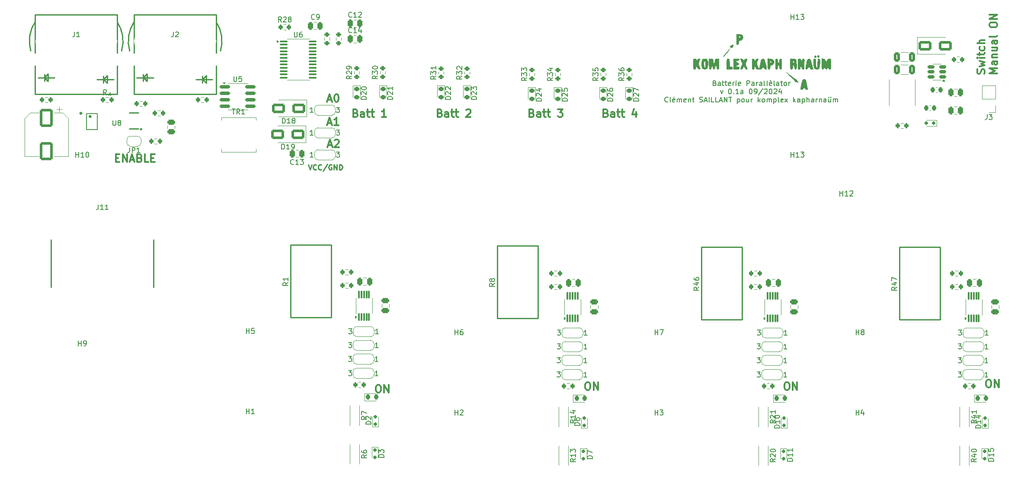
<source format=gbr>
%TF.GenerationSoftware,KiCad,Pcbnew,8.0.3*%
%TF.CreationDate,2024-11-12T13:20:17+01:00*%
%TF.ProjectId,BMU v1,424d5520-7631-42e6-9b69-6361645f7063,rev?*%
%TF.SameCoordinates,Original*%
%TF.FileFunction,Legend,Top*%
%TF.FilePolarity,Positive*%
%FSLAX46Y46*%
G04 Gerber Fmt 4.6, Leading zero omitted, Abs format (unit mm)*
G04 Created by KiCad (PCBNEW 8.0.3) date 2024-11-12 13:20:17*
%MOMM*%
%LPD*%
G01*
G04 APERTURE LIST*
G04 Aperture macros list*
%AMRoundRect*
0 Rectangle with rounded corners*
0 $1 Rounding radius*
0 $2 $3 $4 $5 $6 $7 $8 $9 X,Y pos of 4 corners*
0 Add a 4 corners polygon primitive as box body*
4,1,4,$2,$3,$4,$5,$6,$7,$8,$9,$2,$3,0*
0 Add four circle primitives for the rounded corners*
1,1,$1+$1,$2,$3*
1,1,$1+$1,$4,$5*
1,1,$1+$1,$6,$7*
1,1,$1+$1,$8,$9*
0 Add four rect primitives between the rounded corners*
20,1,$1+$1,$2,$3,$4,$5,0*
20,1,$1+$1,$4,$5,$6,$7,0*
20,1,$1+$1,$6,$7,$8,$9,0*
20,1,$1+$1,$8,$9,$2,$3,0*%
%AMFreePoly0*
4,1,19,0.550000,-0.750000,0.000000,-0.750000,0.000000,-0.744911,-0.071157,-0.744911,-0.207708,-0.704816,-0.327430,-0.627875,-0.420627,-0.520320,-0.479746,-0.390866,-0.500000,-0.250000,-0.500000,0.250000,-0.479746,0.390866,-0.420627,0.520320,-0.327430,0.627875,-0.207708,0.704816,-0.071157,0.744911,0.000000,0.744911,0.000000,0.750000,0.550000,0.750000,0.550000,-0.750000,0.550000,-0.750000,
$1*%
%AMFreePoly1*
4,1,19,0.000000,0.744911,0.071157,0.744911,0.207708,0.704816,0.327430,0.627875,0.420627,0.520320,0.479746,0.390866,0.500000,0.250000,0.500000,-0.250000,0.479746,-0.390866,0.420627,-0.520320,0.327430,-0.627875,0.207708,-0.704816,0.071157,-0.744911,0.000000,-0.744911,0.000000,-0.750000,-0.550000,-0.750000,-0.550000,0.750000,0.000000,0.750000,0.000000,0.744911,0.000000,0.744911,
$1*%
%AMFreePoly2*
4,1,19,0.500000,-0.750000,0.000000,-0.750000,0.000000,-0.744911,-0.071157,-0.744911,-0.207708,-0.704816,-0.327430,-0.627875,-0.420627,-0.520320,-0.479746,-0.390866,-0.500000,-0.250000,-0.500000,0.250000,-0.479746,0.390866,-0.420627,0.520320,-0.327430,0.627875,-0.207708,0.704816,-0.071157,0.744911,0.000000,0.744911,0.000000,0.750000,0.500000,0.750000,0.500000,-0.750000,0.500000,-0.750000,
$1*%
%AMFreePoly3*
4,1,19,0.000000,0.744911,0.071157,0.744911,0.207708,0.704816,0.327430,0.627875,0.420627,0.520320,0.479746,0.390866,0.500000,0.250000,0.500000,-0.250000,0.479746,-0.390866,0.420627,-0.520320,0.327430,-0.627875,0.207708,-0.704816,0.071157,-0.744911,0.000000,-0.744911,0.000000,-0.750000,-0.500000,-0.750000,-0.500000,0.750000,0.000000,0.750000,0.000000,0.744911,0.000000,0.744911,
$1*%
G04 Aperture macros list end*
%ADD10C,0.300000*%
%ADD11C,0.250000*%
%ADD12C,0.150000*%
%ADD13C,0.120000*%
%ADD14C,0.000000*%
%ADD15RoundRect,0.200000X0.200000X0.275000X-0.200000X0.275000X-0.200000X-0.275000X0.200000X-0.275000X0*%
%ADD16RoundRect,0.250000X-0.250000X-0.475000X0.250000X-0.475000X0.250000X0.475000X-0.250000X0.475000X0*%
%ADD17C,1.400000*%
%ADD18O,1.400000X1.400000*%
%ADD19RoundRect,0.150000X-0.825000X-0.150000X0.825000X-0.150000X0.825000X0.150000X-0.825000X0.150000X0*%
%ADD20RoundRect,0.150000X-0.200000X0.150000X-0.200000X-0.150000X0.200000X-0.150000X0.200000X0.150000X0*%
%ADD21RoundRect,0.200000X-0.200000X-0.275000X0.200000X-0.275000X0.200000X0.275000X-0.200000X0.275000X0*%
%ADD22FreePoly0,180.000000*%
%ADD23R,1.000000X1.500000*%
%ADD24FreePoly1,180.000000*%
%ADD25RoundRect,0.150000X0.200000X-0.150000X0.200000X0.150000X-0.200000X0.150000X-0.200000X-0.150000X0*%
%ADD26RoundRect,0.200000X0.275000X-0.200000X0.275000X0.200000X-0.275000X0.200000X-0.275000X-0.200000X0*%
%ADD27RoundRect,0.218750X-0.256250X0.218750X-0.256250X-0.218750X0.256250X-0.218750X0.256250X0.218750X0*%
%ADD28RoundRect,0.218750X-0.218750X-0.256250X0.218750X-0.256250X0.218750X0.256250X-0.218750X0.256250X0*%
%ADD29C,10.000000*%
%ADD30RoundRect,0.250000X-1.000000X-0.650000X1.000000X-0.650000X1.000000X0.650000X-1.000000X0.650000X0*%
%ADD31C,5.200000*%
%ADD32C,0.800000*%
%ADD33C,6.400000*%
%ADD34RoundRect,0.250000X1.000000X0.650000X-1.000000X0.650000X-1.000000X-0.650000X1.000000X-0.650000X0*%
%ADD35RoundRect,0.075000X0.075000X-0.650000X0.075000X0.650000X-0.075000X0.650000X-0.075000X-0.650000X0*%
%ADD36R,4.000000X1.500000*%
%ADD37C,3.200000*%
%ADD38R,1.700000X1.700000*%
%ADD39O,1.700000X1.700000*%
%ADD40RoundRect,0.250000X0.250000X0.475000X-0.250000X0.475000X-0.250000X-0.475000X0.250000X-0.475000X0*%
%ADD41R,5.600000X4.000000*%
%ADD42R,1.300000X4.000000*%
%ADD43C,3.250000*%
%ADD44C,1.600000*%
%ADD45C,2.350000*%
%ADD46RoundRect,0.250000X0.325000X0.650000X-0.325000X0.650000X-0.325000X-0.650000X0.325000X-0.650000X0*%
%ADD47FreePoly2,180.000000*%
%ADD48FreePoly3,180.000000*%
%ADD49RoundRect,0.100000X-0.637500X-0.100000X0.637500X-0.100000X0.637500X0.100000X-0.637500X0.100000X0*%
%ADD50FreePoly0,0.000000*%
%ADD51FreePoly1,0.000000*%
%ADD52R,1.100000X0.600000*%
%ADD53RoundRect,0.225000X0.225000X0.250000X-0.225000X0.250000X-0.225000X-0.250000X0.225000X-0.250000X0*%
%ADD54RoundRect,0.250000X-0.475000X0.250000X-0.475000X-0.250000X0.475000X-0.250000X0.475000X0.250000X0*%
%ADD55O,1.660000X0.360000*%
%ADD56RoundRect,0.150000X0.512500X0.150000X-0.512500X0.150000X-0.512500X-0.150000X0.512500X-0.150000X0*%
%ADD57R,2.200000X0.500000*%
%ADD58RoundRect,0.225000X-0.225000X-0.250000X0.225000X-0.250000X0.225000X0.250000X-0.225000X0.250000X0*%
%ADD59RoundRect,0.150000X-0.150000X-0.200000X0.150000X-0.200000X0.150000X0.200000X-0.150000X0.200000X0*%
%ADD60RoundRect,0.250000X-1.000000X1.500000X-1.000000X-1.500000X1.000000X-1.500000X1.000000X1.500000X0*%
%ADD61O,3.500000X3.500000*%
%ADD62R,1.905000X2.000000*%
%ADD63O,1.905000X2.000000*%
G04 APERTURE END LIST*
D10*
X201639484Y-37291917D02*
X201710912Y-37077632D01*
X201710912Y-37077632D02*
X201710912Y-36720489D01*
X201710912Y-36720489D02*
X201639484Y-36577632D01*
X201639484Y-36577632D02*
X201568055Y-36506203D01*
X201568055Y-36506203D02*
X201425198Y-36434774D01*
X201425198Y-36434774D02*
X201282341Y-36434774D01*
X201282341Y-36434774D02*
X201139484Y-36506203D01*
X201139484Y-36506203D02*
X201068055Y-36577632D01*
X201068055Y-36577632D02*
X200996626Y-36720489D01*
X200996626Y-36720489D02*
X200925198Y-37006203D01*
X200925198Y-37006203D02*
X200853769Y-37149060D01*
X200853769Y-37149060D02*
X200782341Y-37220489D01*
X200782341Y-37220489D02*
X200639484Y-37291917D01*
X200639484Y-37291917D02*
X200496626Y-37291917D01*
X200496626Y-37291917D02*
X200353769Y-37220489D01*
X200353769Y-37220489D02*
X200282341Y-37149060D01*
X200282341Y-37149060D02*
X200210912Y-37006203D01*
X200210912Y-37006203D02*
X200210912Y-36649060D01*
X200210912Y-36649060D02*
X200282341Y-36434774D01*
X200710912Y-35934775D02*
X201710912Y-35649061D01*
X201710912Y-35649061D02*
X200996626Y-35363346D01*
X200996626Y-35363346D02*
X201710912Y-35077632D01*
X201710912Y-35077632D02*
X200710912Y-34791918D01*
X201710912Y-34220489D02*
X200710912Y-34220489D01*
X200210912Y-34220489D02*
X200282341Y-34291917D01*
X200282341Y-34291917D02*
X200353769Y-34220489D01*
X200353769Y-34220489D02*
X200282341Y-34149060D01*
X200282341Y-34149060D02*
X200210912Y-34220489D01*
X200210912Y-34220489D02*
X200353769Y-34220489D01*
X200710912Y-33720488D02*
X200710912Y-33149060D01*
X200210912Y-33506203D02*
X201496626Y-33506203D01*
X201496626Y-33506203D02*
X201639484Y-33434774D01*
X201639484Y-33434774D02*
X201710912Y-33291917D01*
X201710912Y-33291917D02*
X201710912Y-33149060D01*
X201639484Y-32006203D02*
X201710912Y-32149060D01*
X201710912Y-32149060D02*
X201710912Y-32434774D01*
X201710912Y-32434774D02*
X201639484Y-32577631D01*
X201639484Y-32577631D02*
X201568055Y-32649060D01*
X201568055Y-32649060D02*
X201425198Y-32720488D01*
X201425198Y-32720488D02*
X200996626Y-32720488D01*
X200996626Y-32720488D02*
X200853769Y-32649060D01*
X200853769Y-32649060D02*
X200782341Y-32577631D01*
X200782341Y-32577631D02*
X200710912Y-32434774D01*
X200710912Y-32434774D02*
X200710912Y-32149060D01*
X200710912Y-32149060D02*
X200782341Y-32006203D01*
X201710912Y-31363346D02*
X200210912Y-31363346D01*
X201710912Y-30720489D02*
X200925198Y-30720489D01*
X200925198Y-30720489D02*
X200782341Y-30791917D01*
X200782341Y-30791917D02*
X200710912Y-30934774D01*
X200710912Y-30934774D02*
X200710912Y-31149060D01*
X200710912Y-31149060D02*
X200782341Y-31291917D01*
X200782341Y-31291917D02*
X200853769Y-31363346D01*
X204125828Y-37220489D02*
X202625828Y-37220489D01*
X202625828Y-37220489D02*
X203697257Y-36720489D01*
X203697257Y-36720489D02*
X202625828Y-36220489D01*
X202625828Y-36220489D02*
X204125828Y-36220489D01*
X204125828Y-34863346D02*
X203340114Y-34863346D01*
X203340114Y-34863346D02*
X203197257Y-34934774D01*
X203197257Y-34934774D02*
X203125828Y-35077631D01*
X203125828Y-35077631D02*
X203125828Y-35363346D01*
X203125828Y-35363346D02*
X203197257Y-35506203D01*
X204054400Y-34863346D02*
X204125828Y-35006203D01*
X204125828Y-35006203D02*
X204125828Y-35363346D01*
X204125828Y-35363346D02*
X204054400Y-35506203D01*
X204054400Y-35506203D02*
X203911542Y-35577631D01*
X203911542Y-35577631D02*
X203768685Y-35577631D01*
X203768685Y-35577631D02*
X203625828Y-35506203D01*
X203625828Y-35506203D02*
X203554400Y-35363346D01*
X203554400Y-35363346D02*
X203554400Y-35006203D01*
X203554400Y-35006203D02*
X203482971Y-34863346D01*
X203125828Y-34149060D02*
X204125828Y-34149060D01*
X203268685Y-34149060D02*
X203197257Y-34077631D01*
X203197257Y-34077631D02*
X203125828Y-33934774D01*
X203125828Y-33934774D02*
X203125828Y-33720488D01*
X203125828Y-33720488D02*
X203197257Y-33577631D01*
X203197257Y-33577631D02*
X203340114Y-33506203D01*
X203340114Y-33506203D02*
X204125828Y-33506203D01*
X203125828Y-32149060D02*
X204125828Y-32149060D01*
X203125828Y-32791917D02*
X203911542Y-32791917D01*
X203911542Y-32791917D02*
X204054400Y-32720488D01*
X204054400Y-32720488D02*
X204125828Y-32577631D01*
X204125828Y-32577631D02*
X204125828Y-32363345D01*
X204125828Y-32363345D02*
X204054400Y-32220488D01*
X204054400Y-32220488D02*
X203982971Y-32149060D01*
X204125828Y-30791917D02*
X203340114Y-30791917D01*
X203340114Y-30791917D02*
X203197257Y-30863345D01*
X203197257Y-30863345D02*
X203125828Y-31006202D01*
X203125828Y-31006202D02*
X203125828Y-31291917D01*
X203125828Y-31291917D02*
X203197257Y-31434774D01*
X204054400Y-30791917D02*
X204125828Y-30934774D01*
X204125828Y-30934774D02*
X204125828Y-31291917D01*
X204125828Y-31291917D02*
X204054400Y-31434774D01*
X204054400Y-31434774D02*
X203911542Y-31506202D01*
X203911542Y-31506202D02*
X203768685Y-31506202D01*
X203768685Y-31506202D02*
X203625828Y-31434774D01*
X203625828Y-31434774D02*
X203554400Y-31291917D01*
X203554400Y-31291917D02*
X203554400Y-30934774D01*
X203554400Y-30934774D02*
X203482971Y-30791917D01*
X204125828Y-29863345D02*
X204054400Y-30006202D01*
X204054400Y-30006202D02*
X203911542Y-30077631D01*
X203911542Y-30077631D02*
X202625828Y-30077631D01*
X202625828Y-27863345D02*
X202625828Y-27577631D01*
X202625828Y-27577631D02*
X202697257Y-27434774D01*
X202697257Y-27434774D02*
X202840114Y-27291917D01*
X202840114Y-27291917D02*
X203125828Y-27220488D01*
X203125828Y-27220488D02*
X203625828Y-27220488D01*
X203625828Y-27220488D02*
X203911542Y-27291917D01*
X203911542Y-27291917D02*
X204054400Y-27434774D01*
X204054400Y-27434774D02*
X204125828Y-27577631D01*
X204125828Y-27577631D02*
X204125828Y-27863345D01*
X204125828Y-27863345D02*
X204054400Y-28006203D01*
X204054400Y-28006203D02*
X203911542Y-28149060D01*
X203911542Y-28149060D02*
X203625828Y-28220488D01*
X203625828Y-28220488D02*
X203125828Y-28220488D01*
X203125828Y-28220488D02*
X202840114Y-28149060D01*
X202840114Y-28149060D02*
X202697257Y-28006203D01*
X202697257Y-28006203D02*
X202625828Y-27863345D01*
X204125828Y-26577631D02*
X202625828Y-26577631D01*
X202625828Y-26577631D02*
X204125828Y-25720488D01*
X204125828Y-25720488D02*
X202625828Y-25720488D01*
X95054510Y-45015114D02*
X95268796Y-45086542D01*
X95268796Y-45086542D02*
X95340225Y-45157971D01*
X95340225Y-45157971D02*
X95411653Y-45300828D01*
X95411653Y-45300828D02*
X95411653Y-45515114D01*
X95411653Y-45515114D02*
X95340225Y-45657971D01*
X95340225Y-45657971D02*
X95268796Y-45729400D01*
X95268796Y-45729400D02*
X95125939Y-45800828D01*
X95125939Y-45800828D02*
X94554510Y-45800828D01*
X94554510Y-45800828D02*
X94554510Y-44300828D01*
X94554510Y-44300828D02*
X95054510Y-44300828D01*
X95054510Y-44300828D02*
X95197368Y-44372257D01*
X95197368Y-44372257D02*
X95268796Y-44443685D01*
X95268796Y-44443685D02*
X95340225Y-44586542D01*
X95340225Y-44586542D02*
X95340225Y-44729400D01*
X95340225Y-44729400D02*
X95268796Y-44872257D01*
X95268796Y-44872257D02*
X95197368Y-44943685D01*
X95197368Y-44943685D02*
X95054510Y-45015114D01*
X95054510Y-45015114D02*
X94554510Y-45015114D01*
X96697368Y-45800828D02*
X96697368Y-45015114D01*
X96697368Y-45015114D02*
X96625939Y-44872257D01*
X96625939Y-44872257D02*
X96483082Y-44800828D01*
X96483082Y-44800828D02*
X96197368Y-44800828D01*
X96197368Y-44800828D02*
X96054510Y-44872257D01*
X96697368Y-45729400D02*
X96554510Y-45800828D01*
X96554510Y-45800828D02*
X96197368Y-45800828D01*
X96197368Y-45800828D02*
X96054510Y-45729400D01*
X96054510Y-45729400D02*
X95983082Y-45586542D01*
X95983082Y-45586542D02*
X95983082Y-45443685D01*
X95983082Y-45443685D02*
X96054510Y-45300828D01*
X96054510Y-45300828D02*
X96197368Y-45229400D01*
X96197368Y-45229400D02*
X96554510Y-45229400D01*
X96554510Y-45229400D02*
X96697368Y-45157971D01*
X97197368Y-44800828D02*
X97768796Y-44800828D01*
X97411653Y-44300828D02*
X97411653Y-45586542D01*
X97411653Y-45586542D02*
X97483082Y-45729400D01*
X97483082Y-45729400D02*
X97625939Y-45800828D01*
X97625939Y-45800828D02*
X97768796Y-45800828D01*
X98054511Y-44800828D02*
X98625939Y-44800828D01*
X98268796Y-44300828D02*
X98268796Y-45586542D01*
X98268796Y-45586542D02*
X98340225Y-45729400D01*
X98340225Y-45729400D02*
X98483082Y-45800828D01*
X98483082Y-45800828D02*
X98625939Y-45800828D01*
X100197368Y-44443685D02*
X100268796Y-44372257D01*
X100268796Y-44372257D02*
X100411654Y-44300828D01*
X100411654Y-44300828D02*
X100768796Y-44300828D01*
X100768796Y-44300828D02*
X100911654Y-44372257D01*
X100911654Y-44372257D02*
X100983082Y-44443685D01*
X100983082Y-44443685D02*
X101054511Y-44586542D01*
X101054511Y-44586542D02*
X101054511Y-44729400D01*
X101054511Y-44729400D02*
X100983082Y-44943685D01*
X100983082Y-44943685D02*
X100125939Y-45800828D01*
X100125939Y-45800828D02*
X101054511Y-45800828D01*
D11*
X69259711Y-55114619D02*
X69593044Y-56114619D01*
X69593044Y-56114619D02*
X69926377Y-55114619D01*
X70831139Y-56019380D02*
X70783520Y-56067000D01*
X70783520Y-56067000D02*
X70640663Y-56114619D01*
X70640663Y-56114619D02*
X70545425Y-56114619D01*
X70545425Y-56114619D02*
X70402568Y-56067000D01*
X70402568Y-56067000D02*
X70307330Y-55971761D01*
X70307330Y-55971761D02*
X70259711Y-55876523D01*
X70259711Y-55876523D02*
X70212092Y-55686047D01*
X70212092Y-55686047D02*
X70212092Y-55543190D01*
X70212092Y-55543190D02*
X70259711Y-55352714D01*
X70259711Y-55352714D02*
X70307330Y-55257476D01*
X70307330Y-55257476D02*
X70402568Y-55162238D01*
X70402568Y-55162238D02*
X70545425Y-55114619D01*
X70545425Y-55114619D02*
X70640663Y-55114619D01*
X70640663Y-55114619D02*
X70783520Y-55162238D01*
X70783520Y-55162238D02*
X70831139Y-55209857D01*
X71831139Y-56019380D02*
X71783520Y-56067000D01*
X71783520Y-56067000D02*
X71640663Y-56114619D01*
X71640663Y-56114619D02*
X71545425Y-56114619D01*
X71545425Y-56114619D02*
X71402568Y-56067000D01*
X71402568Y-56067000D02*
X71307330Y-55971761D01*
X71307330Y-55971761D02*
X71259711Y-55876523D01*
X71259711Y-55876523D02*
X71212092Y-55686047D01*
X71212092Y-55686047D02*
X71212092Y-55543190D01*
X71212092Y-55543190D02*
X71259711Y-55352714D01*
X71259711Y-55352714D02*
X71307330Y-55257476D01*
X71307330Y-55257476D02*
X71402568Y-55162238D01*
X71402568Y-55162238D02*
X71545425Y-55114619D01*
X71545425Y-55114619D02*
X71640663Y-55114619D01*
X71640663Y-55114619D02*
X71783520Y-55162238D01*
X71783520Y-55162238D02*
X71831139Y-55209857D01*
X72973996Y-55067000D02*
X72116854Y-56352714D01*
X73831139Y-55162238D02*
X73735901Y-55114619D01*
X73735901Y-55114619D02*
X73593044Y-55114619D01*
X73593044Y-55114619D02*
X73450187Y-55162238D01*
X73450187Y-55162238D02*
X73354949Y-55257476D01*
X73354949Y-55257476D02*
X73307330Y-55352714D01*
X73307330Y-55352714D02*
X73259711Y-55543190D01*
X73259711Y-55543190D02*
X73259711Y-55686047D01*
X73259711Y-55686047D02*
X73307330Y-55876523D01*
X73307330Y-55876523D02*
X73354949Y-55971761D01*
X73354949Y-55971761D02*
X73450187Y-56067000D01*
X73450187Y-56067000D02*
X73593044Y-56114619D01*
X73593044Y-56114619D02*
X73688282Y-56114619D01*
X73688282Y-56114619D02*
X73831139Y-56067000D01*
X73831139Y-56067000D02*
X73878758Y-56019380D01*
X73878758Y-56019380D02*
X73878758Y-55686047D01*
X73878758Y-55686047D02*
X73688282Y-55686047D01*
X74307330Y-56114619D02*
X74307330Y-55114619D01*
X74307330Y-55114619D02*
X74878758Y-56114619D01*
X74878758Y-56114619D02*
X74878758Y-55114619D01*
X75354949Y-56114619D02*
X75354949Y-55114619D01*
X75354949Y-55114619D02*
X75593044Y-55114619D01*
X75593044Y-55114619D02*
X75735901Y-55162238D01*
X75735901Y-55162238D02*
X75831139Y-55257476D01*
X75831139Y-55257476D02*
X75878758Y-55352714D01*
X75878758Y-55352714D02*
X75926377Y-55543190D01*
X75926377Y-55543190D02*
X75926377Y-55686047D01*
X75926377Y-55686047D02*
X75878758Y-55876523D01*
X75878758Y-55876523D02*
X75831139Y-55971761D01*
X75831139Y-55971761D02*
X75735901Y-56067000D01*
X75735901Y-56067000D02*
X75593044Y-56114619D01*
X75593044Y-56114619D02*
X75354949Y-56114619D01*
D10*
X73129320Y-51290210D02*
X73843606Y-51290210D01*
X72986463Y-51718781D02*
X73486463Y-50218781D01*
X73486463Y-50218781D02*
X73986463Y-51718781D01*
X74415034Y-50361638D02*
X74486462Y-50290210D01*
X74486462Y-50290210D02*
X74629320Y-50218781D01*
X74629320Y-50218781D02*
X74986462Y-50218781D01*
X74986462Y-50218781D02*
X75129320Y-50290210D01*
X75129320Y-50290210D02*
X75200748Y-50361638D01*
X75200748Y-50361638D02*
X75272177Y-50504495D01*
X75272177Y-50504495D02*
X75272177Y-50647353D01*
X75272177Y-50647353D02*
X75200748Y-50861638D01*
X75200748Y-50861638D02*
X74343605Y-51718781D01*
X74343605Y-51718781D02*
X75272177Y-51718781D01*
X73083082Y-42372257D02*
X73797368Y-42372257D01*
X72940225Y-42800828D02*
X73440225Y-41300828D01*
X73440225Y-41300828D02*
X73940225Y-42800828D01*
X74725939Y-41300828D02*
X74868796Y-41300828D01*
X74868796Y-41300828D02*
X75011653Y-41372257D01*
X75011653Y-41372257D02*
X75083082Y-41443685D01*
X75083082Y-41443685D02*
X75154510Y-41586542D01*
X75154510Y-41586542D02*
X75225939Y-41872257D01*
X75225939Y-41872257D02*
X75225939Y-42229400D01*
X75225939Y-42229400D02*
X75154510Y-42515114D01*
X75154510Y-42515114D02*
X75083082Y-42657971D01*
X75083082Y-42657971D02*
X75011653Y-42729400D01*
X75011653Y-42729400D02*
X74868796Y-42800828D01*
X74868796Y-42800828D02*
X74725939Y-42800828D01*
X74725939Y-42800828D02*
X74583082Y-42729400D01*
X74583082Y-42729400D02*
X74511653Y-42657971D01*
X74511653Y-42657971D02*
X74440224Y-42515114D01*
X74440224Y-42515114D02*
X74368796Y-42229400D01*
X74368796Y-42229400D02*
X74368796Y-41872257D01*
X74368796Y-41872257D02*
X74440224Y-41586542D01*
X74440224Y-41586542D02*
X74511653Y-41443685D01*
X74511653Y-41443685D02*
X74583082Y-41372257D01*
X74583082Y-41372257D02*
X74725939Y-41300828D01*
X123840225Y-97800828D02*
X124125939Y-97800828D01*
X124125939Y-97800828D02*
X124268796Y-97872257D01*
X124268796Y-97872257D02*
X124411653Y-98015114D01*
X124411653Y-98015114D02*
X124483082Y-98300828D01*
X124483082Y-98300828D02*
X124483082Y-98800828D01*
X124483082Y-98800828D02*
X124411653Y-99086542D01*
X124411653Y-99086542D02*
X124268796Y-99229400D01*
X124268796Y-99229400D02*
X124125939Y-99300828D01*
X124125939Y-99300828D02*
X123840225Y-99300828D01*
X123840225Y-99300828D02*
X123697368Y-99229400D01*
X123697368Y-99229400D02*
X123554510Y-99086542D01*
X123554510Y-99086542D02*
X123483082Y-98800828D01*
X123483082Y-98800828D02*
X123483082Y-98300828D01*
X123483082Y-98300828D02*
X123554510Y-98015114D01*
X123554510Y-98015114D02*
X123697368Y-97872257D01*
X123697368Y-97872257D02*
X123840225Y-97800828D01*
X125125939Y-99300828D02*
X125125939Y-97800828D01*
X125125939Y-97800828D02*
X125983082Y-99300828D01*
X125983082Y-99300828D02*
X125983082Y-97800828D01*
X202340225Y-97300828D02*
X202625939Y-97300828D01*
X202625939Y-97300828D02*
X202768796Y-97372257D01*
X202768796Y-97372257D02*
X202911653Y-97515114D01*
X202911653Y-97515114D02*
X202983082Y-97800828D01*
X202983082Y-97800828D02*
X202983082Y-98300828D01*
X202983082Y-98300828D02*
X202911653Y-98586542D01*
X202911653Y-98586542D02*
X202768796Y-98729400D01*
X202768796Y-98729400D02*
X202625939Y-98800828D01*
X202625939Y-98800828D02*
X202340225Y-98800828D01*
X202340225Y-98800828D02*
X202197368Y-98729400D01*
X202197368Y-98729400D02*
X202054510Y-98586542D01*
X202054510Y-98586542D02*
X201983082Y-98300828D01*
X201983082Y-98300828D02*
X201983082Y-97800828D01*
X201983082Y-97800828D02*
X202054510Y-97515114D01*
X202054510Y-97515114D02*
X202197368Y-97372257D01*
X202197368Y-97372257D02*
X202340225Y-97300828D01*
X203625939Y-98800828D02*
X203625939Y-97300828D01*
X203625939Y-97300828D02*
X204483082Y-98800828D01*
X204483082Y-98800828D02*
X204483082Y-97300828D01*
X113054510Y-45015114D02*
X113268796Y-45086542D01*
X113268796Y-45086542D02*
X113340225Y-45157971D01*
X113340225Y-45157971D02*
X113411653Y-45300828D01*
X113411653Y-45300828D02*
X113411653Y-45515114D01*
X113411653Y-45515114D02*
X113340225Y-45657971D01*
X113340225Y-45657971D02*
X113268796Y-45729400D01*
X113268796Y-45729400D02*
X113125939Y-45800828D01*
X113125939Y-45800828D02*
X112554510Y-45800828D01*
X112554510Y-45800828D02*
X112554510Y-44300828D01*
X112554510Y-44300828D02*
X113054510Y-44300828D01*
X113054510Y-44300828D02*
X113197368Y-44372257D01*
X113197368Y-44372257D02*
X113268796Y-44443685D01*
X113268796Y-44443685D02*
X113340225Y-44586542D01*
X113340225Y-44586542D02*
X113340225Y-44729400D01*
X113340225Y-44729400D02*
X113268796Y-44872257D01*
X113268796Y-44872257D02*
X113197368Y-44943685D01*
X113197368Y-44943685D02*
X113054510Y-45015114D01*
X113054510Y-45015114D02*
X112554510Y-45015114D01*
X114697368Y-45800828D02*
X114697368Y-45015114D01*
X114697368Y-45015114D02*
X114625939Y-44872257D01*
X114625939Y-44872257D02*
X114483082Y-44800828D01*
X114483082Y-44800828D02*
X114197368Y-44800828D01*
X114197368Y-44800828D02*
X114054510Y-44872257D01*
X114697368Y-45729400D02*
X114554510Y-45800828D01*
X114554510Y-45800828D02*
X114197368Y-45800828D01*
X114197368Y-45800828D02*
X114054510Y-45729400D01*
X114054510Y-45729400D02*
X113983082Y-45586542D01*
X113983082Y-45586542D02*
X113983082Y-45443685D01*
X113983082Y-45443685D02*
X114054510Y-45300828D01*
X114054510Y-45300828D02*
X114197368Y-45229400D01*
X114197368Y-45229400D02*
X114554510Y-45229400D01*
X114554510Y-45229400D02*
X114697368Y-45157971D01*
X115197368Y-44800828D02*
X115768796Y-44800828D01*
X115411653Y-44300828D02*
X115411653Y-45586542D01*
X115411653Y-45586542D02*
X115483082Y-45729400D01*
X115483082Y-45729400D02*
X115625939Y-45800828D01*
X115625939Y-45800828D02*
X115768796Y-45800828D01*
X116054511Y-44800828D02*
X116625939Y-44800828D01*
X116268796Y-44300828D02*
X116268796Y-45586542D01*
X116268796Y-45586542D02*
X116340225Y-45729400D01*
X116340225Y-45729400D02*
X116483082Y-45800828D01*
X116483082Y-45800828D02*
X116625939Y-45800828D01*
X118125939Y-44300828D02*
X119054511Y-44300828D01*
X119054511Y-44300828D02*
X118554511Y-44872257D01*
X118554511Y-44872257D02*
X118768796Y-44872257D01*
X118768796Y-44872257D02*
X118911654Y-44943685D01*
X118911654Y-44943685D02*
X118983082Y-45015114D01*
X118983082Y-45015114D02*
X119054511Y-45157971D01*
X119054511Y-45157971D02*
X119054511Y-45515114D01*
X119054511Y-45515114D02*
X118983082Y-45657971D01*
X118983082Y-45657971D02*
X118911654Y-45729400D01*
X118911654Y-45729400D02*
X118768796Y-45800828D01*
X118768796Y-45800828D02*
X118340225Y-45800828D01*
X118340225Y-45800828D02*
X118197368Y-45729400D01*
X118197368Y-45729400D02*
X118125939Y-45657971D01*
X162840225Y-97800828D02*
X163125939Y-97800828D01*
X163125939Y-97800828D02*
X163268796Y-97872257D01*
X163268796Y-97872257D02*
X163411653Y-98015114D01*
X163411653Y-98015114D02*
X163483082Y-98300828D01*
X163483082Y-98300828D02*
X163483082Y-98800828D01*
X163483082Y-98800828D02*
X163411653Y-99086542D01*
X163411653Y-99086542D02*
X163268796Y-99229400D01*
X163268796Y-99229400D02*
X163125939Y-99300828D01*
X163125939Y-99300828D02*
X162840225Y-99300828D01*
X162840225Y-99300828D02*
X162697368Y-99229400D01*
X162697368Y-99229400D02*
X162554510Y-99086542D01*
X162554510Y-99086542D02*
X162483082Y-98800828D01*
X162483082Y-98800828D02*
X162483082Y-98300828D01*
X162483082Y-98300828D02*
X162554510Y-98015114D01*
X162554510Y-98015114D02*
X162697368Y-97872257D01*
X162697368Y-97872257D02*
X162840225Y-97800828D01*
X164125939Y-99300828D02*
X164125939Y-97800828D01*
X164125939Y-97800828D02*
X164983082Y-99300828D01*
X164983082Y-99300828D02*
X164983082Y-97800828D01*
D12*
X148833331Y-39126121D02*
X148976188Y-39173740D01*
X148976188Y-39173740D02*
X149023807Y-39221359D01*
X149023807Y-39221359D02*
X149071426Y-39316597D01*
X149071426Y-39316597D02*
X149071426Y-39459454D01*
X149071426Y-39459454D02*
X149023807Y-39554692D01*
X149023807Y-39554692D02*
X148976188Y-39602312D01*
X148976188Y-39602312D02*
X148880950Y-39649931D01*
X148880950Y-39649931D02*
X148499998Y-39649931D01*
X148499998Y-39649931D02*
X148499998Y-38649931D01*
X148499998Y-38649931D02*
X148833331Y-38649931D01*
X148833331Y-38649931D02*
X148928569Y-38697550D01*
X148928569Y-38697550D02*
X148976188Y-38745169D01*
X148976188Y-38745169D02*
X149023807Y-38840407D01*
X149023807Y-38840407D02*
X149023807Y-38935645D01*
X149023807Y-38935645D02*
X148976188Y-39030883D01*
X148976188Y-39030883D02*
X148928569Y-39078502D01*
X148928569Y-39078502D02*
X148833331Y-39126121D01*
X148833331Y-39126121D02*
X148499998Y-39126121D01*
X149928569Y-39649931D02*
X149928569Y-39126121D01*
X149928569Y-39126121D02*
X149880950Y-39030883D01*
X149880950Y-39030883D02*
X149785712Y-38983264D01*
X149785712Y-38983264D02*
X149595236Y-38983264D01*
X149595236Y-38983264D02*
X149499998Y-39030883D01*
X149928569Y-39602312D02*
X149833331Y-39649931D01*
X149833331Y-39649931D02*
X149595236Y-39649931D01*
X149595236Y-39649931D02*
X149499998Y-39602312D01*
X149499998Y-39602312D02*
X149452379Y-39507073D01*
X149452379Y-39507073D02*
X149452379Y-39411835D01*
X149452379Y-39411835D02*
X149499998Y-39316597D01*
X149499998Y-39316597D02*
X149595236Y-39268978D01*
X149595236Y-39268978D02*
X149833331Y-39268978D01*
X149833331Y-39268978D02*
X149928569Y-39221359D01*
X150261903Y-38983264D02*
X150642855Y-38983264D01*
X150404760Y-38649931D02*
X150404760Y-39507073D01*
X150404760Y-39507073D02*
X150452379Y-39602312D01*
X150452379Y-39602312D02*
X150547617Y-39649931D01*
X150547617Y-39649931D02*
X150642855Y-39649931D01*
X150833332Y-38983264D02*
X151214284Y-38983264D01*
X150976189Y-38649931D02*
X150976189Y-39507073D01*
X150976189Y-39507073D02*
X151023808Y-39602312D01*
X151023808Y-39602312D02*
X151119046Y-39649931D01*
X151119046Y-39649931D02*
X151214284Y-39649931D01*
X151928570Y-39602312D02*
X151833332Y-39649931D01*
X151833332Y-39649931D02*
X151642856Y-39649931D01*
X151642856Y-39649931D02*
X151547618Y-39602312D01*
X151547618Y-39602312D02*
X151499999Y-39507073D01*
X151499999Y-39507073D02*
X151499999Y-39126121D01*
X151499999Y-39126121D02*
X151547618Y-39030883D01*
X151547618Y-39030883D02*
X151642856Y-38983264D01*
X151642856Y-38983264D02*
X151833332Y-38983264D01*
X151833332Y-38983264D02*
X151928570Y-39030883D01*
X151928570Y-39030883D02*
X151976189Y-39126121D01*
X151976189Y-39126121D02*
X151976189Y-39221359D01*
X151976189Y-39221359D02*
X151499999Y-39316597D01*
X152404761Y-39649931D02*
X152404761Y-38983264D01*
X152404761Y-39173740D02*
X152452380Y-39078502D01*
X152452380Y-39078502D02*
X152499999Y-39030883D01*
X152499999Y-39030883D02*
X152595237Y-38983264D01*
X152595237Y-38983264D02*
X152690475Y-38983264D01*
X153023809Y-39649931D02*
X153023809Y-38983264D01*
X153023809Y-38649931D02*
X152976190Y-38697550D01*
X152976190Y-38697550D02*
X153023809Y-38745169D01*
X153023809Y-38745169D02*
X153071428Y-38697550D01*
X153071428Y-38697550D02*
X153023809Y-38649931D01*
X153023809Y-38649931D02*
X153023809Y-38745169D01*
X153880951Y-39602312D02*
X153785713Y-39649931D01*
X153785713Y-39649931D02*
X153595237Y-39649931D01*
X153595237Y-39649931D02*
X153499999Y-39602312D01*
X153499999Y-39602312D02*
X153452380Y-39507073D01*
X153452380Y-39507073D02*
X153452380Y-39126121D01*
X153452380Y-39126121D02*
X153499999Y-39030883D01*
X153499999Y-39030883D02*
X153595237Y-38983264D01*
X153595237Y-38983264D02*
X153785713Y-38983264D01*
X153785713Y-38983264D02*
X153880951Y-39030883D01*
X153880951Y-39030883D02*
X153928570Y-39126121D01*
X153928570Y-39126121D02*
X153928570Y-39221359D01*
X153928570Y-39221359D02*
X153452380Y-39316597D01*
X155119047Y-39649931D02*
X155119047Y-38649931D01*
X155119047Y-38649931D02*
X155499999Y-38649931D01*
X155499999Y-38649931D02*
X155595237Y-38697550D01*
X155595237Y-38697550D02*
X155642856Y-38745169D01*
X155642856Y-38745169D02*
X155690475Y-38840407D01*
X155690475Y-38840407D02*
X155690475Y-38983264D01*
X155690475Y-38983264D02*
X155642856Y-39078502D01*
X155642856Y-39078502D02*
X155595237Y-39126121D01*
X155595237Y-39126121D02*
X155499999Y-39173740D01*
X155499999Y-39173740D02*
X155119047Y-39173740D01*
X156547618Y-39649931D02*
X156547618Y-39126121D01*
X156547618Y-39126121D02*
X156499999Y-39030883D01*
X156499999Y-39030883D02*
X156404761Y-38983264D01*
X156404761Y-38983264D02*
X156214285Y-38983264D01*
X156214285Y-38983264D02*
X156119047Y-39030883D01*
X156547618Y-39602312D02*
X156452380Y-39649931D01*
X156452380Y-39649931D02*
X156214285Y-39649931D01*
X156214285Y-39649931D02*
X156119047Y-39602312D01*
X156119047Y-39602312D02*
X156071428Y-39507073D01*
X156071428Y-39507073D02*
X156071428Y-39411835D01*
X156071428Y-39411835D02*
X156119047Y-39316597D01*
X156119047Y-39316597D02*
X156214285Y-39268978D01*
X156214285Y-39268978D02*
X156452380Y-39268978D01*
X156452380Y-39268978D02*
X156547618Y-39221359D01*
X157023809Y-39649931D02*
X157023809Y-38983264D01*
X157023809Y-39173740D02*
X157071428Y-39078502D01*
X157071428Y-39078502D02*
X157119047Y-39030883D01*
X157119047Y-39030883D02*
X157214285Y-38983264D01*
X157214285Y-38983264D02*
X157309523Y-38983264D01*
X158071428Y-39649931D02*
X158071428Y-39126121D01*
X158071428Y-39126121D02*
X158023809Y-39030883D01*
X158023809Y-39030883D02*
X157928571Y-38983264D01*
X157928571Y-38983264D02*
X157738095Y-38983264D01*
X157738095Y-38983264D02*
X157642857Y-39030883D01*
X158071428Y-39602312D02*
X157976190Y-39649931D01*
X157976190Y-39649931D02*
X157738095Y-39649931D01*
X157738095Y-39649931D02*
X157642857Y-39602312D01*
X157642857Y-39602312D02*
X157595238Y-39507073D01*
X157595238Y-39507073D02*
X157595238Y-39411835D01*
X157595238Y-39411835D02*
X157642857Y-39316597D01*
X157642857Y-39316597D02*
X157738095Y-39268978D01*
X157738095Y-39268978D02*
X157976190Y-39268978D01*
X157976190Y-39268978D02*
X158071428Y-39221359D01*
X158690476Y-39649931D02*
X158595238Y-39602312D01*
X158595238Y-39602312D02*
X158547619Y-39507073D01*
X158547619Y-39507073D02*
X158547619Y-38649931D01*
X159214286Y-39649931D02*
X159119048Y-39602312D01*
X159119048Y-39602312D02*
X159071429Y-39507073D01*
X159071429Y-39507073D02*
X159071429Y-38649931D01*
X159976191Y-39602312D02*
X159880953Y-39649931D01*
X159880953Y-39649931D02*
X159690477Y-39649931D01*
X159690477Y-39649931D02*
X159595239Y-39602312D01*
X159595239Y-39602312D02*
X159547620Y-39507073D01*
X159547620Y-39507073D02*
X159547620Y-39126121D01*
X159547620Y-39126121D02*
X159595239Y-39030883D01*
X159595239Y-39030883D02*
X159690477Y-38983264D01*
X159690477Y-38983264D02*
X159880953Y-38983264D01*
X159880953Y-38983264D02*
X159976191Y-39030883D01*
X159976191Y-39030883D02*
X160023810Y-39126121D01*
X160023810Y-39126121D02*
X160023810Y-39221359D01*
X160023810Y-39221359D02*
X159547620Y-39316597D01*
X159690477Y-38602312D02*
X159833334Y-38745169D01*
X160595239Y-39649931D02*
X160500001Y-39602312D01*
X160500001Y-39602312D02*
X160452382Y-39507073D01*
X160452382Y-39507073D02*
X160452382Y-38649931D01*
X161404763Y-39649931D02*
X161404763Y-39126121D01*
X161404763Y-39126121D02*
X161357144Y-39030883D01*
X161357144Y-39030883D02*
X161261906Y-38983264D01*
X161261906Y-38983264D02*
X161071430Y-38983264D01*
X161071430Y-38983264D02*
X160976192Y-39030883D01*
X161404763Y-39602312D02*
X161309525Y-39649931D01*
X161309525Y-39649931D02*
X161071430Y-39649931D01*
X161071430Y-39649931D02*
X160976192Y-39602312D01*
X160976192Y-39602312D02*
X160928573Y-39507073D01*
X160928573Y-39507073D02*
X160928573Y-39411835D01*
X160928573Y-39411835D02*
X160976192Y-39316597D01*
X160976192Y-39316597D02*
X161071430Y-39268978D01*
X161071430Y-39268978D02*
X161309525Y-39268978D01*
X161309525Y-39268978D02*
X161404763Y-39221359D01*
X161738097Y-38983264D02*
X162119049Y-38983264D01*
X161880954Y-38649931D02*
X161880954Y-39507073D01*
X161880954Y-39507073D02*
X161928573Y-39602312D01*
X161928573Y-39602312D02*
X162023811Y-39649931D01*
X162023811Y-39649931D02*
X162119049Y-39649931D01*
X162595240Y-39649931D02*
X162500002Y-39602312D01*
X162500002Y-39602312D02*
X162452383Y-39554692D01*
X162452383Y-39554692D02*
X162404764Y-39459454D01*
X162404764Y-39459454D02*
X162404764Y-39173740D01*
X162404764Y-39173740D02*
X162452383Y-39078502D01*
X162452383Y-39078502D02*
X162500002Y-39030883D01*
X162500002Y-39030883D02*
X162595240Y-38983264D01*
X162595240Y-38983264D02*
X162738097Y-38983264D01*
X162738097Y-38983264D02*
X162833335Y-39030883D01*
X162833335Y-39030883D02*
X162880954Y-39078502D01*
X162880954Y-39078502D02*
X162928573Y-39173740D01*
X162928573Y-39173740D02*
X162928573Y-39459454D01*
X162928573Y-39459454D02*
X162880954Y-39554692D01*
X162880954Y-39554692D02*
X162833335Y-39602312D01*
X162833335Y-39602312D02*
X162738097Y-39649931D01*
X162738097Y-39649931D02*
X162595240Y-39649931D01*
X163357145Y-39649931D02*
X163357145Y-38983264D01*
X163357145Y-39173740D02*
X163404764Y-39078502D01*
X163404764Y-39078502D02*
X163452383Y-39030883D01*
X163452383Y-39030883D02*
X163547621Y-38983264D01*
X163547621Y-38983264D02*
X163642859Y-38983264D01*
X149976190Y-40593208D02*
X150214285Y-41259875D01*
X150214285Y-41259875D02*
X150452380Y-40593208D01*
X151785714Y-40259875D02*
X151880952Y-40259875D01*
X151880952Y-40259875D02*
X151976190Y-40307494D01*
X151976190Y-40307494D02*
X152023809Y-40355113D01*
X152023809Y-40355113D02*
X152071428Y-40450351D01*
X152071428Y-40450351D02*
X152119047Y-40640827D01*
X152119047Y-40640827D02*
X152119047Y-40878922D01*
X152119047Y-40878922D02*
X152071428Y-41069398D01*
X152071428Y-41069398D02*
X152023809Y-41164636D01*
X152023809Y-41164636D02*
X151976190Y-41212256D01*
X151976190Y-41212256D02*
X151880952Y-41259875D01*
X151880952Y-41259875D02*
X151785714Y-41259875D01*
X151785714Y-41259875D02*
X151690476Y-41212256D01*
X151690476Y-41212256D02*
X151642857Y-41164636D01*
X151642857Y-41164636D02*
X151595238Y-41069398D01*
X151595238Y-41069398D02*
X151547619Y-40878922D01*
X151547619Y-40878922D02*
X151547619Y-40640827D01*
X151547619Y-40640827D02*
X151595238Y-40450351D01*
X151595238Y-40450351D02*
X151642857Y-40355113D01*
X151642857Y-40355113D02*
X151690476Y-40307494D01*
X151690476Y-40307494D02*
X151785714Y-40259875D01*
X152547619Y-41164636D02*
X152595238Y-41212256D01*
X152595238Y-41212256D02*
X152547619Y-41259875D01*
X152547619Y-41259875D02*
X152500000Y-41212256D01*
X152500000Y-41212256D02*
X152547619Y-41164636D01*
X152547619Y-41164636D02*
X152547619Y-41259875D01*
X153547618Y-41259875D02*
X152976190Y-41259875D01*
X153261904Y-41259875D02*
X153261904Y-40259875D01*
X153261904Y-40259875D02*
X153166666Y-40402732D01*
X153166666Y-40402732D02*
X153071428Y-40497970D01*
X153071428Y-40497970D02*
X152976190Y-40545589D01*
X154404761Y-41259875D02*
X154404761Y-40736065D01*
X154404761Y-40736065D02*
X154357142Y-40640827D01*
X154357142Y-40640827D02*
X154261904Y-40593208D01*
X154261904Y-40593208D02*
X154071428Y-40593208D01*
X154071428Y-40593208D02*
X153976190Y-40640827D01*
X154404761Y-41212256D02*
X154309523Y-41259875D01*
X154309523Y-41259875D02*
X154071428Y-41259875D01*
X154071428Y-41259875D02*
X153976190Y-41212256D01*
X153976190Y-41212256D02*
X153928571Y-41117017D01*
X153928571Y-41117017D02*
X153928571Y-41021779D01*
X153928571Y-41021779D02*
X153976190Y-40926541D01*
X153976190Y-40926541D02*
X154071428Y-40878922D01*
X154071428Y-40878922D02*
X154309523Y-40878922D01*
X154309523Y-40878922D02*
X154404761Y-40831303D01*
X155833333Y-40259875D02*
X155928571Y-40259875D01*
X155928571Y-40259875D02*
X156023809Y-40307494D01*
X156023809Y-40307494D02*
X156071428Y-40355113D01*
X156071428Y-40355113D02*
X156119047Y-40450351D01*
X156119047Y-40450351D02*
X156166666Y-40640827D01*
X156166666Y-40640827D02*
X156166666Y-40878922D01*
X156166666Y-40878922D02*
X156119047Y-41069398D01*
X156119047Y-41069398D02*
X156071428Y-41164636D01*
X156071428Y-41164636D02*
X156023809Y-41212256D01*
X156023809Y-41212256D02*
X155928571Y-41259875D01*
X155928571Y-41259875D02*
X155833333Y-41259875D01*
X155833333Y-41259875D02*
X155738095Y-41212256D01*
X155738095Y-41212256D02*
X155690476Y-41164636D01*
X155690476Y-41164636D02*
X155642857Y-41069398D01*
X155642857Y-41069398D02*
X155595238Y-40878922D01*
X155595238Y-40878922D02*
X155595238Y-40640827D01*
X155595238Y-40640827D02*
X155642857Y-40450351D01*
X155642857Y-40450351D02*
X155690476Y-40355113D01*
X155690476Y-40355113D02*
X155738095Y-40307494D01*
X155738095Y-40307494D02*
X155833333Y-40259875D01*
X156642857Y-41259875D02*
X156833333Y-41259875D01*
X156833333Y-41259875D02*
X156928571Y-41212256D01*
X156928571Y-41212256D02*
X156976190Y-41164636D01*
X156976190Y-41164636D02*
X157071428Y-41021779D01*
X157071428Y-41021779D02*
X157119047Y-40831303D01*
X157119047Y-40831303D02*
X157119047Y-40450351D01*
X157119047Y-40450351D02*
X157071428Y-40355113D01*
X157071428Y-40355113D02*
X157023809Y-40307494D01*
X157023809Y-40307494D02*
X156928571Y-40259875D01*
X156928571Y-40259875D02*
X156738095Y-40259875D01*
X156738095Y-40259875D02*
X156642857Y-40307494D01*
X156642857Y-40307494D02*
X156595238Y-40355113D01*
X156595238Y-40355113D02*
X156547619Y-40450351D01*
X156547619Y-40450351D02*
X156547619Y-40688446D01*
X156547619Y-40688446D02*
X156595238Y-40783684D01*
X156595238Y-40783684D02*
X156642857Y-40831303D01*
X156642857Y-40831303D02*
X156738095Y-40878922D01*
X156738095Y-40878922D02*
X156928571Y-40878922D01*
X156928571Y-40878922D02*
X157023809Y-40831303D01*
X157023809Y-40831303D02*
X157071428Y-40783684D01*
X157071428Y-40783684D02*
X157119047Y-40688446D01*
X158261904Y-40212256D02*
X157404762Y-41497970D01*
X158547619Y-40355113D02*
X158595238Y-40307494D01*
X158595238Y-40307494D02*
X158690476Y-40259875D01*
X158690476Y-40259875D02*
X158928571Y-40259875D01*
X158928571Y-40259875D02*
X159023809Y-40307494D01*
X159023809Y-40307494D02*
X159071428Y-40355113D01*
X159071428Y-40355113D02*
X159119047Y-40450351D01*
X159119047Y-40450351D02*
X159119047Y-40545589D01*
X159119047Y-40545589D02*
X159071428Y-40688446D01*
X159071428Y-40688446D02*
X158500000Y-41259875D01*
X158500000Y-41259875D02*
X159119047Y-41259875D01*
X159738095Y-40259875D02*
X159833333Y-40259875D01*
X159833333Y-40259875D02*
X159928571Y-40307494D01*
X159928571Y-40307494D02*
X159976190Y-40355113D01*
X159976190Y-40355113D02*
X160023809Y-40450351D01*
X160023809Y-40450351D02*
X160071428Y-40640827D01*
X160071428Y-40640827D02*
X160071428Y-40878922D01*
X160071428Y-40878922D02*
X160023809Y-41069398D01*
X160023809Y-41069398D02*
X159976190Y-41164636D01*
X159976190Y-41164636D02*
X159928571Y-41212256D01*
X159928571Y-41212256D02*
X159833333Y-41259875D01*
X159833333Y-41259875D02*
X159738095Y-41259875D01*
X159738095Y-41259875D02*
X159642857Y-41212256D01*
X159642857Y-41212256D02*
X159595238Y-41164636D01*
X159595238Y-41164636D02*
X159547619Y-41069398D01*
X159547619Y-41069398D02*
X159500000Y-40878922D01*
X159500000Y-40878922D02*
X159500000Y-40640827D01*
X159500000Y-40640827D02*
X159547619Y-40450351D01*
X159547619Y-40450351D02*
X159595238Y-40355113D01*
X159595238Y-40355113D02*
X159642857Y-40307494D01*
X159642857Y-40307494D02*
X159738095Y-40259875D01*
X160452381Y-40355113D02*
X160500000Y-40307494D01*
X160500000Y-40307494D02*
X160595238Y-40259875D01*
X160595238Y-40259875D02*
X160833333Y-40259875D01*
X160833333Y-40259875D02*
X160928571Y-40307494D01*
X160928571Y-40307494D02*
X160976190Y-40355113D01*
X160976190Y-40355113D02*
X161023809Y-40450351D01*
X161023809Y-40450351D02*
X161023809Y-40545589D01*
X161023809Y-40545589D02*
X160976190Y-40688446D01*
X160976190Y-40688446D02*
X160404762Y-41259875D01*
X160404762Y-41259875D02*
X161023809Y-41259875D01*
X161880952Y-40593208D02*
X161880952Y-41259875D01*
X161642857Y-40212256D02*
X161404762Y-40926541D01*
X161404762Y-40926541D02*
X162023809Y-40926541D01*
X139690473Y-42774580D02*
X139642854Y-42822200D01*
X139642854Y-42822200D02*
X139499997Y-42869819D01*
X139499997Y-42869819D02*
X139404759Y-42869819D01*
X139404759Y-42869819D02*
X139261902Y-42822200D01*
X139261902Y-42822200D02*
X139166664Y-42726961D01*
X139166664Y-42726961D02*
X139119045Y-42631723D01*
X139119045Y-42631723D02*
X139071426Y-42441247D01*
X139071426Y-42441247D02*
X139071426Y-42298390D01*
X139071426Y-42298390D02*
X139119045Y-42107914D01*
X139119045Y-42107914D02*
X139166664Y-42012676D01*
X139166664Y-42012676D02*
X139261902Y-41917438D01*
X139261902Y-41917438D02*
X139404759Y-41869819D01*
X139404759Y-41869819D02*
X139499997Y-41869819D01*
X139499997Y-41869819D02*
X139642854Y-41917438D01*
X139642854Y-41917438D02*
X139690473Y-41965057D01*
X140261902Y-42869819D02*
X140166664Y-42822200D01*
X140166664Y-42822200D02*
X140119045Y-42726961D01*
X140119045Y-42726961D02*
X140119045Y-41869819D01*
X141023807Y-42822200D02*
X140928569Y-42869819D01*
X140928569Y-42869819D02*
X140738093Y-42869819D01*
X140738093Y-42869819D02*
X140642855Y-42822200D01*
X140642855Y-42822200D02*
X140595236Y-42726961D01*
X140595236Y-42726961D02*
X140595236Y-42346009D01*
X140595236Y-42346009D02*
X140642855Y-42250771D01*
X140642855Y-42250771D02*
X140738093Y-42203152D01*
X140738093Y-42203152D02*
X140928569Y-42203152D01*
X140928569Y-42203152D02*
X141023807Y-42250771D01*
X141023807Y-42250771D02*
X141071426Y-42346009D01*
X141071426Y-42346009D02*
X141071426Y-42441247D01*
X141071426Y-42441247D02*
X140595236Y-42536485D01*
X140928569Y-41822200D02*
X140785712Y-41965057D01*
X141499998Y-42869819D02*
X141499998Y-42203152D01*
X141499998Y-42298390D02*
X141547617Y-42250771D01*
X141547617Y-42250771D02*
X141642855Y-42203152D01*
X141642855Y-42203152D02*
X141785712Y-42203152D01*
X141785712Y-42203152D02*
X141880950Y-42250771D01*
X141880950Y-42250771D02*
X141928569Y-42346009D01*
X141928569Y-42346009D02*
X141928569Y-42869819D01*
X141928569Y-42346009D02*
X141976188Y-42250771D01*
X141976188Y-42250771D02*
X142071426Y-42203152D01*
X142071426Y-42203152D02*
X142214283Y-42203152D01*
X142214283Y-42203152D02*
X142309522Y-42250771D01*
X142309522Y-42250771D02*
X142357141Y-42346009D01*
X142357141Y-42346009D02*
X142357141Y-42869819D01*
X143214283Y-42822200D02*
X143119045Y-42869819D01*
X143119045Y-42869819D02*
X142928569Y-42869819D01*
X142928569Y-42869819D02*
X142833331Y-42822200D01*
X142833331Y-42822200D02*
X142785712Y-42726961D01*
X142785712Y-42726961D02*
X142785712Y-42346009D01*
X142785712Y-42346009D02*
X142833331Y-42250771D01*
X142833331Y-42250771D02*
X142928569Y-42203152D01*
X142928569Y-42203152D02*
X143119045Y-42203152D01*
X143119045Y-42203152D02*
X143214283Y-42250771D01*
X143214283Y-42250771D02*
X143261902Y-42346009D01*
X143261902Y-42346009D02*
X143261902Y-42441247D01*
X143261902Y-42441247D02*
X142785712Y-42536485D01*
X143690474Y-42203152D02*
X143690474Y-42869819D01*
X143690474Y-42298390D02*
X143738093Y-42250771D01*
X143738093Y-42250771D02*
X143833331Y-42203152D01*
X143833331Y-42203152D02*
X143976188Y-42203152D01*
X143976188Y-42203152D02*
X144071426Y-42250771D01*
X144071426Y-42250771D02*
X144119045Y-42346009D01*
X144119045Y-42346009D02*
X144119045Y-42869819D01*
X144452379Y-42203152D02*
X144833331Y-42203152D01*
X144595236Y-41869819D02*
X144595236Y-42726961D01*
X144595236Y-42726961D02*
X144642855Y-42822200D01*
X144642855Y-42822200D02*
X144738093Y-42869819D01*
X144738093Y-42869819D02*
X144833331Y-42869819D01*
X145880951Y-42822200D02*
X146023808Y-42869819D01*
X146023808Y-42869819D02*
X146261903Y-42869819D01*
X146261903Y-42869819D02*
X146357141Y-42822200D01*
X146357141Y-42822200D02*
X146404760Y-42774580D01*
X146404760Y-42774580D02*
X146452379Y-42679342D01*
X146452379Y-42679342D02*
X146452379Y-42584104D01*
X146452379Y-42584104D02*
X146404760Y-42488866D01*
X146404760Y-42488866D02*
X146357141Y-42441247D01*
X146357141Y-42441247D02*
X146261903Y-42393628D01*
X146261903Y-42393628D02*
X146071427Y-42346009D01*
X146071427Y-42346009D02*
X145976189Y-42298390D01*
X145976189Y-42298390D02*
X145928570Y-42250771D01*
X145928570Y-42250771D02*
X145880951Y-42155533D01*
X145880951Y-42155533D02*
X145880951Y-42060295D01*
X145880951Y-42060295D02*
X145928570Y-41965057D01*
X145928570Y-41965057D02*
X145976189Y-41917438D01*
X145976189Y-41917438D02*
X146071427Y-41869819D01*
X146071427Y-41869819D02*
X146309522Y-41869819D01*
X146309522Y-41869819D02*
X146452379Y-41917438D01*
X146833332Y-42584104D02*
X147309522Y-42584104D01*
X146738094Y-42869819D02*
X147071427Y-41869819D01*
X147071427Y-41869819D02*
X147404760Y-42869819D01*
X147738094Y-42869819D02*
X147738094Y-41869819D01*
X148690474Y-42869819D02*
X148214284Y-42869819D01*
X148214284Y-42869819D02*
X148214284Y-41869819D01*
X149499998Y-42869819D02*
X149023808Y-42869819D01*
X149023808Y-42869819D02*
X149023808Y-41869819D01*
X149785713Y-42584104D02*
X150261903Y-42584104D01*
X149690475Y-42869819D02*
X150023808Y-41869819D01*
X150023808Y-41869819D02*
X150357141Y-42869819D01*
X150690475Y-42869819D02*
X150690475Y-41869819D01*
X150690475Y-41869819D02*
X151261903Y-42869819D01*
X151261903Y-42869819D02*
X151261903Y-41869819D01*
X151595237Y-41869819D02*
X152166665Y-41869819D01*
X151880951Y-42869819D02*
X151880951Y-41869819D01*
X153261904Y-42203152D02*
X153261904Y-43203152D01*
X153261904Y-42250771D02*
X153357142Y-42203152D01*
X153357142Y-42203152D02*
X153547618Y-42203152D01*
X153547618Y-42203152D02*
X153642856Y-42250771D01*
X153642856Y-42250771D02*
X153690475Y-42298390D01*
X153690475Y-42298390D02*
X153738094Y-42393628D01*
X153738094Y-42393628D02*
X153738094Y-42679342D01*
X153738094Y-42679342D02*
X153690475Y-42774580D01*
X153690475Y-42774580D02*
X153642856Y-42822200D01*
X153642856Y-42822200D02*
X153547618Y-42869819D01*
X153547618Y-42869819D02*
X153357142Y-42869819D01*
X153357142Y-42869819D02*
X153261904Y-42822200D01*
X154309523Y-42869819D02*
X154214285Y-42822200D01*
X154214285Y-42822200D02*
X154166666Y-42774580D01*
X154166666Y-42774580D02*
X154119047Y-42679342D01*
X154119047Y-42679342D02*
X154119047Y-42393628D01*
X154119047Y-42393628D02*
X154166666Y-42298390D01*
X154166666Y-42298390D02*
X154214285Y-42250771D01*
X154214285Y-42250771D02*
X154309523Y-42203152D01*
X154309523Y-42203152D02*
X154452380Y-42203152D01*
X154452380Y-42203152D02*
X154547618Y-42250771D01*
X154547618Y-42250771D02*
X154595237Y-42298390D01*
X154595237Y-42298390D02*
X154642856Y-42393628D01*
X154642856Y-42393628D02*
X154642856Y-42679342D01*
X154642856Y-42679342D02*
X154595237Y-42774580D01*
X154595237Y-42774580D02*
X154547618Y-42822200D01*
X154547618Y-42822200D02*
X154452380Y-42869819D01*
X154452380Y-42869819D02*
X154309523Y-42869819D01*
X155499999Y-42203152D02*
X155499999Y-42869819D01*
X155071428Y-42203152D02*
X155071428Y-42726961D01*
X155071428Y-42726961D02*
X155119047Y-42822200D01*
X155119047Y-42822200D02*
X155214285Y-42869819D01*
X155214285Y-42869819D02*
X155357142Y-42869819D01*
X155357142Y-42869819D02*
X155452380Y-42822200D01*
X155452380Y-42822200D02*
X155499999Y-42774580D01*
X155976190Y-42869819D02*
X155976190Y-42203152D01*
X155976190Y-42393628D02*
X156023809Y-42298390D01*
X156023809Y-42298390D02*
X156071428Y-42250771D01*
X156071428Y-42250771D02*
X156166666Y-42203152D01*
X156166666Y-42203152D02*
X156261904Y-42203152D01*
X157357143Y-42869819D02*
X157357143Y-41869819D01*
X157452381Y-42488866D02*
X157738095Y-42869819D01*
X157738095Y-42203152D02*
X157357143Y-42584104D01*
X158309524Y-42869819D02*
X158214286Y-42822200D01*
X158214286Y-42822200D02*
X158166667Y-42774580D01*
X158166667Y-42774580D02*
X158119048Y-42679342D01*
X158119048Y-42679342D02*
X158119048Y-42393628D01*
X158119048Y-42393628D02*
X158166667Y-42298390D01*
X158166667Y-42298390D02*
X158214286Y-42250771D01*
X158214286Y-42250771D02*
X158309524Y-42203152D01*
X158309524Y-42203152D02*
X158452381Y-42203152D01*
X158452381Y-42203152D02*
X158547619Y-42250771D01*
X158547619Y-42250771D02*
X158595238Y-42298390D01*
X158595238Y-42298390D02*
X158642857Y-42393628D01*
X158642857Y-42393628D02*
X158642857Y-42679342D01*
X158642857Y-42679342D02*
X158595238Y-42774580D01*
X158595238Y-42774580D02*
X158547619Y-42822200D01*
X158547619Y-42822200D02*
X158452381Y-42869819D01*
X158452381Y-42869819D02*
X158309524Y-42869819D01*
X159071429Y-42869819D02*
X159071429Y-42203152D01*
X159071429Y-42298390D02*
X159119048Y-42250771D01*
X159119048Y-42250771D02*
X159214286Y-42203152D01*
X159214286Y-42203152D02*
X159357143Y-42203152D01*
X159357143Y-42203152D02*
X159452381Y-42250771D01*
X159452381Y-42250771D02*
X159500000Y-42346009D01*
X159500000Y-42346009D02*
X159500000Y-42869819D01*
X159500000Y-42346009D02*
X159547619Y-42250771D01*
X159547619Y-42250771D02*
X159642857Y-42203152D01*
X159642857Y-42203152D02*
X159785714Y-42203152D01*
X159785714Y-42203152D02*
X159880953Y-42250771D01*
X159880953Y-42250771D02*
X159928572Y-42346009D01*
X159928572Y-42346009D02*
X159928572Y-42869819D01*
X160404762Y-42203152D02*
X160404762Y-43203152D01*
X160404762Y-42250771D02*
X160500000Y-42203152D01*
X160500000Y-42203152D02*
X160690476Y-42203152D01*
X160690476Y-42203152D02*
X160785714Y-42250771D01*
X160785714Y-42250771D02*
X160833333Y-42298390D01*
X160833333Y-42298390D02*
X160880952Y-42393628D01*
X160880952Y-42393628D02*
X160880952Y-42679342D01*
X160880952Y-42679342D02*
X160833333Y-42774580D01*
X160833333Y-42774580D02*
X160785714Y-42822200D01*
X160785714Y-42822200D02*
X160690476Y-42869819D01*
X160690476Y-42869819D02*
X160500000Y-42869819D01*
X160500000Y-42869819D02*
X160404762Y-42822200D01*
X161452381Y-42869819D02*
X161357143Y-42822200D01*
X161357143Y-42822200D02*
X161309524Y-42726961D01*
X161309524Y-42726961D02*
X161309524Y-41869819D01*
X162214286Y-42822200D02*
X162119048Y-42869819D01*
X162119048Y-42869819D02*
X161928572Y-42869819D01*
X161928572Y-42869819D02*
X161833334Y-42822200D01*
X161833334Y-42822200D02*
X161785715Y-42726961D01*
X161785715Y-42726961D02*
X161785715Y-42346009D01*
X161785715Y-42346009D02*
X161833334Y-42250771D01*
X161833334Y-42250771D02*
X161928572Y-42203152D01*
X161928572Y-42203152D02*
X162119048Y-42203152D01*
X162119048Y-42203152D02*
X162214286Y-42250771D01*
X162214286Y-42250771D02*
X162261905Y-42346009D01*
X162261905Y-42346009D02*
X162261905Y-42441247D01*
X162261905Y-42441247D02*
X161785715Y-42536485D01*
X162595239Y-42869819D02*
X163119048Y-42203152D01*
X162595239Y-42203152D02*
X163119048Y-42869819D01*
X164261906Y-42869819D02*
X164261906Y-41869819D01*
X164357144Y-42488866D02*
X164642858Y-42869819D01*
X164642858Y-42203152D02*
X164261906Y-42584104D01*
X165500001Y-42869819D02*
X165500001Y-42346009D01*
X165500001Y-42346009D02*
X165452382Y-42250771D01*
X165452382Y-42250771D02*
X165357144Y-42203152D01*
X165357144Y-42203152D02*
X165166668Y-42203152D01*
X165166668Y-42203152D02*
X165071430Y-42250771D01*
X165500001Y-42822200D02*
X165404763Y-42869819D01*
X165404763Y-42869819D02*
X165166668Y-42869819D01*
X165166668Y-42869819D02*
X165071430Y-42822200D01*
X165071430Y-42822200D02*
X165023811Y-42726961D01*
X165023811Y-42726961D02*
X165023811Y-42631723D01*
X165023811Y-42631723D02*
X165071430Y-42536485D01*
X165071430Y-42536485D02*
X165166668Y-42488866D01*
X165166668Y-42488866D02*
X165404763Y-42488866D01*
X165404763Y-42488866D02*
X165500001Y-42441247D01*
X165976192Y-42203152D02*
X165976192Y-43203152D01*
X165976192Y-42250771D02*
X166071430Y-42203152D01*
X166071430Y-42203152D02*
X166261906Y-42203152D01*
X166261906Y-42203152D02*
X166357144Y-42250771D01*
X166357144Y-42250771D02*
X166404763Y-42298390D01*
X166404763Y-42298390D02*
X166452382Y-42393628D01*
X166452382Y-42393628D02*
X166452382Y-42679342D01*
X166452382Y-42679342D02*
X166404763Y-42774580D01*
X166404763Y-42774580D02*
X166357144Y-42822200D01*
X166357144Y-42822200D02*
X166261906Y-42869819D01*
X166261906Y-42869819D02*
X166071430Y-42869819D01*
X166071430Y-42869819D02*
X165976192Y-42822200D01*
X166880954Y-42869819D02*
X166880954Y-41869819D01*
X167309525Y-42869819D02*
X167309525Y-42346009D01*
X167309525Y-42346009D02*
X167261906Y-42250771D01*
X167261906Y-42250771D02*
X167166668Y-42203152D01*
X167166668Y-42203152D02*
X167023811Y-42203152D01*
X167023811Y-42203152D02*
X166928573Y-42250771D01*
X166928573Y-42250771D02*
X166880954Y-42298390D01*
X168214287Y-42869819D02*
X168214287Y-42346009D01*
X168214287Y-42346009D02*
X168166668Y-42250771D01*
X168166668Y-42250771D02*
X168071430Y-42203152D01*
X168071430Y-42203152D02*
X167880954Y-42203152D01*
X167880954Y-42203152D02*
X167785716Y-42250771D01*
X168214287Y-42822200D02*
X168119049Y-42869819D01*
X168119049Y-42869819D02*
X167880954Y-42869819D01*
X167880954Y-42869819D02*
X167785716Y-42822200D01*
X167785716Y-42822200D02*
X167738097Y-42726961D01*
X167738097Y-42726961D02*
X167738097Y-42631723D01*
X167738097Y-42631723D02*
X167785716Y-42536485D01*
X167785716Y-42536485D02*
X167880954Y-42488866D01*
X167880954Y-42488866D02*
X168119049Y-42488866D01*
X168119049Y-42488866D02*
X168214287Y-42441247D01*
X168690478Y-42869819D02*
X168690478Y-42203152D01*
X168690478Y-42393628D02*
X168738097Y-42298390D01*
X168738097Y-42298390D02*
X168785716Y-42250771D01*
X168785716Y-42250771D02*
X168880954Y-42203152D01*
X168880954Y-42203152D02*
X168976192Y-42203152D01*
X169309526Y-42203152D02*
X169309526Y-42869819D01*
X169309526Y-42298390D02*
X169357145Y-42250771D01*
X169357145Y-42250771D02*
X169452383Y-42203152D01*
X169452383Y-42203152D02*
X169595240Y-42203152D01*
X169595240Y-42203152D02*
X169690478Y-42250771D01*
X169690478Y-42250771D02*
X169738097Y-42346009D01*
X169738097Y-42346009D02*
X169738097Y-42869819D01*
X170642859Y-42869819D02*
X170642859Y-42346009D01*
X170642859Y-42346009D02*
X170595240Y-42250771D01*
X170595240Y-42250771D02*
X170500002Y-42203152D01*
X170500002Y-42203152D02*
X170309526Y-42203152D01*
X170309526Y-42203152D02*
X170214288Y-42250771D01*
X170642859Y-42822200D02*
X170547621Y-42869819D01*
X170547621Y-42869819D02*
X170309526Y-42869819D01*
X170309526Y-42869819D02*
X170214288Y-42822200D01*
X170214288Y-42822200D02*
X170166669Y-42726961D01*
X170166669Y-42726961D02*
X170166669Y-42631723D01*
X170166669Y-42631723D02*
X170214288Y-42536485D01*
X170214288Y-42536485D02*
X170309526Y-42488866D01*
X170309526Y-42488866D02*
X170547621Y-42488866D01*
X170547621Y-42488866D02*
X170642859Y-42441247D01*
X171547621Y-42203152D02*
X171547621Y-42869819D01*
X171119050Y-42203152D02*
X171119050Y-42726961D01*
X171119050Y-42726961D02*
X171166669Y-42822200D01*
X171166669Y-42822200D02*
X171261907Y-42869819D01*
X171261907Y-42869819D02*
X171404764Y-42869819D01*
X171404764Y-42869819D02*
X171500002Y-42822200D01*
X171500002Y-42822200D02*
X171547621Y-42774580D01*
X171166669Y-41869819D02*
X171214288Y-41917438D01*
X171214288Y-41917438D02*
X171166669Y-41965057D01*
X171166669Y-41965057D02*
X171119050Y-41917438D01*
X171119050Y-41917438D02*
X171166669Y-41869819D01*
X171166669Y-41869819D02*
X171166669Y-41965057D01*
X171547621Y-41869819D02*
X171595240Y-41917438D01*
X171595240Y-41917438D02*
X171547621Y-41965057D01*
X171547621Y-41965057D02*
X171500002Y-41917438D01*
X171500002Y-41917438D02*
X171547621Y-41869819D01*
X171547621Y-41869819D02*
X171547621Y-41965057D01*
X172023812Y-42869819D02*
X172023812Y-42203152D01*
X172023812Y-42298390D02*
X172071431Y-42250771D01*
X172071431Y-42250771D02*
X172166669Y-42203152D01*
X172166669Y-42203152D02*
X172309526Y-42203152D01*
X172309526Y-42203152D02*
X172404764Y-42250771D01*
X172404764Y-42250771D02*
X172452383Y-42346009D01*
X172452383Y-42346009D02*
X172452383Y-42869819D01*
X172452383Y-42346009D02*
X172500002Y-42250771D01*
X172500002Y-42250771D02*
X172595240Y-42203152D01*
X172595240Y-42203152D02*
X172738097Y-42203152D01*
X172738097Y-42203152D02*
X172833336Y-42250771D01*
X172833336Y-42250771D02*
X172880955Y-42346009D01*
X172880955Y-42346009D02*
X172880955Y-42869819D01*
D10*
X82840225Y-98300828D02*
X83125939Y-98300828D01*
X83125939Y-98300828D02*
X83268796Y-98372257D01*
X83268796Y-98372257D02*
X83411653Y-98515114D01*
X83411653Y-98515114D02*
X83483082Y-98800828D01*
X83483082Y-98800828D02*
X83483082Y-99300828D01*
X83483082Y-99300828D02*
X83411653Y-99586542D01*
X83411653Y-99586542D02*
X83268796Y-99729400D01*
X83268796Y-99729400D02*
X83125939Y-99800828D01*
X83125939Y-99800828D02*
X82840225Y-99800828D01*
X82840225Y-99800828D02*
X82697368Y-99729400D01*
X82697368Y-99729400D02*
X82554510Y-99586542D01*
X82554510Y-99586542D02*
X82483082Y-99300828D01*
X82483082Y-99300828D02*
X82483082Y-98800828D01*
X82483082Y-98800828D02*
X82554510Y-98515114D01*
X82554510Y-98515114D02*
X82697368Y-98372257D01*
X82697368Y-98372257D02*
X82840225Y-98300828D01*
X84125939Y-99800828D02*
X84125939Y-98300828D01*
X84125939Y-98300828D02*
X84983082Y-99800828D01*
X84983082Y-99800828D02*
X84983082Y-98300828D01*
X78554510Y-45015114D02*
X78768796Y-45086542D01*
X78768796Y-45086542D02*
X78840225Y-45157971D01*
X78840225Y-45157971D02*
X78911653Y-45300828D01*
X78911653Y-45300828D02*
X78911653Y-45515114D01*
X78911653Y-45515114D02*
X78840225Y-45657971D01*
X78840225Y-45657971D02*
X78768796Y-45729400D01*
X78768796Y-45729400D02*
X78625939Y-45800828D01*
X78625939Y-45800828D02*
X78054510Y-45800828D01*
X78054510Y-45800828D02*
X78054510Y-44300828D01*
X78054510Y-44300828D02*
X78554510Y-44300828D01*
X78554510Y-44300828D02*
X78697368Y-44372257D01*
X78697368Y-44372257D02*
X78768796Y-44443685D01*
X78768796Y-44443685D02*
X78840225Y-44586542D01*
X78840225Y-44586542D02*
X78840225Y-44729400D01*
X78840225Y-44729400D02*
X78768796Y-44872257D01*
X78768796Y-44872257D02*
X78697368Y-44943685D01*
X78697368Y-44943685D02*
X78554510Y-45015114D01*
X78554510Y-45015114D02*
X78054510Y-45015114D01*
X80197368Y-45800828D02*
X80197368Y-45015114D01*
X80197368Y-45015114D02*
X80125939Y-44872257D01*
X80125939Y-44872257D02*
X79983082Y-44800828D01*
X79983082Y-44800828D02*
X79697368Y-44800828D01*
X79697368Y-44800828D02*
X79554510Y-44872257D01*
X80197368Y-45729400D02*
X80054510Y-45800828D01*
X80054510Y-45800828D02*
X79697368Y-45800828D01*
X79697368Y-45800828D02*
X79554510Y-45729400D01*
X79554510Y-45729400D02*
X79483082Y-45586542D01*
X79483082Y-45586542D02*
X79483082Y-45443685D01*
X79483082Y-45443685D02*
X79554510Y-45300828D01*
X79554510Y-45300828D02*
X79697368Y-45229400D01*
X79697368Y-45229400D02*
X80054510Y-45229400D01*
X80054510Y-45229400D02*
X80197368Y-45157971D01*
X80697368Y-44800828D02*
X81268796Y-44800828D01*
X80911653Y-44300828D02*
X80911653Y-45586542D01*
X80911653Y-45586542D02*
X80983082Y-45729400D01*
X80983082Y-45729400D02*
X81125939Y-45800828D01*
X81125939Y-45800828D02*
X81268796Y-45800828D01*
X81554511Y-44800828D02*
X82125939Y-44800828D01*
X81768796Y-44300828D02*
X81768796Y-45586542D01*
X81768796Y-45586542D02*
X81840225Y-45729400D01*
X81840225Y-45729400D02*
X81983082Y-45800828D01*
X81983082Y-45800828D02*
X82125939Y-45800828D01*
X84554511Y-45800828D02*
X83697368Y-45800828D01*
X84125939Y-45800828D02*
X84125939Y-44300828D01*
X84125939Y-44300828D02*
X83983082Y-44515114D01*
X83983082Y-44515114D02*
X83840225Y-44657971D01*
X83840225Y-44657971D02*
X83697368Y-44729400D01*
X73083082Y-46972257D02*
X73797368Y-46972257D01*
X72940225Y-47400828D02*
X73440225Y-45900828D01*
X73440225Y-45900828D02*
X73940225Y-47400828D01*
X75225939Y-47400828D02*
X74368796Y-47400828D01*
X74797367Y-47400828D02*
X74797367Y-45900828D01*
X74797367Y-45900828D02*
X74654510Y-46115114D01*
X74654510Y-46115114D02*
X74511653Y-46257971D01*
X74511653Y-46257971D02*
X74368796Y-46329400D01*
X127554510Y-45015114D02*
X127768796Y-45086542D01*
X127768796Y-45086542D02*
X127840225Y-45157971D01*
X127840225Y-45157971D02*
X127911653Y-45300828D01*
X127911653Y-45300828D02*
X127911653Y-45515114D01*
X127911653Y-45515114D02*
X127840225Y-45657971D01*
X127840225Y-45657971D02*
X127768796Y-45729400D01*
X127768796Y-45729400D02*
X127625939Y-45800828D01*
X127625939Y-45800828D02*
X127054510Y-45800828D01*
X127054510Y-45800828D02*
X127054510Y-44300828D01*
X127054510Y-44300828D02*
X127554510Y-44300828D01*
X127554510Y-44300828D02*
X127697368Y-44372257D01*
X127697368Y-44372257D02*
X127768796Y-44443685D01*
X127768796Y-44443685D02*
X127840225Y-44586542D01*
X127840225Y-44586542D02*
X127840225Y-44729400D01*
X127840225Y-44729400D02*
X127768796Y-44872257D01*
X127768796Y-44872257D02*
X127697368Y-44943685D01*
X127697368Y-44943685D02*
X127554510Y-45015114D01*
X127554510Y-45015114D02*
X127054510Y-45015114D01*
X129197368Y-45800828D02*
X129197368Y-45015114D01*
X129197368Y-45015114D02*
X129125939Y-44872257D01*
X129125939Y-44872257D02*
X128983082Y-44800828D01*
X128983082Y-44800828D02*
X128697368Y-44800828D01*
X128697368Y-44800828D02*
X128554510Y-44872257D01*
X129197368Y-45729400D02*
X129054510Y-45800828D01*
X129054510Y-45800828D02*
X128697368Y-45800828D01*
X128697368Y-45800828D02*
X128554510Y-45729400D01*
X128554510Y-45729400D02*
X128483082Y-45586542D01*
X128483082Y-45586542D02*
X128483082Y-45443685D01*
X128483082Y-45443685D02*
X128554510Y-45300828D01*
X128554510Y-45300828D02*
X128697368Y-45229400D01*
X128697368Y-45229400D02*
X129054510Y-45229400D01*
X129054510Y-45229400D02*
X129197368Y-45157971D01*
X129697368Y-44800828D02*
X130268796Y-44800828D01*
X129911653Y-44300828D02*
X129911653Y-45586542D01*
X129911653Y-45586542D02*
X129983082Y-45729400D01*
X129983082Y-45729400D02*
X130125939Y-45800828D01*
X130125939Y-45800828D02*
X130268796Y-45800828D01*
X130554511Y-44800828D02*
X131125939Y-44800828D01*
X130768796Y-44300828D02*
X130768796Y-45586542D01*
X130768796Y-45586542D02*
X130840225Y-45729400D01*
X130840225Y-45729400D02*
X130983082Y-45800828D01*
X130983082Y-45800828D02*
X131125939Y-45800828D01*
X133411654Y-44800828D02*
X133411654Y-45800828D01*
X133054511Y-44229400D02*
X132697368Y-45300828D01*
X132697368Y-45300828D02*
X133625939Y-45300828D01*
X31554510Y-53815114D02*
X32054510Y-53815114D01*
X32268796Y-54600828D02*
X31554510Y-54600828D01*
X31554510Y-54600828D02*
X31554510Y-53100828D01*
X31554510Y-53100828D02*
X32268796Y-53100828D01*
X32911653Y-54600828D02*
X32911653Y-53100828D01*
X32911653Y-53100828D02*
X33768796Y-54600828D01*
X33768796Y-54600828D02*
X33768796Y-53100828D01*
X34411654Y-54172257D02*
X35125940Y-54172257D01*
X34268797Y-54600828D02*
X34768797Y-53100828D01*
X34768797Y-53100828D02*
X35268797Y-54600828D01*
X36268796Y-53815114D02*
X36483082Y-53886542D01*
X36483082Y-53886542D02*
X36554511Y-53957971D01*
X36554511Y-53957971D02*
X36625939Y-54100828D01*
X36625939Y-54100828D02*
X36625939Y-54315114D01*
X36625939Y-54315114D02*
X36554511Y-54457971D01*
X36554511Y-54457971D02*
X36483082Y-54529400D01*
X36483082Y-54529400D02*
X36340225Y-54600828D01*
X36340225Y-54600828D02*
X35768796Y-54600828D01*
X35768796Y-54600828D02*
X35768796Y-53100828D01*
X35768796Y-53100828D02*
X36268796Y-53100828D01*
X36268796Y-53100828D02*
X36411654Y-53172257D01*
X36411654Y-53172257D02*
X36483082Y-53243685D01*
X36483082Y-53243685D02*
X36554511Y-53386542D01*
X36554511Y-53386542D02*
X36554511Y-53529400D01*
X36554511Y-53529400D02*
X36483082Y-53672257D01*
X36483082Y-53672257D02*
X36411654Y-53743685D01*
X36411654Y-53743685D02*
X36268796Y-53815114D01*
X36268796Y-53815114D02*
X35768796Y-53815114D01*
X37983082Y-54600828D02*
X37268796Y-54600828D01*
X37268796Y-54600828D02*
X37268796Y-53100828D01*
X38483082Y-53815114D02*
X38983082Y-53815114D01*
X39197368Y-54600828D02*
X38483082Y-54600828D01*
X38483082Y-54600828D02*
X38483082Y-53100828D01*
X38483082Y-53100828D02*
X39197368Y-53100828D01*
D12*
X80708419Y-104459066D02*
X80232228Y-104792399D01*
X80708419Y-105030494D02*
X79708419Y-105030494D01*
X79708419Y-105030494D02*
X79708419Y-104649542D01*
X79708419Y-104649542D02*
X79756038Y-104554304D01*
X79756038Y-104554304D02*
X79803657Y-104506685D01*
X79803657Y-104506685D02*
X79898895Y-104459066D01*
X79898895Y-104459066D02*
X80041752Y-104459066D01*
X80041752Y-104459066D02*
X80136990Y-104506685D01*
X80136990Y-104506685D02*
X80184609Y-104554304D01*
X80184609Y-104554304D02*
X80232228Y-104649542D01*
X80232228Y-104649542D02*
X80232228Y-105030494D01*
X79708419Y-104125732D02*
X79708419Y-103459066D01*
X79708419Y-103459066D02*
X80708419Y-103887637D01*
X54675095Y-37837819D02*
X54675095Y-38647342D01*
X54675095Y-38647342D02*
X54722714Y-38742580D01*
X54722714Y-38742580D02*
X54770333Y-38790200D01*
X54770333Y-38790200D02*
X54865571Y-38837819D01*
X54865571Y-38837819D02*
X55056047Y-38837819D01*
X55056047Y-38837819D02*
X55151285Y-38790200D01*
X55151285Y-38790200D02*
X55198904Y-38742580D01*
X55198904Y-38742580D02*
X55246523Y-38647342D01*
X55246523Y-38647342D02*
X55246523Y-37837819D01*
X56198904Y-37837819D02*
X55722714Y-37837819D01*
X55722714Y-37837819D02*
X55675095Y-38314009D01*
X55675095Y-38314009D02*
X55722714Y-38266390D01*
X55722714Y-38266390D02*
X55817952Y-38218771D01*
X55817952Y-38218771D02*
X56056047Y-38218771D01*
X56056047Y-38218771D02*
X56151285Y-38266390D01*
X56151285Y-38266390D02*
X56198904Y-38314009D01*
X56198904Y-38314009D02*
X56246523Y-38409247D01*
X56246523Y-38409247D02*
X56246523Y-38647342D01*
X56246523Y-38647342D02*
X56198904Y-38742580D01*
X56198904Y-38742580D02*
X56151285Y-38790200D01*
X56151285Y-38790200D02*
X56056047Y-38837819D01*
X56056047Y-38837819D02*
X55817952Y-38837819D01*
X55817952Y-38837819D02*
X55722714Y-38790200D01*
X55722714Y-38790200D02*
X55675095Y-38742580D01*
X122414419Y-106267494D02*
X121414419Y-106267494D01*
X121414419Y-106267494D02*
X121414419Y-106029399D01*
X121414419Y-106029399D02*
X121462038Y-105886542D01*
X121462038Y-105886542D02*
X121557276Y-105791304D01*
X121557276Y-105791304D02*
X121652514Y-105743685D01*
X121652514Y-105743685D02*
X121842990Y-105696066D01*
X121842990Y-105696066D02*
X121985847Y-105696066D01*
X121985847Y-105696066D02*
X122176323Y-105743685D01*
X122176323Y-105743685D02*
X122271561Y-105791304D01*
X122271561Y-105791304D02*
X122366800Y-105886542D01*
X122366800Y-105886542D02*
X122414419Y-106029399D01*
X122414419Y-106029399D02*
X122414419Y-106267494D01*
X121414419Y-104838923D02*
X121414419Y-105029399D01*
X121414419Y-105029399D02*
X121462038Y-105124637D01*
X121462038Y-105124637D02*
X121509657Y-105172256D01*
X121509657Y-105172256D02*
X121652514Y-105267494D01*
X121652514Y-105267494D02*
X121842990Y-105315113D01*
X121842990Y-105315113D02*
X122223942Y-105315113D01*
X122223942Y-105315113D02*
X122319180Y-105267494D01*
X122319180Y-105267494D02*
X122366800Y-105219875D01*
X122366800Y-105219875D02*
X122414419Y-105124637D01*
X122414419Y-105124637D02*
X122414419Y-104934161D01*
X122414419Y-104934161D02*
X122366800Y-104838923D01*
X122366800Y-104838923D02*
X122319180Y-104791304D01*
X122319180Y-104791304D02*
X122223942Y-104743685D01*
X122223942Y-104743685D02*
X121985847Y-104743685D01*
X121985847Y-104743685D02*
X121890609Y-104791304D01*
X121890609Y-104791304D02*
X121842990Y-104838923D01*
X121842990Y-104838923D02*
X121795371Y-104934161D01*
X121795371Y-104934161D02*
X121795371Y-105124637D01*
X121795371Y-105124637D02*
X121842990Y-105219875D01*
X121842990Y-105219875D02*
X121890609Y-105267494D01*
X121890609Y-105267494D02*
X121985847Y-105315113D01*
X77782142Y-26149580D02*
X77734523Y-26197200D01*
X77734523Y-26197200D02*
X77591666Y-26244819D01*
X77591666Y-26244819D02*
X77496428Y-26244819D01*
X77496428Y-26244819D02*
X77353571Y-26197200D01*
X77353571Y-26197200D02*
X77258333Y-26101961D01*
X77258333Y-26101961D02*
X77210714Y-26006723D01*
X77210714Y-26006723D02*
X77163095Y-25816247D01*
X77163095Y-25816247D02*
X77163095Y-25673390D01*
X77163095Y-25673390D02*
X77210714Y-25482914D01*
X77210714Y-25482914D02*
X77258333Y-25387676D01*
X77258333Y-25387676D02*
X77353571Y-25292438D01*
X77353571Y-25292438D02*
X77496428Y-25244819D01*
X77496428Y-25244819D02*
X77591666Y-25244819D01*
X77591666Y-25244819D02*
X77734523Y-25292438D01*
X77734523Y-25292438D02*
X77782142Y-25340057D01*
X78734523Y-26244819D02*
X78163095Y-26244819D01*
X78448809Y-26244819D02*
X78448809Y-25244819D01*
X78448809Y-25244819D02*
X78353571Y-25387676D01*
X78353571Y-25387676D02*
X78258333Y-25482914D01*
X78258333Y-25482914D02*
X78163095Y-25530533D01*
X79115476Y-25340057D02*
X79163095Y-25292438D01*
X79163095Y-25292438D02*
X79258333Y-25244819D01*
X79258333Y-25244819D02*
X79496428Y-25244819D01*
X79496428Y-25244819D02*
X79591666Y-25292438D01*
X79591666Y-25292438D02*
X79639285Y-25340057D01*
X79639285Y-25340057D02*
X79686904Y-25435295D01*
X79686904Y-25435295D02*
X79686904Y-25530533D01*
X79686904Y-25530533D02*
X79639285Y-25673390D01*
X79639285Y-25673390D02*
X79067857Y-26244819D01*
X79067857Y-26244819D02*
X79686904Y-26244819D01*
X196507467Y-95738619D02*
X197126514Y-95738619D01*
X197126514Y-95738619D02*
X196793181Y-96119571D01*
X196793181Y-96119571D02*
X196936038Y-96119571D01*
X196936038Y-96119571D02*
X197031276Y-96167190D01*
X197031276Y-96167190D02*
X197078895Y-96214809D01*
X197078895Y-96214809D02*
X197126514Y-96310047D01*
X197126514Y-96310047D02*
X197126514Y-96548142D01*
X197126514Y-96548142D02*
X197078895Y-96643380D01*
X197078895Y-96643380D02*
X197031276Y-96691000D01*
X197031276Y-96691000D02*
X196936038Y-96738619D01*
X196936038Y-96738619D02*
X196650324Y-96738619D01*
X196650324Y-96738619D02*
X196555086Y-96691000D01*
X196555086Y-96691000D02*
X196507467Y-96643380D01*
X202326514Y-96738619D02*
X201755086Y-96738619D01*
X202040800Y-96738619D02*
X202040800Y-95738619D01*
X202040800Y-95738619D02*
X201945562Y-95881476D01*
X201945562Y-95881476D02*
X201850324Y-95976714D01*
X201850324Y-95976714D02*
X201755086Y-96024333D01*
X203430819Y-113246085D02*
X202430819Y-113246085D01*
X202430819Y-113246085D02*
X202430819Y-113007990D01*
X202430819Y-113007990D02*
X202478438Y-112865133D01*
X202478438Y-112865133D02*
X202573676Y-112769895D01*
X202573676Y-112769895D02*
X202668914Y-112722276D01*
X202668914Y-112722276D02*
X202859390Y-112674657D01*
X202859390Y-112674657D02*
X203002247Y-112674657D01*
X203002247Y-112674657D02*
X203192723Y-112722276D01*
X203192723Y-112722276D02*
X203287961Y-112769895D01*
X203287961Y-112769895D02*
X203383200Y-112865133D01*
X203383200Y-112865133D02*
X203430819Y-113007990D01*
X203430819Y-113007990D02*
X203430819Y-113246085D01*
X203430819Y-111722276D02*
X203430819Y-112293704D01*
X203430819Y-112007990D02*
X202430819Y-112007990D01*
X202430819Y-112007990D02*
X202573676Y-112103228D01*
X202573676Y-112103228D02*
X202668914Y-112198466D01*
X202668914Y-112198466D02*
X202716533Y-112293704D01*
X202430819Y-110817514D02*
X202430819Y-111293704D01*
X202430819Y-111293704D02*
X202907009Y-111341323D01*
X202907009Y-111341323D02*
X202859390Y-111293704D01*
X202859390Y-111293704D02*
X202811771Y-111198466D01*
X202811771Y-111198466D02*
X202811771Y-110960371D01*
X202811771Y-110960371D02*
X202859390Y-110865133D01*
X202859390Y-110865133D02*
X202907009Y-110817514D01*
X202907009Y-110817514D02*
X203002247Y-110769895D01*
X203002247Y-110769895D02*
X203240342Y-110769895D01*
X203240342Y-110769895D02*
X203335580Y-110817514D01*
X203335580Y-110817514D02*
X203383200Y-110865133D01*
X203383200Y-110865133D02*
X203430819Y-110960371D01*
X203430819Y-110960371D02*
X203430819Y-111198466D01*
X203430819Y-111198466D02*
X203383200Y-111293704D01*
X203383200Y-111293704D02*
X203335580Y-111341323D01*
X126024819Y-38060357D02*
X125548628Y-38393690D01*
X126024819Y-38631785D02*
X125024819Y-38631785D01*
X125024819Y-38631785D02*
X125024819Y-38250833D01*
X125024819Y-38250833D02*
X125072438Y-38155595D01*
X125072438Y-38155595D02*
X125120057Y-38107976D01*
X125120057Y-38107976D02*
X125215295Y-38060357D01*
X125215295Y-38060357D02*
X125358152Y-38060357D01*
X125358152Y-38060357D02*
X125453390Y-38107976D01*
X125453390Y-38107976D02*
X125501009Y-38155595D01*
X125501009Y-38155595D02*
X125548628Y-38250833D01*
X125548628Y-38250833D02*
X125548628Y-38631785D01*
X125024819Y-37727023D02*
X125024819Y-37107976D01*
X125024819Y-37107976D02*
X125405771Y-37441309D01*
X125405771Y-37441309D02*
X125405771Y-37298452D01*
X125405771Y-37298452D02*
X125453390Y-37203214D01*
X125453390Y-37203214D02*
X125501009Y-37155595D01*
X125501009Y-37155595D02*
X125596247Y-37107976D01*
X125596247Y-37107976D02*
X125834342Y-37107976D01*
X125834342Y-37107976D02*
X125929580Y-37155595D01*
X125929580Y-37155595D02*
X125977200Y-37203214D01*
X125977200Y-37203214D02*
X126024819Y-37298452D01*
X126024819Y-37298452D02*
X126024819Y-37584166D01*
X126024819Y-37584166D02*
X125977200Y-37679404D01*
X125977200Y-37679404D02*
X125929580Y-37727023D01*
X125024819Y-36203214D02*
X125024819Y-36679404D01*
X125024819Y-36679404D02*
X125501009Y-36727023D01*
X125501009Y-36727023D02*
X125453390Y-36679404D01*
X125453390Y-36679404D02*
X125405771Y-36584166D01*
X125405771Y-36584166D02*
X125405771Y-36346071D01*
X125405771Y-36346071D02*
X125453390Y-36250833D01*
X125453390Y-36250833D02*
X125501009Y-36203214D01*
X125501009Y-36203214D02*
X125596247Y-36155595D01*
X125596247Y-36155595D02*
X125834342Y-36155595D01*
X125834342Y-36155595D02*
X125929580Y-36203214D01*
X125929580Y-36203214D02*
X125977200Y-36250833D01*
X125977200Y-36250833D02*
X126024819Y-36346071D01*
X126024819Y-36346071D02*
X126024819Y-36584166D01*
X126024819Y-36584166D02*
X125977200Y-36679404D01*
X125977200Y-36679404D02*
X125929580Y-36727023D01*
X80624819Y-42336785D02*
X79624819Y-42336785D01*
X79624819Y-42336785D02*
X79624819Y-42098690D01*
X79624819Y-42098690D02*
X79672438Y-41955833D01*
X79672438Y-41955833D02*
X79767676Y-41860595D01*
X79767676Y-41860595D02*
X79862914Y-41812976D01*
X79862914Y-41812976D02*
X80053390Y-41765357D01*
X80053390Y-41765357D02*
X80196247Y-41765357D01*
X80196247Y-41765357D02*
X80386723Y-41812976D01*
X80386723Y-41812976D02*
X80481961Y-41860595D01*
X80481961Y-41860595D02*
X80577200Y-41955833D01*
X80577200Y-41955833D02*
X80624819Y-42098690D01*
X80624819Y-42098690D02*
X80624819Y-42336785D01*
X79720057Y-41384404D02*
X79672438Y-41336785D01*
X79672438Y-41336785D02*
X79624819Y-41241547D01*
X79624819Y-41241547D02*
X79624819Y-41003452D01*
X79624819Y-41003452D02*
X79672438Y-40908214D01*
X79672438Y-40908214D02*
X79720057Y-40860595D01*
X79720057Y-40860595D02*
X79815295Y-40812976D01*
X79815295Y-40812976D02*
X79910533Y-40812976D01*
X79910533Y-40812976D02*
X80053390Y-40860595D01*
X80053390Y-40860595D02*
X80624819Y-41432023D01*
X80624819Y-41432023D02*
X80624819Y-40812976D01*
X79624819Y-40193928D02*
X79624819Y-40098690D01*
X79624819Y-40098690D02*
X79672438Y-40003452D01*
X79672438Y-40003452D02*
X79720057Y-39955833D01*
X79720057Y-39955833D02*
X79815295Y-39908214D01*
X79815295Y-39908214D02*
X80005771Y-39860595D01*
X80005771Y-39860595D02*
X80243866Y-39860595D01*
X80243866Y-39860595D02*
X80434342Y-39908214D01*
X80434342Y-39908214D02*
X80529580Y-39955833D01*
X80529580Y-39955833D02*
X80577200Y-40003452D01*
X80577200Y-40003452D02*
X80624819Y-40098690D01*
X80624819Y-40098690D02*
X80624819Y-40193928D01*
X80624819Y-40193928D02*
X80577200Y-40289166D01*
X80577200Y-40289166D02*
X80529580Y-40336785D01*
X80529580Y-40336785D02*
X80434342Y-40384404D01*
X80434342Y-40384404D02*
X80243866Y-40432023D01*
X80243866Y-40432023D02*
X80005771Y-40432023D01*
X80005771Y-40432023D02*
X79815295Y-40384404D01*
X79815295Y-40384404D02*
X79720057Y-40336785D01*
X79720057Y-40336785D02*
X79672438Y-40289166D01*
X79672438Y-40289166D02*
X79624819Y-40193928D01*
X124912819Y-112769894D02*
X123912819Y-112769894D01*
X123912819Y-112769894D02*
X123912819Y-112531799D01*
X123912819Y-112531799D02*
X123960438Y-112388942D01*
X123960438Y-112388942D02*
X124055676Y-112293704D01*
X124055676Y-112293704D02*
X124150914Y-112246085D01*
X124150914Y-112246085D02*
X124341390Y-112198466D01*
X124341390Y-112198466D02*
X124484247Y-112198466D01*
X124484247Y-112198466D02*
X124674723Y-112246085D01*
X124674723Y-112246085D02*
X124769961Y-112293704D01*
X124769961Y-112293704D02*
X124865200Y-112388942D01*
X124865200Y-112388942D02*
X124912819Y-112531799D01*
X124912819Y-112531799D02*
X124912819Y-112769894D01*
X123912819Y-111865132D02*
X123912819Y-111198466D01*
X123912819Y-111198466D02*
X124912819Y-111627037D01*
X119994819Y-42641785D02*
X118994819Y-42641785D01*
X118994819Y-42641785D02*
X118994819Y-42403690D01*
X118994819Y-42403690D02*
X119042438Y-42260833D01*
X119042438Y-42260833D02*
X119137676Y-42165595D01*
X119137676Y-42165595D02*
X119232914Y-42117976D01*
X119232914Y-42117976D02*
X119423390Y-42070357D01*
X119423390Y-42070357D02*
X119566247Y-42070357D01*
X119566247Y-42070357D02*
X119756723Y-42117976D01*
X119756723Y-42117976D02*
X119851961Y-42165595D01*
X119851961Y-42165595D02*
X119947200Y-42260833D01*
X119947200Y-42260833D02*
X119994819Y-42403690D01*
X119994819Y-42403690D02*
X119994819Y-42641785D01*
X119090057Y-41689404D02*
X119042438Y-41641785D01*
X119042438Y-41641785D02*
X118994819Y-41546547D01*
X118994819Y-41546547D02*
X118994819Y-41308452D01*
X118994819Y-41308452D02*
X119042438Y-41213214D01*
X119042438Y-41213214D02*
X119090057Y-41165595D01*
X119090057Y-41165595D02*
X119185295Y-41117976D01*
X119185295Y-41117976D02*
X119280533Y-41117976D01*
X119280533Y-41117976D02*
X119423390Y-41165595D01*
X119423390Y-41165595D02*
X119994819Y-41737023D01*
X119994819Y-41737023D02*
X119994819Y-41117976D01*
X118994819Y-40213214D02*
X118994819Y-40689404D01*
X118994819Y-40689404D02*
X119471009Y-40737023D01*
X119471009Y-40737023D02*
X119423390Y-40689404D01*
X119423390Y-40689404D02*
X119375771Y-40594166D01*
X119375771Y-40594166D02*
X119375771Y-40356071D01*
X119375771Y-40356071D02*
X119423390Y-40260833D01*
X119423390Y-40260833D02*
X119471009Y-40213214D01*
X119471009Y-40213214D02*
X119566247Y-40165595D01*
X119566247Y-40165595D02*
X119804342Y-40165595D01*
X119804342Y-40165595D02*
X119899580Y-40213214D01*
X119899580Y-40213214D02*
X119947200Y-40260833D01*
X119947200Y-40260833D02*
X119994819Y-40356071D01*
X119994819Y-40356071D02*
X119994819Y-40594166D01*
X119994819Y-40594166D02*
X119947200Y-40689404D01*
X119947200Y-40689404D02*
X119899580Y-40737023D01*
X176518095Y-88483819D02*
X176518095Y-87483819D01*
X176518095Y-87960009D02*
X177089523Y-87960009D01*
X177089523Y-88483819D02*
X177089523Y-87483819D01*
X177708571Y-87912390D02*
X177613333Y-87864771D01*
X177613333Y-87864771D02*
X177565714Y-87817152D01*
X177565714Y-87817152D02*
X177518095Y-87721914D01*
X177518095Y-87721914D02*
X177518095Y-87674295D01*
X177518095Y-87674295D02*
X177565714Y-87579057D01*
X177565714Y-87579057D02*
X177613333Y-87531438D01*
X177613333Y-87531438D02*
X177708571Y-87483819D01*
X177708571Y-87483819D02*
X177899047Y-87483819D01*
X177899047Y-87483819D02*
X177994285Y-87531438D01*
X177994285Y-87531438D02*
X178041904Y-87579057D01*
X178041904Y-87579057D02*
X178089523Y-87674295D01*
X178089523Y-87674295D02*
X178089523Y-87721914D01*
X178089523Y-87721914D02*
X178041904Y-87817152D01*
X178041904Y-87817152D02*
X177994285Y-87864771D01*
X177994285Y-87864771D02*
X177899047Y-87912390D01*
X177899047Y-87912390D02*
X177708571Y-87912390D01*
X177708571Y-87912390D02*
X177613333Y-87960009D01*
X177613333Y-87960009D02*
X177565714Y-88007628D01*
X177565714Y-88007628D02*
X177518095Y-88102866D01*
X177518095Y-88102866D02*
X177518095Y-88293342D01*
X177518095Y-88293342D02*
X177565714Y-88388580D01*
X177565714Y-88388580D02*
X177613333Y-88436200D01*
X177613333Y-88436200D02*
X177708571Y-88483819D01*
X177708571Y-88483819D02*
X177899047Y-88483819D01*
X177899047Y-88483819D02*
X177994285Y-88436200D01*
X177994285Y-88436200D02*
X178041904Y-88388580D01*
X178041904Y-88388580D02*
X178089523Y-88293342D01*
X178089523Y-88293342D02*
X178089523Y-88102866D01*
X178089523Y-88102866D02*
X178041904Y-88007628D01*
X178041904Y-88007628D02*
X177994285Y-87960009D01*
X177994285Y-87960009D02*
X177899047Y-87912390D01*
X162977314Y-91252219D02*
X162405886Y-91252219D01*
X162691600Y-91252219D02*
X162691600Y-90252219D01*
X162691600Y-90252219D02*
X162596362Y-90395076D01*
X162596362Y-90395076D02*
X162501124Y-90490314D01*
X162501124Y-90490314D02*
X162405886Y-90537933D01*
X157158267Y-90252219D02*
X157777314Y-90252219D01*
X157777314Y-90252219D02*
X157443981Y-90633171D01*
X157443981Y-90633171D02*
X157586838Y-90633171D01*
X157586838Y-90633171D02*
X157682076Y-90680790D01*
X157682076Y-90680790D02*
X157729695Y-90728409D01*
X157729695Y-90728409D02*
X157777314Y-90823647D01*
X157777314Y-90823647D02*
X157777314Y-91061742D01*
X157777314Y-91061742D02*
X157729695Y-91156980D01*
X157729695Y-91156980D02*
X157682076Y-91204600D01*
X157682076Y-91204600D02*
X157586838Y-91252219D01*
X157586838Y-91252219D02*
X157301124Y-91252219D01*
X157301124Y-91252219D02*
X157205886Y-91204600D01*
X157205886Y-91204600D02*
X157158267Y-91156980D01*
X196528267Y-90252219D02*
X197147314Y-90252219D01*
X197147314Y-90252219D02*
X196813981Y-90633171D01*
X196813981Y-90633171D02*
X196956838Y-90633171D01*
X196956838Y-90633171D02*
X197052076Y-90680790D01*
X197052076Y-90680790D02*
X197099695Y-90728409D01*
X197099695Y-90728409D02*
X197147314Y-90823647D01*
X197147314Y-90823647D02*
X197147314Y-91061742D01*
X197147314Y-91061742D02*
X197099695Y-91156980D01*
X197099695Y-91156980D02*
X197052076Y-91204600D01*
X197052076Y-91204600D02*
X196956838Y-91252219D01*
X196956838Y-91252219D02*
X196671124Y-91252219D01*
X196671124Y-91252219D02*
X196575886Y-91204600D01*
X196575886Y-91204600D02*
X196528267Y-91156980D01*
X202347314Y-91252219D02*
X201775886Y-91252219D01*
X202061600Y-91252219D02*
X202061600Y-90252219D01*
X202061600Y-90252219D02*
X201966362Y-90395076D01*
X201966362Y-90395076D02*
X201871124Y-90490314D01*
X201871124Y-90490314D02*
X201775886Y-90537933D01*
X28332476Y-102134819D02*
X28332476Y-102849104D01*
X28332476Y-102849104D02*
X28284857Y-102991961D01*
X28284857Y-102991961D02*
X28189619Y-103087200D01*
X28189619Y-103087200D02*
X28046762Y-103134819D01*
X28046762Y-103134819D02*
X27951524Y-103134819D01*
X29332476Y-103134819D02*
X28761048Y-103134819D01*
X29046762Y-103134819D02*
X29046762Y-102134819D01*
X29046762Y-102134819D02*
X28951524Y-102277676D01*
X28951524Y-102277676D02*
X28856286Y-102372914D01*
X28856286Y-102372914D02*
X28761048Y-102420533D01*
X29713429Y-102230057D02*
X29761048Y-102182438D01*
X29761048Y-102182438D02*
X29856286Y-102134819D01*
X29856286Y-102134819D02*
X30094381Y-102134819D01*
X30094381Y-102134819D02*
X30189619Y-102182438D01*
X30189619Y-102182438D02*
X30237238Y-102230057D01*
X30237238Y-102230057D02*
X30284857Y-102325295D01*
X30284857Y-102325295D02*
X30284857Y-102420533D01*
X30284857Y-102420533D02*
X30237238Y-102563390D01*
X30237238Y-102563390D02*
X29665810Y-103134819D01*
X29665810Y-103134819D02*
X30284857Y-103134819D01*
X173361905Y-118254819D02*
X173361905Y-117254819D01*
X173361905Y-117731009D02*
X173933333Y-117731009D01*
X173933333Y-118254819D02*
X173933333Y-117254819D01*
X174933333Y-118254819D02*
X174361905Y-118254819D01*
X174647619Y-118254819D02*
X174647619Y-117254819D01*
X174647619Y-117254819D02*
X174552381Y-117397676D01*
X174552381Y-117397676D02*
X174457143Y-117492914D01*
X174457143Y-117492914D02*
X174361905Y-117540533D01*
X175885714Y-118254819D02*
X175314286Y-118254819D01*
X175600000Y-118254819D02*
X175600000Y-117254819D01*
X175600000Y-117254819D02*
X175504762Y-117397676D01*
X175504762Y-117397676D02*
X175409524Y-117492914D01*
X175409524Y-117492914D02*
X175314286Y-117540533D01*
X202377314Y-88559819D02*
X201805886Y-88559819D01*
X202091600Y-88559819D02*
X202091600Y-87559819D01*
X202091600Y-87559819D02*
X201996362Y-87702676D01*
X201996362Y-87702676D02*
X201901124Y-87797914D01*
X201901124Y-87797914D02*
X201805886Y-87845533D01*
X196558267Y-87559819D02*
X197177314Y-87559819D01*
X197177314Y-87559819D02*
X196843981Y-87940771D01*
X196843981Y-87940771D02*
X196986838Y-87940771D01*
X196986838Y-87940771D02*
X197082076Y-87988390D01*
X197082076Y-87988390D02*
X197129695Y-88036009D01*
X197129695Y-88036009D02*
X197177314Y-88131247D01*
X197177314Y-88131247D02*
X197177314Y-88369342D01*
X197177314Y-88369342D02*
X197129695Y-88464580D01*
X197129695Y-88464580D02*
X197082076Y-88512200D01*
X197082076Y-88512200D02*
X196986838Y-88559819D01*
X196986838Y-88559819D02*
X196701124Y-88559819D01*
X196701124Y-88559819D02*
X196605886Y-88512200D01*
X196605886Y-88512200D02*
X196558267Y-88464580D01*
X176518095Y-104208819D02*
X176518095Y-103208819D01*
X176518095Y-103685009D02*
X177089523Y-103685009D01*
X177089523Y-104208819D02*
X177089523Y-103208819D01*
X177994285Y-103542152D02*
X177994285Y-104208819D01*
X177756190Y-103161200D02*
X177518095Y-103875485D01*
X177518095Y-103875485D02*
X178137142Y-103875485D01*
X64190714Y-47023819D02*
X64190714Y-46023819D01*
X64190714Y-46023819D02*
X64428809Y-46023819D01*
X64428809Y-46023819D02*
X64571666Y-46071438D01*
X64571666Y-46071438D02*
X64666904Y-46166676D01*
X64666904Y-46166676D02*
X64714523Y-46261914D01*
X64714523Y-46261914D02*
X64762142Y-46452390D01*
X64762142Y-46452390D02*
X64762142Y-46595247D01*
X64762142Y-46595247D02*
X64714523Y-46785723D01*
X64714523Y-46785723D02*
X64666904Y-46880961D01*
X64666904Y-46880961D02*
X64571666Y-46976200D01*
X64571666Y-46976200D02*
X64428809Y-47023819D01*
X64428809Y-47023819D02*
X64190714Y-47023819D01*
X65714523Y-47023819D02*
X65143095Y-47023819D01*
X65428809Y-47023819D02*
X65428809Y-46023819D01*
X65428809Y-46023819D02*
X65333571Y-46166676D01*
X65333571Y-46166676D02*
X65238333Y-46261914D01*
X65238333Y-46261914D02*
X65143095Y-46309533D01*
X66285952Y-46452390D02*
X66190714Y-46404771D01*
X66190714Y-46404771D02*
X66143095Y-46357152D01*
X66143095Y-46357152D02*
X66095476Y-46261914D01*
X66095476Y-46261914D02*
X66095476Y-46214295D01*
X66095476Y-46214295D02*
X66143095Y-46119057D01*
X66143095Y-46119057D02*
X66190714Y-46071438D01*
X66190714Y-46071438D02*
X66285952Y-46023819D01*
X66285952Y-46023819D02*
X66476428Y-46023819D01*
X66476428Y-46023819D02*
X66571666Y-46071438D01*
X66571666Y-46071438D02*
X66619285Y-46119057D01*
X66619285Y-46119057D02*
X66666904Y-46214295D01*
X66666904Y-46214295D02*
X66666904Y-46261914D01*
X66666904Y-46261914D02*
X66619285Y-46357152D01*
X66619285Y-46357152D02*
X66571666Y-46404771D01*
X66571666Y-46404771D02*
X66476428Y-46452390D01*
X66476428Y-46452390D02*
X66285952Y-46452390D01*
X66285952Y-46452390D02*
X66190714Y-46500009D01*
X66190714Y-46500009D02*
X66143095Y-46547628D01*
X66143095Y-46547628D02*
X66095476Y-46642866D01*
X66095476Y-46642866D02*
X66095476Y-46833342D01*
X66095476Y-46833342D02*
X66143095Y-46928580D01*
X66143095Y-46928580D02*
X66190714Y-46976200D01*
X66190714Y-46976200D02*
X66285952Y-47023819D01*
X66285952Y-47023819D02*
X66476428Y-47023819D01*
X66476428Y-47023819D02*
X66571666Y-46976200D01*
X66571666Y-46976200D02*
X66619285Y-46928580D01*
X66619285Y-46928580D02*
X66666904Y-46833342D01*
X66666904Y-46833342D02*
X66666904Y-46642866D01*
X66666904Y-46642866D02*
X66619285Y-46547628D01*
X66619285Y-46547628D02*
X66571666Y-46500009D01*
X66571666Y-46500009D02*
X66476428Y-46452390D01*
X77127467Y-92690619D02*
X77746514Y-92690619D01*
X77746514Y-92690619D02*
X77413181Y-93071571D01*
X77413181Y-93071571D02*
X77556038Y-93071571D01*
X77556038Y-93071571D02*
X77651276Y-93119190D01*
X77651276Y-93119190D02*
X77698895Y-93166809D01*
X77698895Y-93166809D02*
X77746514Y-93262047D01*
X77746514Y-93262047D02*
X77746514Y-93500142D01*
X77746514Y-93500142D02*
X77698895Y-93595380D01*
X77698895Y-93595380D02*
X77651276Y-93643000D01*
X77651276Y-93643000D02*
X77556038Y-93690619D01*
X77556038Y-93690619D02*
X77270324Y-93690619D01*
X77270324Y-93690619D02*
X77175086Y-93643000D01*
X77175086Y-93643000D02*
X77127467Y-93595380D01*
X82946514Y-93690619D02*
X82375086Y-93690619D01*
X82660800Y-93690619D02*
X82660800Y-92690619D01*
X82660800Y-92690619D02*
X82565562Y-92833476D01*
X82565562Y-92833476D02*
X82470324Y-92928714D01*
X82470324Y-92928714D02*
X82375086Y-92976333D01*
X70483333Y-26579580D02*
X70435714Y-26627200D01*
X70435714Y-26627200D02*
X70292857Y-26674819D01*
X70292857Y-26674819D02*
X70197619Y-26674819D01*
X70197619Y-26674819D02*
X70054762Y-26627200D01*
X70054762Y-26627200D02*
X69959524Y-26531961D01*
X69959524Y-26531961D02*
X69911905Y-26436723D01*
X69911905Y-26436723D02*
X69864286Y-26246247D01*
X69864286Y-26246247D02*
X69864286Y-26103390D01*
X69864286Y-26103390D02*
X69911905Y-25912914D01*
X69911905Y-25912914D02*
X69959524Y-25817676D01*
X69959524Y-25817676D02*
X70054762Y-25722438D01*
X70054762Y-25722438D02*
X70197619Y-25674819D01*
X70197619Y-25674819D02*
X70292857Y-25674819D01*
X70292857Y-25674819D02*
X70435714Y-25722438D01*
X70435714Y-25722438D02*
X70483333Y-25770057D01*
X70959524Y-26674819D02*
X71150000Y-26674819D01*
X71150000Y-26674819D02*
X71245238Y-26627200D01*
X71245238Y-26627200D02*
X71292857Y-26579580D01*
X71292857Y-26579580D02*
X71388095Y-26436723D01*
X71388095Y-26436723D02*
X71435714Y-26246247D01*
X71435714Y-26246247D02*
X71435714Y-25865295D01*
X71435714Y-25865295D02*
X71388095Y-25770057D01*
X71388095Y-25770057D02*
X71340476Y-25722438D01*
X71340476Y-25722438D02*
X71245238Y-25674819D01*
X71245238Y-25674819D02*
X71054762Y-25674819D01*
X71054762Y-25674819D02*
X70959524Y-25722438D01*
X70959524Y-25722438D02*
X70911905Y-25770057D01*
X70911905Y-25770057D02*
X70864286Y-25865295D01*
X70864286Y-25865295D02*
X70864286Y-26103390D01*
X70864286Y-26103390D02*
X70911905Y-26198628D01*
X70911905Y-26198628D02*
X70959524Y-26246247D01*
X70959524Y-26246247D02*
X71054762Y-26293866D01*
X71054762Y-26293866D02*
X71245238Y-26293866D01*
X71245238Y-26293866D02*
X71340476Y-26246247D01*
X71340476Y-26246247D02*
X71388095Y-26198628D01*
X71388095Y-26198628D02*
X71435714Y-26103390D01*
X163761905Y-118654819D02*
X163761905Y-117654819D01*
X163761905Y-118131009D02*
X164333333Y-118131009D01*
X164333333Y-118654819D02*
X164333333Y-117654819D01*
X165333333Y-118654819D02*
X164761905Y-118654819D01*
X165047619Y-118654819D02*
X165047619Y-117654819D01*
X165047619Y-117654819D02*
X164952381Y-117797676D01*
X164952381Y-117797676D02*
X164857143Y-117892914D01*
X164857143Y-117892914D02*
X164761905Y-117940533D01*
X166190476Y-117988152D02*
X166190476Y-118654819D01*
X165952381Y-117607200D02*
X165714286Y-118321485D01*
X165714286Y-118321485D02*
X166333333Y-118321485D01*
X112054819Y-38060357D02*
X111578628Y-38393690D01*
X112054819Y-38631785D02*
X111054819Y-38631785D01*
X111054819Y-38631785D02*
X111054819Y-38250833D01*
X111054819Y-38250833D02*
X111102438Y-38155595D01*
X111102438Y-38155595D02*
X111150057Y-38107976D01*
X111150057Y-38107976D02*
X111245295Y-38060357D01*
X111245295Y-38060357D02*
X111388152Y-38060357D01*
X111388152Y-38060357D02*
X111483390Y-38107976D01*
X111483390Y-38107976D02*
X111531009Y-38155595D01*
X111531009Y-38155595D02*
X111578628Y-38250833D01*
X111578628Y-38250833D02*
X111578628Y-38631785D01*
X111054819Y-37727023D02*
X111054819Y-37107976D01*
X111054819Y-37107976D02*
X111435771Y-37441309D01*
X111435771Y-37441309D02*
X111435771Y-37298452D01*
X111435771Y-37298452D02*
X111483390Y-37203214D01*
X111483390Y-37203214D02*
X111531009Y-37155595D01*
X111531009Y-37155595D02*
X111626247Y-37107976D01*
X111626247Y-37107976D02*
X111864342Y-37107976D01*
X111864342Y-37107976D02*
X111959580Y-37155595D01*
X111959580Y-37155595D02*
X112007200Y-37203214D01*
X112007200Y-37203214D02*
X112054819Y-37298452D01*
X112054819Y-37298452D02*
X112054819Y-37584166D01*
X112054819Y-37584166D02*
X112007200Y-37679404D01*
X112007200Y-37679404D02*
X111959580Y-37727023D01*
X111054819Y-36774642D02*
X111054819Y-36155595D01*
X111054819Y-36155595D02*
X111435771Y-36488928D01*
X111435771Y-36488928D02*
X111435771Y-36346071D01*
X111435771Y-36346071D02*
X111483390Y-36250833D01*
X111483390Y-36250833D02*
X111531009Y-36203214D01*
X111531009Y-36203214D02*
X111626247Y-36155595D01*
X111626247Y-36155595D02*
X111864342Y-36155595D01*
X111864342Y-36155595D02*
X111959580Y-36203214D01*
X111959580Y-36203214D02*
X112007200Y-36250833D01*
X112007200Y-36250833D02*
X112054819Y-36346071D01*
X112054819Y-36346071D02*
X112054819Y-36631785D01*
X112054819Y-36631785D02*
X112007200Y-36727023D01*
X112007200Y-36727023D02*
X111959580Y-36774642D01*
X202166666Y-45284819D02*
X202166666Y-45999104D01*
X202166666Y-45999104D02*
X202119047Y-46141961D01*
X202119047Y-46141961D02*
X202023809Y-46237200D01*
X202023809Y-46237200D02*
X201880952Y-46284819D01*
X201880952Y-46284819D02*
X201785714Y-46284819D01*
X202547619Y-45284819D02*
X203166666Y-45284819D01*
X203166666Y-45284819D02*
X202833333Y-45665771D01*
X202833333Y-45665771D02*
X202976190Y-45665771D01*
X202976190Y-45665771D02*
X203071428Y-45713390D01*
X203071428Y-45713390D02*
X203119047Y-45761009D01*
X203119047Y-45761009D02*
X203166666Y-45856247D01*
X203166666Y-45856247D02*
X203166666Y-46094342D01*
X203166666Y-46094342D02*
X203119047Y-46189580D01*
X203119047Y-46189580D02*
X203071428Y-46237200D01*
X203071428Y-46237200D02*
X202976190Y-46284819D01*
X202976190Y-46284819D02*
X202690476Y-46284819D01*
X202690476Y-46284819D02*
X202595238Y-46237200D01*
X202595238Y-46237200D02*
X202547619Y-46189580D01*
X84050819Y-112515894D02*
X83050819Y-112515894D01*
X83050819Y-112515894D02*
X83050819Y-112277799D01*
X83050819Y-112277799D02*
X83098438Y-112134942D01*
X83098438Y-112134942D02*
X83193676Y-112039704D01*
X83193676Y-112039704D02*
X83288914Y-111992085D01*
X83288914Y-111992085D02*
X83479390Y-111944466D01*
X83479390Y-111944466D02*
X83622247Y-111944466D01*
X83622247Y-111944466D02*
X83812723Y-111992085D01*
X83812723Y-111992085D02*
X83907961Y-112039704D01*
X83907961Y-112039704D02*
X84003200Y-112134942D01*
X84003200Y-112134942D02*
X84050819Y-112277799D01*
X84050819Y-112277799D02*
X84050819Y-112515894D01*
X83050819Y-111611132D02*
X83050819Y-110992085D01*
X83050819Y-110992085D02*
X83431771Y-111325418D01*
X83431771Y-111325418D02*
X83431771Y-111182561D01*
X83431771Y-111182561D02*
X83479390Y-111087323D01*
X83479390Y-111087323D02*
X83527009Y-111039704D01*
X83527009Y-111039704D02*
X83622247Y-110992085D01*
X83622247Y-110992085D02*
X83860342Y-110992085D01*
X83860342Y-110992085D02*
X83955580Y-111039704D01*
X83955580Y-111039704D02*
X84003200Y-111087323D01*
X84003200Y-111087323D02*
X84050819Y-111182561D01*
X84050819Y-111182561D02*
X84050819Y-111468275D01*
X84050819Y-111468275D02*
X84003200Y-111563513D01*
X84003200Y-111563513D02*
X83955580Y-111611132D01*
X77148267Y-89998219D02*
X77767314Y-89998219D01*
X77767314Y-89998219D02*
X77433981Y-90379171D01*
X77433981Y-90379171D02*
X77576838Y-90379171D01*
X77576838Y-90379171D02*
X77672076Y-90426790D01*
X77672076Y-90426790D02*
X77719695Y-90474409D01*
X77719695Y-90474409D02*
X77767314Y-90569647D01*
X77767314Y-90569647D02*
X77767314Y-90807742D01*
X77767314Y-90807742D02*
X77719695Y-90902980D01*
X77719695Y-90902980D02*
X77672076Y-90950600D01*
X77672076Y-90950600D02*
X77576838Y-90998219D01*
X77576838Y-90998219D02*
X77291124Y-90998219D01*
X77291124Y-90998219D02*
X77195886Y-90950600D01*
X77195886Y-90950600D02*
X77148267Y-90902980D01*
X82967314Y-90998219D02*
X82395886Y-90998219D01*
X82681600Y-90998219D02*
X82681600Y-89998219D01*
X82681600Y-89998219D02*
X82586362Y-90141076D01*
X82586362Y-90141076D02*
X82491124Y-90236314D01*
X82491124Y-90236314D02*
X82395886Y-90283933D01*
X123808514Y-96738619D02*
X123237086Y-96738619D01*
X123522800Y-96738619D02*
X123522800Y-95738619D01*
X123522800Y-95738619D02*
X123427562Y-95881476D01*
X123427562Y-95881476D02*
X123332324Y-95976714D01*
X123332324Y-95976714D02*
X123237086Y-96024333D01*
X117989467Y-95738619D02*
X118608514Y-95738619D01*
X118608514Y-95738619D02*
X118275181Y-96119571D01*
X118275181Y-96119571D02*
X118418038Y-96119571D01*
X118418038Y-96119571D02*
X118513276Y-96167190D01*
X118513276Y-96167190D02*
X118560895Y-96214809D01*
X118560895Y-96214809D02*
X118608514Y-96310047D01*
X118608514Y-96310047D02*
X118608514Y-96548142D01*
X118608514Y-96548142D02*
X118560895Y-96643380D01*
X118560895Y-96643380D02*
X118513276Y-96691000D01*
X118513276Y-96691000D02*
X118418038Y-96738619D01*
X118418038Y-96738619D02*
X118132324Y-96738619D01*
X118132324Y-96738619D02*
X118037086Y-96691000D01*
X118037086Y-96691000D02*
X117989467Y-96643380D01*
X82997314Y-88305819D02*
X82425886Y-88305819D01*
X82711600Y-88305819D02*
X82711600Y-87305819D01*
X82711600Y-87305819D02*
X82616362Y-87448676D01*
X82616362Y-87448676D02*
X82521124Y-87543914D01*
X82521124Y-87543914D02*
X82425886Y-87591533D01*
X77178267Y-87305819D02*
X77797314Y-87305819D01*
X77797314Y-87305819D02*
X77463981Y-87686771D01*
X77463981Y-87686771D02*
X77606838Y-87686771D01*
X77606838Y-87686771D02*
X77702076Y-87734390D01*
X77702076Y-87734390D02*
X77749695Y-87782009D01*
X77749695Y-87782009D02*
X77797314Y-87877247D01*
X77797314Y-87877247D02*
X77797314Y-88115342D01*
X77797314Y-88115342D02*
X77749695Y-88210580D01*
X77749695Y-88210580D02*
X77702076Y-88258200D01*
X77702076Y-88258200D02*
X77606838Y-88305819D01*
X77606838Y-88305819D02*
X77321124Y-88305819D01*
X77321124Y-88305819D02*
X77225886Y-88258200D01*
X77225886Y-88258200D02*
X77178267Y-88210580D01*
X162956514Y-96738619D02*
X162385086Y-96738619D01*
X162670800Y-96738619D02*
X162670800Y-95738619D01*
X162670800Y-95738619D02*
X162575562Y-95881476D01*
X162575562Y-95881476D02*
X162480324Y-95976714D01*
X162480324Y-95976714D02*
X162385086Y-96024333D01*
X157137467Y-95738619D02*
X157756514Y-95738619D01*
X157756514Y-95738619D02*
X157423181Y-96119571D01*
X157423181Y-96119571D02*
X157566038Y-96119571D01*
X157566038Y-96119571D02*
X157661276Y-96167190D01*
X157661276Y-96167190D02*
X157708895Y-96214809D01*
X157708895Y-96214809D02*
X157756514Y-96310047D01*
X157756514Y-96310047D02*
X157756514Y-96548142D01*
X157756514Y-96548142D02*
X157708895Y-96643380D01*
X157708895Y-96643380D02*
X157661276Y-96691000D01*
X157661276Y-96691000D02*
X157566038Y-96738619D01*
X157566038Y-96738619D02*
X157280324Y-96738619D01*
X157280324Y-96738619D02*
X157185086Y-96691000D01*
X157185086Y-96691000D02*
X157137467Y-96643380D01*
X80708419Y-112046066D02*
X80232228Y-112379399D01*
X80708419Y-112617494D02*
X79708419Y-112617494D01*
X79708419Y-112617494D02*
X79708419Y-112236542D01*
X79708419Y-112236542D02*
X79756038Y-112141304D01*
X79756038Y-112141304D02*
X79803657Y-112093685D01*
X79803657Y-112093685D02*
X79898895Y-112046066D01*
X79898895Y-112046066D02*
X80041752Y-112046066D01*
X80041752Y-112046066D02*
X80136990Y-112093685D01*
X80136990Y-112093685D02*
X80184609Y-112141304D01*
X80184609Y-112141304D02*
X80232228Y-112236542D01*
X80232228Y-112236542D02*
X80232228Y-112617494D01*
X79708419Y-111188923D02*
X79708419Y-111379399D01*
X79708419Y-111379399D02*
X79756038Y-111474637D01*
X79756038Y-111474637D02*
X79803657Y-111522256D01*
X79803657Y-111522256D02*
X79946514Y-111617494D01*
X79946514Y-111617494D02*
X80136990Y-111665113D01*
X80136990Y-111665113D02*
X80517942Y-111665113D01*
X80517942Y-111665113D02*
X80613180Y-111617494D01*
X80613180Y-111617494D02*
X80660800Y-111569875D01*
X80660800Y-111569875D02*
X80708419Y-111474637D01*
X80708419Y-111474637D02*
X80708419Y-111284161D01*
X80708419Y-111284161D02*
X80660800Y-111188923D01*
X80660800Y-111188923D02*
X80613180Y-111141304D01*
X80613180Y-111141304D02*
X80517942Y-111093685D01*
X80517942Y-111093685D02*
X80279847Y-111093685D01*
X80279847Y-111093685D02*
X80184609Y-111141304D01*
X80184609Y-111141304D02*
X80136990Y-111188923D01*
X80136990Y-111188923D02*
X80089371Y-111284161D01*
X80089371Y-111284161D02*
X80089371Y-111474637D01*
X80089371Y-111474637D02*
X80136990Y-111569875D01*
X80136990Y-111569875D02*
X80184609Y-111617494D01*
X80184609Y-111617494D02*
X80279847Y-111665113D01*
X66413142Y-54998580D02*
X66365523Y-55046200D01*
X66365523Y-55046200D02*
X66222666Y-55093819D01*
X66222666Y-55093819D02*
X66127428Y-55093819D01*
X66127428Y-55093819D02*
X65984571Y-55046200D01*
X65984571Y-55046200D02*
X65889333Y-54950961D01*
X65889333Y-54950961D02*
X65841714Y-54855723D01*
X65841714Y-54855723D02*
X65794095Y-54665247D01*
X65794095Y-54665247D02*
X65794095Y-54522390D01*
X65794095Y-54522390D02*
X65841714Y-54331914D01*
X65841714Y-54331914D02*
X65889333Y-54236676D01*
X65889333Y-54236676D02*
X65984571Y-54141438D01*
X65984571Y-54141438D02*
X66127428Y-54093819D01*
X66127428Y-54093819D02*
X66222666Y-54093819D01*
X66222666Y-54093819D02*
X66365523Y-54141438D01*
X66365523Y-54141438D02*
X66413142Y-54189057D01*
X67365523Y-55093819D02*
X66794095Y-55093819D01*
X67079809Y-55093819D02*
X67079809Y-54093819D01*
X67079809Y-54093819D02*
X66984571Y-54236676D01*
X66984571Y-54236676D02*
X66889333Y-54331914D01*
X66889333Y-54331914D02*
X66794095Y-54379533D01*
X67698857Y-54093819D02*
X68317904Y-54093819D01*
X68317904Y-54093819D02*
X67984571Y-54474771D01*
X67984571Y-54474771D02*
X68127428Y-54474771D01*
X68127428Y-54474771D02*
X68222666Y-54522390D01*
X68222666Y-54522390D02*
X68270285Y-54570009D01*
X68270285Y-54570009D02*
X68317904Y-54665247D01*
X68317904Y-54665247D02*
X68317904Y-54903342D01*
X68317904Y-54903342D02*
X68270285Y-54998580D01*
X68270285Y-54998580D02*
X68222666Y-55046200D01*
X68222666Y-55046200D02*
X68127428Y-55093819D01*
X68127428Y-55093819D02*
X67841714Y-55093819D01*
X67841714Y-55093819D02*
X67746476Y-55046200D01*
X67746476Y-55046200D02*
X67698857Y-54998580D01*
X77764819Y-37715357D02*
X77288628Y-38048690D01*
X77764819Y-38286785D02*
X76764819Y-38286785D01*
X76764819Y-38286785D02*
X76764819Y-37905833D01*
X76764819Y-37905833D02*
X76812438Y-37810595D01*
X76812438Y-37810595D02*
X76860057Y-37762976D01*
X76860057Y-37762976D02*
X76955295Y-37715357D01*
X76955295Y-37715357D02*
X77098152Y-37715357D01*
X77098152Y-37715357D02*
X77193390Y-37762976D01*
X77193390Y-37762976D02*
X77241009Y-37810595D01*
X77241009Y-37810595D02*
X77288628Y-37905833D01*
X77288628Y-37905833D02*
X77288628Y-38286785D01*
X76860057Y-37334404D02*
X76812438Y-37286785D01*
X76812438Y-37286785D02*
X76764819Y-37191547D01*
X76764819Y-37191547D02*
X76764819Y-36953452D01*
X76764819Y-36953452D02*
X76812438Y-36858214D01*
X76812438Y-36858214D02*
X76860057Y-36810595D01*
X76860057Y-36810595D02*
X76955295Y-36762976D01*
X76955295Y-36762976D02*
X77050533Y-36762976D01*
X77050533Y-36762976D02*
X77193390Y-36810595D01*
X77193390Y-36810595D02*
X77764819Y-37382023D01*
X77764819Y-37382023D02*
X77764819Y-36762976D01*
X77764819Y-36286785D02*
X77764819Y-36096309D01*
X77764819Y-36096309D02*
X77717200Y-36001071D01*
X77717200Y-36001071D02*
X77669580Y-35953452D01*
X77669580Y-35953452D02*
X77526723Y-35858214D01*
X77526723Y-35858214D02*
X77336247Y-35810595D01*
X77336247Y-35810595D02*
X76955295Y-35810595D01*
X76955295Y-35810595D02*
X76860057Y-35858214D01*
X76860057Y-35858214D02*
X76812438Y-35905833D01*
X76812438Y-35905833D02*
X76764819Y-36001071D01*
X76764819Y-36001071D02*
X76764819Y-36191547D01*
X76764819Y-36191547D02*
X76812438Y-36286785D01*
X76812438Y-36286785D02*
X76860057Y-36334404D01*
X76860057Y-36334404D02*
X76955295Y-36382023D01*
X76955295Y-36382023D02*
X77193390Y-36382023D01*
X77193390Y-36382023D02*
X77288628Y-36334404D01*
X77288628Y-36334404D02*
X77336247Y-36286785D01*
X77336247Y-36286785D02*
X77383866Y-36191547D01*
X77383866Y-36191547D02*
X77383866Y-36001071D01*
X77383866Y-36001071D02*
X77336247Y-35905833D01*
X77336247Y-35905833D02*
X77288628Y-35858214D01*
X77288628Y-35858214D02*
X77193390Y-35810595D01*
X57138095Y-103954819D02*
X57138095Y-102954819D01*
X57138095Y-103431009D02*
X57709523Y-103431009D01*
X57709523Y-103954819D02*
X57709523Y-102954819D01*
X58709523Y-103954819D02*
X58138095Y-103954819D01*
X58423809Y-103954819D02*
X58423809Y-102954819D01*
X58423809Y-102954819D02*
X58328571Y-103097676D01*
X58328571Y-103097676D02*
X58233333Y-103192914D01*
X58233333Y-103192914D02*
X58138095Y-103240533D01*
X118010267Y-90252219D02*
X118629314Y-90252219D01*
X118629314Y-90252219D02*
X118295981Y-90633171D01*
X118295981Y-90633171D02*
X118438838Y-90633171D01*
X118438838Y-90633171D02*
X118534076Y-90680790D01*
X118534076Y-90680790D02*
X118581695Y-90728409D01*
X118581695Y-90728409D02*
X118629314Y-90823647D01*
X118629314Y-90823647D02*
X118629314Y-91061742D01*
X118629314Y-91061742D02*
X118581695Y-91156980D01*
X118581695Y-91156980D02*
X118534076Y-91204600D01*
X118534076Y-91204600D02*
X118438838Y-91252219D01*
X118438838Y-91252219D02*
X118153124Y-91252219D01*
X118153124Y-91252219D02*
X118057886Y-91204600D01*
X118057886Y-91204600D02*
X118010267Y-91156980D01*
X123829314Y-91252219D02*
X123257886Y-91252219D01*
X123543600Y-91252219D02*
X123543600Y-90252219D01*
X123543600Y-90252219D02*
X123448362Y-90395076D01*
X123448362Y-90395076D02*
X123353124Y-90490314D01*
X123353124Y-90490314D02*
X123257886Y-90537933D01*
X184504819Y-79142857D02*
X184028628Y-79476190D01*
X184504819Y-79714285D02*
X183504819Y-79714285D01*
X183504819Y-79714285D02*
X183504819Y-79333333D01*
X183504819Y-79333333D02*
X183552438Y-79238095D01*
X183552438Y-79238095D02*
X183600057Y-79190476D01*
X183600057Y-79190476D02*
X183695295Y-79142857D01*
X183695295Y-79142857D02*
X183838152Y-79142857D01*
X183838152Y-79142857D02*
X183933390Y-79190476D01*
X183933390Y-79190476D02*
X183981009Y-79238095D01*
X183981009Y-79238095D02*
X184028628Y-79333333D01*
X184028628Y-79333333D02*
X184028628Y-79714285D01*
X183838152Y-78285714D02*
X184504819Y-78285714D01*
X183457200Y-78523809D02*
X184171485Y-78761904D01*
X184171485Y-78761904D02*
X184171485Y-78142857D01*
X183504819Y-77857142D02*
X183504819Y-77190476D01*
X183504819Y-77190476D02*
X184504819Y-77619047D01*
X160718419Y-112776257D02*
X160242228Y-113109590D01*
X160718419Y-113347685D02*
X159718419Y-113347685D01*
X159718419Y-113347685D02*
X159718419Y-112966733D01*
X159718419Y-112966733D02*
X159766038Y-112871495D01*
X159766038Y-112871495D02*
X159813657Y-112823876D01*
X159813657Y-112823876D02*
X159908895Y-112776257D01*
X159908895Y-112776257D02*
X160051752Y-112776257D01*
X160051752Y-112776257D02*
X160146990Y-112823876D01*
X160146990Y-112823876D02*
X160194609Y-112871495D01*
X160194609Y-112871495D02*
X160242228Y-112966733D01*
X160242228Y-112966733D02*
X160242228Y-113347685D01*
X159813657Y-112395304D02*
X159766038Y-112347685D01*
X159766038Y-112347685D02*
X159718419Y-112252447D01*
X159718419Y-112252447D02*
X159718419Y-112014352D01*
X159718419Y-112014352D02*
X159766038Y-111919114D01*
X159766038Y-111919114D02*
X159813657Y-111871495D01*
X159813657Y-111871495D02*
X159908895Y-111823876D01*
X159908895Y-111823876D02*
X160004133Y-111823876D01*
X160004133Y-111823876D02*
X160146990Y-111871495D01*
X160146990Y-111871495D02*
X160718419Y-112442923D01*
X160718419Y-112442923D02*
X160718419Y-111823876D01*
X159718419Y-111204828D02*
X159718419Y-111109590D01*
X159718419Y-111109590D02*
X159766038Y-111014352D01*
X159766038Y-111014352D02*
X159813657Y-110966733D01*
X159813657Y-110966733D02*
X159908895Y-110919114D01*
X159908895Y-110919114D02*
X160099371Y-110871495D01*
X160099371Y-110871495D02*
X160337466Y-110871495D01*
X160337466Y-110871495D02*
X160527942Y-110919114D01*
X160527942Y-110919114D02*
X160623180Y-110966733D01*
X160623180Y-110966733D02*
X160670800Y-111014352D01*
X160670800Y-111014352D02*
X160718419Y-111109590D01*
X160718419Y-111109590D02*
X160718419Y-111204828D01*
X160718419Y-111204828D02*
X160670800Y-111300066D01*
X160670800Y-111300066D02*
X160623180Y-111347685D01*
X160623180Y-111347685D02*
X160527942Y-111395304D01*
X160527942Y-111395304D02*
X160337466Y-111442923D01*
X160337466Y-111442923D02*
X160099371Y-111442923D01*
X160099371Y-111442923D02*
X159908895Y-111395304D01*
X159908895Y-111395304D02*
X159813657Y-111347685D01*
X159813657Y-111347685D02*
X159766038Y-111300066D01*
X159766038Y-111300066D02*
X159718419Y-111204828D01*
X114914819Y-42641785D02*
X113914819Y-42641785D01*
X113914819Y-42641785D02*
X113914819Y-42403690D01*
X113914819Y-42403690D02*
X113962438Y-42260833D01*
X113962438Y-42260833D02*
X114057676Y-42165595D01*
X114057676Y-42165595D02*
X114152914Y-42117976D01*
X114152914Y-42117976D02*
X114343390Y-42070357D01*
X114343390Y-42070357D02*
X114486247Y-42070357D01*
X114486247Y-42070357D02*
X114676723Y-42117976D01*
X114676723Y-42117976D02*
X114771961Y-42165595D01*
X114771961Y-42165595D02*
X114867200Y-42260833D01*
X114867200Y-42260833D02*
X114914819Y-42403690D01*
X114914819Y-42403690D02*
X114914819Y-42641785D01*
X114010057Y-41689404D02*
X113962438Y-41641785D01*
X113962438Y-41641785D02*
X113914819Y-41546547D01*
X113914819Y-41546547D02*
X113914819Y-41308452D01*
X113914819Y-41308452D02*
X113962438Y-41213214D01*
X113962438Y-41213214D02*
X114010057Y-41165595D01*
X114010057Y-41165595D02*
X114105295Y-41117976D01*
X114105295Y-41117976D02*
X114200533Y-41117976D01*
X114200533Y-41117976D02*
X114343390Y-41165595D01*
X114343390Y-41165595D02*
X114914819Y-41737023D01*
X114914819Y-41737023D02*
X114914819Y-41117976D01*
X114248152Y-40260833D02*
X114914819Y-40260833D01*
X113867200Y-40498928D02*
X114581485Y-40737023D01*
X114581485Y-40737023D02*
X114581485Y-40117976D01*
X131104819Y-38060357D02*
X130628628Y-38393690D01*
X131104819Y-38631785D02*
X130104819Y-38631785D01*
X130104819Y-38631785D02*
X130104819Y-38250833D01*
X130104819Y-38250833D02*
X130152438Y-38155595D01*
X130152438Y-38155595D02*
X130200057Y-38107976D01*
X130200057Y-38107976D02*
X130295295Y-38060357D01*
X130295295Y-38060357D02*
X130438152Y-38060357D01*
X130438152Y-38060357D02*
X130533390Y-38107976D01*
X130533390Y-38107976D02*
X130581009Y-38155595D01*
X130581009Y-38155595D02*
X130628628Y-38250833D01*
X130628628Y-38250833D02*
X130628628Y-38631785D01*
X130104819Y-37727023D02*
X130104819Y-37107976D01*
X130104819Y-37107976D02*
X130485771Y-37441309D01*
X130485771Y-37441309D02*
X130485771Y-37298452D01*
X130485771Y-37298452D02*
X130533390Y-37203214D01*
X130533390Y-37203214D02*
X130581009Y-37155595D01*
X130581009Y-37155595D02*
X130676247Y-37107976D01*
X130676247Y-37107976D02*
X130914342Y-37107976D01*
X130914342Y-37107976D02*
X131009580Y-37155595D01*
X131009580Y-37155595D02*
X131057200Y-37203214D01*
X131057200Y-37203214D02*
X131104819Y-37298452D01*
X131104819Y-37298452D02*
X131104819Y-37584166D01*
X131104819Y-37584166D02*
X131057200Y-37679404D01*
X131057200Y-37679404D02*
X131009580Y-37727023D01*
X130104819Y-36250833D02*
X130104819Y-36441309D01*
X130104819Y-36441309D02*
X130152438Y-36536547D01*
X130152438Y-36536547D02*
X130200057Y-36584166D01*
X130200057Y-36584166D02*
X130342914Y-36679404D01*
X130342914Y-36679404D02*
X130533390Y-36727023D01*
X130533390Y-36727023D02*
X130914342Y-36727023D01*
X130914342Y-36727023D02*
X131009580Y-36679404D01*
X131009580Y-36679404D02*
X131057200Y-36631785D01*
X131057200Y-36631785D02*
X131104819Y-36536547D01*
X131104819Y-36536547D02*
X131104819Y-36346071D01*
X131104819Y-36346071D02*
X131057200Y-36250833D01*
X131057200Y-36250833D02*
X131009580Y-36203214D01*
X131009580Y-36203214D02*
X130914342Y-36155595D01*
X130914342Y-36155595D02*
X130676247Y-36155595D01*
X130676247Y-36155595D02*
X130581009Y-36203214D01*
X130581009Y-36203214D02*
X130533390Y-36250833D01*
X130533390Y-36250833D02*
X130485771Y-36346071D01*
X130485771Y-36346071D02*
X130485771Y-36536547D01*
X130485771Y-36536547D02*
X130533390Y-36631785D01*
X130533390Y-36631785D02*
X130581009Y-36679404D01*
X130581009Y-36679404D02*
X130676247Y-36727023D01*
X24238095Y-90654819D02*
X24238095Y-89654819D01*
X24238095Y-90131009D02*
X24809523Y-90131009D01*
X24809523Y-90654819D02*
X24809523Y-89654819D01*
X25333333Y-90654819D02*
X25523809Y-90654819D01*
X25523809Y-90654819D02*
X25619047Y-90607200D01*
X25619047Y-90607200D02*
X25666666Y-90559580D01*
X25666666Y-90559580D02*
X25761904Y-90416723D01*
X25761904Y-90416723D02*
X25809523Y-90226247D01*
X25809523Y-90226247D02*
X25809523Y-89845295D01*
X25809523Y-89845295D02*
X25761904Y-89750057D01*
X25761904Y-89750057D02*
X25714285Y-89702438D01*
X25714285Y-89702438D02*
X25619047Y-89654819D01*
X25619047Y-89654819D02*
X25428571Y-89654819D01*
X25428571Y-89654819D02*
X25333333Y-89702438D01*
X25333333Y-89702438D02*
X25285714Y-89750057D01*
X25285714Y-89750057D02*
X25238095Y-89845295D01*
X25238095Y-89845295D02*
X25238095Y-90083390D01*
X25238095Y-90083390D02*
X25285714Y-90178628D01*
X25285714Y-90178628D02*
X25333333Y-90226247D01*
X25333333Y-90226247D02*
X25428571Y-90273866D01*
X25428571Y-90273866D02*
X25619047Y-90273866D01*
X25619047Y-90273866D02*
X25714285Y-90226247D01*
X25714285Y-90226247D02*
X25761904Y-90178628D01*
X25761904Y-90178628D02*
X25809523Y-90083390D01*
X23482666Y-29092819D02*
X23482666Y-29807104D01*
X23482666Y-29807104D02*
X23435047Y-29949961D01*
X23435047Y-29949961D02*
X23339809Y-30045200D01*
X23339809Y-30045200D02*
X23196952Y-30092819D01*
X23196952Y-30092819D02*
X23101714Y-30092819D01*
X24482666Y-30092819D02*
X23911238Y-30092819D01*
X24196952Y-30092819D02*
X24196952Y-29092819D01*
X24196952Y-29092819D02*
X24101714Y-29235676D01*
X24101714Y-29235676D02*
X24006476Y-29330914D01*
X24006476Y-29330914D02*
X23911238Y-29378533D01*
X28140476Y-62954819D02*
X28140476Y-63669104D01*
X28140476Y-63669104D02*
X28092857Y-63811961D01*
X28092857Y-63811961D02*
X27997619Y-63907200D01*
X27997619Y-63907200D02*
X27854762Y-63954819D01*
X27854762Y-63954819D02*
X27759524Y-63954819D01*
X29140476Y-63954819D02*
X28569048Y-63954819D01*
X28854762Y-63954819D02*
X28854762Y-62954819D01*
X28854762Y-62954819D02*
X28759524Y-63097676D01*
X28759524Y-63097676D02*
X28664286Y-63192914D01*
X28664286Y-63192914D02*
X28569048Y-63240533D01*
X30092857Y-63954819D02*
X29521429Y-63954819D01*
X29807143Y-63954819D02*
X29807143Y-62954819D01*
X29807143Y-62954819D02*
X29711905Y-63097676D01*
X29711905Y-63097676D02*
X29616667Y-63192914D01*
X29616667Y-63192914D02*
X29521429Y-63240533D01*
X121570419Y-105189257D02*
X121094228Y-105522590D01*
X121570419Y-105760685D02*
X120570419Y-105760685D01*
X120570419Y-105760685D02*
X120570419Y-105379733D01*
X120570419Y-105379733D02*
X120618038Y-105284495D01*
X120618038Y-105284495D02*
X120665657Y-105236876D01*
X120665657Y-105236876D02*
X120760895Y-105189257D01*
X120760895Y-105189257D02*
X120903752Y-105189257D01*
X120903752Y-105189257D02*
X120998990Y-105236876D01*
X120998990Y-105236876D02*
X121046609Y-105284495D01*
X121046609Y-105284495D02*
X121094228Y-105379733D01*
X121094228Y-105379733D02*
X121094228Y-105760685D01*
X121570419Y-104236876D02*
X121570419Y-104808304D01*
X121570419Y-104522590D02*
X120570419Y-104522590D01*
X120570419Y-104522590D02*
X120713276Y-104617828D01*
X120713276Y-104617828D02*
X120808514Y-104713066D01*
X120808514Y-104713066D02*
X120856133Y-104808304D01*
X120903752Y-103379733D02*
X121570419Y-103379733D01*
X120522800Y-103617828D02*
X121237085Y-103855923D01*
X121237085Y-103855923D02*
X121237085Y-103236876D01*
X34304166Y-51779819D02*
X34304166Y-52494104D01*
X34304166Y-52494104D02*
X34256547Y-52636961D01*
X34256547Y-52636961D02*
X34161309Y-52732200D01*
X34161309Y-52732200D02*
X34018452Y-52779819D01*
X34018452Y-52779819D02*
X33923214Y-52779819D01*
X34780357Y-52779819D02*
X34780357Y-51779819D01*
X34780357Y-51779819D02*
X35161309Y-51779819D01*
X35161309Y-51779819D02*
X35256547Y-51827438D01*
X35256547Y-51827438D02*
X35304166Y-51875057D01*
X35304166Y-51875057D02*
X35351785Y-51970295D01*
X35351785Y-51970295D02*
X35351785Y-52113152D01*
X35351785Y-52113152D02*
X35304166Y-52208390D01*
X35304166Y-52208390D02*
X35256547Y-52256009D01*
X35256547Y-52256009D02*
X35161309Y-52303628D01*
X35161309Y-52303628D02*
X34780357Y-52303628D01*
X36304166Y-52779819D02*
X35732738Y-52779819D01*
X36018452Y-52779819D02*
X36018452Y-51779819D01*
X36018452Y-51779819D02*
X35923214Y-51922676D01*
X35923214Y-51922676D02*
X35827976Y-52017914D01*
X35827976Y-52017914D02*
X35732738Y-52065533D01*
X163761905Y-53654819D02*
X163761905Y-52654819D01*
X163761905Y-53131009D02*
X164333333Y-53131009D01*
X164333333Y-53654819D02*
X164333333Y-52654819D01*
X165333333Y-53654819D02*
X164761905Y-53654819D01*
X165047619Y-53654819D02*
X165047619Y-52654819D01*
X165047619Y-52654819D02*
X164952381Y-52797676D01*
X164952381Y-52797676D02*
X164857143Y-52892914D01*
X164857143Y-52892914D02*
X164761905Y-52940533D01*
X165666667Y-52654819D02*
X166285714Y-52654819D01*
X166285714Y-52654819D02*
X165952381Y-53035771D01*
X165952381Y-53035771D02*
X166095238Y-53035771D01*
X166095238Y-53035771D02*
X166190476Y-53083390D01*
X166190476Y-53083390D02*
X166238095Y-53131009D01*
X166238095Y-53131009D02*
X166285714Y-53226247D01*
X166285714Y-53226247D02*
X166285714Y-53464342D01*
X166285714Y-53464342D02*
X166238095Y-53559580D01*
X166238095Y-53559580D02*
X166190476Y-53607200D01*
X166190476Y-53607200D02*
X166095238Y-53654819D01*
X166095238Y-53654819D02*
X165809524Y-53654819D01*
X165809524Y-53654819D02*
X165714286Y-53607200D01*
X165714286Y-53607200D02*
X165666667Y-53559580D01*
X196507467Y-92944619D02*
X197126514Y-92944619D01*
X197126514Y-92944619D02*
X196793181Y-93325571D01*
X196793181Y-93325571D02*
X196936038Y-93325571D01*
X196936038Y-93325571D02*
X197031276Y-93373190D01*
X197031276Y-93373190D02*
X197078895Y-93420809D01*
X197078895Y-93420809D02*
X197126514Y-93516047D01*
X197126514Y-93516047D02*
X197126514Y-93754142D01*
X197126514Y-93754142D02*
X197078895Y-93849380D01*
X197078895Y-93849380D02*
X197031276Y-93897000D01*
X197031276Y-93897000D02*
X196936038Y-93944619D01*
X196936038Y-93944619D02*
X196650324Y-93944619D01*
X196650324Y-93944619D02*
X196555086Y-93897000D01*
X196555086Y-93897000D02*
X196507467Y-93849380D01*
X202326514Y-93944619D02*
X201755086Y-93944619D01*
X202040800Y-93944619D02*
X202040800Y-92944619D01*
X202040800Y-92944619D02*
X201945562Y-93087476D01*
X201945562Y-93087476D02*
X201850324Y-93182714D01*
X201850324Y-93182714D02*
X201755086Y-93230333D01*
X121570419Y-112776257D02*
X121094228Y-113109590D01*
X121570419Y-113347685D02*
X120570419Y-113347685D01*
X120570419Y-113347685D02*
X120570419Y-112966733D01*
X120570419Y-112966733D02*
X120618038Y-112871495D01*
X120618038Y-112871495D02*
X120665657Y-112823876D01*
X120665657Y-112823876D02*
X120760895Y-112776257D01*
X120760895Y-112776257D02*
X120903752Y-112776257D01*
X120903752Y-112776257D02*
X120998990Y-112823876D01*
X120998990Y-112823876D02*
X121046609Y-112871495D01*
X121046609Y-112871495D02*
X121094228Y-112966733D01*
X121094228Y-112966733D02*
X121094228Y-113347685D01*
X121570419Y-111823876D02*
X121570419Y-112395304D01*
X121570419Y-112109590D02*
X120570419Y-112109590D01*
X120570419Y-112109590D02*
X120713276Y-112204828D01*
X120713276Y-112204828D02*
X120808514Y-112300066D01*
X120808514Y-112300066D02*
X120856133Y-112395304D01*
X120570419Y-111490542D02*
X120570419Y-110871495D01*
X120570419Y-110871495D02*
X120951371Y-111204828D01*
X120951371Y-111204828D02*
X120951371Y-111061971D01*
X120951371Y-111061971D02*
X120998990Y-110966733D01*
X120998990Y-110966733D02*
X121046609Y-110919114D01*
X121046609Y-110919114D02*
X121141847Y-110871495D01*
X121141847Y-110871495D02*
X121379942Y-110871495D01*
X121379942Y-110871495D02*
X121475180Y-110919114D01*
X121475180Y-110919114D02*
X121522800Y-110966733D01*
X121522800Y-110966733D02*
X121570419Y-111061971D01*
X121570419Y-111061971D02*
X121570419Y-111347685D01*
X121570419Y-111347685D02*
X121522800Y-111442923D01*
X121522800Y-111442923D02*
X121475180Y-111490542D01*
X77782142Y-29159580D02*
X77734523Y-29207200D01*
X77734523Y-29207200D02*
X77591666Y-29254819D01*
X77591666Y-29254819D02*
X77496428Y-29254819D01*
X77496428Y-29254819D02*
X77353571Y-29207200D01*
X77353571Y-29207200D02*
X77258333Y-29111961D01*
X77258333Y-29111961D02*
X77210714Y-29016723D01*
X77210714Y-29016723D02*
X77163095Y-28826247D01*
X77163095Y-28826247D02*
X77163095Y-28683390D01*
X77163095Y-28683390D02*
X77210714Y-28492914D01*
X77210714Y-28492914D02*
X77258333Y-28397676D01*
X77258333Y-28397676D02*
X77353571Y-28302438D01*
X77353571Y-28302438D02*
X77496428Y-28254819D01*
X77496428Y-28254819D02*
X77591666Y-28254819D01*
X77591666Y-28254819D02*
X77734523Y-28302438D01*
X77734523Y-28302438D02*
X77782142Y-28350057D01*
X78734523Y-29254819D02*
X78163095Y-29254819D01*
X78448809Y-29254819D02*
X78448809Y-28254819D01*
X78448809Y-28254819D02*
X78353571Y-28397676D01*
X78353571Y-28397676D02*
X78258333Y-28492914D01*
X78258333Y-28492914D02*
X78163095Y-28540533D01*
X79591666Y-28588152D02*
X79591666Y-29254819D01*
X79353571Y-28207200D02*
X79115476Y-28921485D01*
X79115476Y-28921485D02*
X79734523Y-28921485D01*
X117134819Y-38060357D02*
X116658628Y-38393690D01*
X117134819Y-38631785D02*
X116134819Y-38631785D01*
X116134819Y-38631785D02*
X116134819Y-38250833D01*
X116134819Y-38250833D02*
X116182438Y-38155595D01*
X116182438Y-38155595D02*
X116230057Y-38107976D01*
X116230057Y-38107976D02*
X116325295Y-38060357D01*
X116325295Y-38060357D02*
X116468152Y-38060357D01*
X116468152Y-38060357D02*
X116563390Y-38107976D01*
X116563390Y-38107976D02*
X116611009Y-38155595D01*
X116611009Y-38155595D02*
X116658628Y-38250833D01*
X116658628Y-38250833D02*
X116658628Y-38631785D01*
X116134819Y-37727023D02*
X116134819Y-37107976D01*
X116134819Y-37107976D02*
X116515771Y-37441309D01*
X116515771Y-37441309D02*
X116515771Y-37298452D01*
X116515771Y-37298452D02*
X116563390Y-37203214D01*
X116563390Y-37203214D02*
X116611009Y-37155595D01*
X116611009Y-37155595D02*
X116706247Y-37107976D01*
X116706247Y-37107976D02*
X116944342Y-37107976D01*
X116944342Y-37107976D02*
X117039580Y-37155595D01*
X117039580Y-37155595D02*
X117087200Y-37203214D01*
X117087200Y-37203214D02*
X117134819Y-37298452D01*
X117134819Y-37298452D02*
X117134819Y-37584166D01*
X117134819Y-37584166D02*
X117087200Y-37679404D01*
X117087200Y-37679404D02*
X117039580Y-37727023D01*
X116468152Y-36250833D02*
X117134819Y-36250833D01*
X116087200Y-36488928D02*
X116801485Y-36727023D01*
X116801485Y-36727023D02*
X116801485Y-36107976D01*
X161562419Y-106743685D02*
X160562419Y-106743685D01*
X160562419Y-106743685D02*
X160562419Y-106505590D01*
X160562419Y-106505590D02*
X160610038Y-106362733D01*
X160610038Y-106362733D02*
X160705276Y-106267495D01*
X160705276Y-106267495D02*
X160800514Y-106219876D01*
X160800514Y-106219876D02*
X160990990Y-106172257D01*
X160990990Y-106172257D02*
X161133847Y-106172257D01*
X161133847Y-106172257D02*
X161324323Y-106219876D01*
X161324323Y-106219876D02*
X161419561Y-106267495D01*
X161419561Y-106267495D02*
X161514800Y-106362733D01*
X161514800Y-106362733D02*
X161562419Y-106505590D01*
X161562419Y-106505590D02*
X161562419Y-106743685D01*
X161562419Y-105219876D02*
X161562419Y-105791304D01*
X161562419Y-105505590D02*
X160562419Y-105505590D01*
X160562419Y-105505590D02*
X160705276Y-105600828D01*
X160705276Y-105600828D02*
X160800514Y-105696066D01*
X160800514Y-105696066D02*
X160848133Y-105791304D01*
X160562419Y-104600828D02*
X160562419Y-104505590D01*
X160562419Y-104505590D02*
X160610038Y-104410352D01*
X160610038Y-104410352D02*
X160657657Y-104362733D01*
X160657657Y-104362733D02*
X160752895Y-104315114D01*
X160752895Y-104315114D02*
X160943371Y-104267495D01*
X160943371Y-104267495D02*
X161181466Y-104267495D01*
X161181466Y-104267495D02*
X161371942Y-104315114D01*
X161371942Y-104315114D02*
X161467180Y-104362733D01*
X161467180Y-104362733D02*
X161514800Y-104410352D01*
X161514800Y-104410352D02*
X161562419Y-104505590D01*
X161562419Y-104505590D02*
X161562419Y-104600828D01*
X161562419Y-104600828D02*
X161514800Y-104696066D01*
X161514800Y-104696066D02*
X161467180Y-104743685D01*
X161467180Y-104743685D02*
X161371942Y-104791304D01*
X161371942Y-104791304D02*
X161181466Y-104838923D01*
X161181466Y-104838923D02*
X160943371Y-104838923D01*
X160943371Y-104838923D02*
X160752895Y-104791304D01*
X160752895Y-104791304D02*
X160657657Y-104743685D01*
X160657657Y-104743685D02*
X160610038Y-104696066D01*
X160610038Y-104696066D02*
X160562419Y-104600828D01*
X118040267Y-87559819D02*
X118659314Y-87559819D01*
X118659314Y-87559819D02*
X118325981Y-87940771D01*
X118325981Y-87940771D02*
X118468838Y-87940771D01*
X118468838Y-87940771D02*
X118564076Y-87988390D01*
X118564076Y-87988390D02*
X118611695Y-88036009D01*
X118611695Y-88036009D02*
X118659314Y-88131247D01*
X118659314Y-88131247D02*
X118659314Y-88369342D01*
X118659314Y-88369342D02*
X118611695Y-88464580D01*
X118611695Y-88464580D02*
X118564076Y-88512200D01*
X118564076Y-88512200D02*
X118468838Y-88559819D01*
X118468838Y-88559819D02*
X118183124Y-88559819D01*
X118183124Y-88559819D02*
X118087886Y-88512200D01*
X118087886Y-88512200D02*
X118040267Y-88464580D01*
X123859314Y-88559819D02*
X123287886Y-88559819D01*
X123573600Y-88559819D02*
X123573600Y-87559819D01*
X123573600Y-87559819D02*
X123478362Y-87702676D01*
X123478362Y-87702676D02*
X123383124Y-87797914D01*
X123383124Y-87797914D02*
X123287886Y-87845533D01*
X23761905Y-53654819D02*
X23761905Y-52654819D01*
X23761905Y-53131009D02*
X24333333Y-53131009D01*
X24333333Y-53654819D02*
X24333333Y-52654819D01*
X25333333Y-53654819D02*
X24761905Y-53654819D01*
X25047619Y-53654819D02*
X25047619Y-52654819D01*
X25047619Y-52654819D02*
X24952381Y-52797676D01*
X24952381Y-52797676D02*
X24857143Y-52892914D01*
X24857143Y-52892914D02*
X24761905Y-52940533D01*
X25952381Y-52654819D02*
X26047619Y-52654819D01*
X26047619Y-52654819D02*
X26142857Y-52702438D01*
X26142857Y-52702438D02*
X26190476Y-52750057D01*
X26190476Y-52750057D02*
X26238095Y-52845295D01*
X26238095Y-52845295D02*
X26285714Y-53035771D01*
X26285714Y-53035771D02*
X26285714Y-53273866D01*
X26285714Y-53273866D02*
X26238095Y-53464342D01*
X26238095Y-53464342D02*
X26190476Y-53559580D01*
X26190476Y-53559580D02*
X26142857Y-53607200D01*
X26142857Y-53607200D02*
X26047619Y-53654819D01*
X26047619Y-53654819D02*
X25952381Y-53654819D01*
X25952381Y-53654819D02*
X25857143Y-53607200D01*
X25857143Y-53607200D02*
X25809524Y-53559580D01*
X25809524Y-53559580D02*
X25761905Y-53464342D01*
X25761905Y-53464342D02*
X25714286Y-53273866D01*
X25714286Y-53273866D02*
X25714286Y-53035771D01*
X25714286Y-53035771D02*
X25761905Y-52845295D01*
X25761905Y-52845295D02*
X25809524Y-52750057D01*
X25809524Y-52750057D02*
X25857143Y-52702438D01*
X25857143Y-52702438D02*
X25952381Y-52654819D01*
X42853666Y-29092819D02*
X42853666Y-29807104D01*
X42853666Y-29807104D02*
X42806047Y-29949961D01*
X42806047Y-29949961D02*
X42710809Y-30045200D01*
X42710809Y-30045200D02*
X42567952Y-30092819D01*
X42567952Y-30092819D02*
X42472714Y-30092819D01*
X43282238Y-29188057D02*
X43329857Y-29140438D01*
X43329857Y-29140438D02*
X43425095Y-29092819D01*
X43425095Y-29092819D02*
X43663190Y-29092819D01*
X43663190Y-29092819D02*
X43758428Y-29140438D01*
X43758428Y-29140438D02*
X43806047Y-29188057D01*
X43806047Y-29188057D02*
X43853666Y-29283295D01*
X43853666Y-29283295D02*
X43853666Y-29378533D01*
X43853666Y-29378533D02*
X43806047Y-29521390D01*
X43806047Y-29521390D02*
X43234619Y-30092819D01*
X43234619Y-30092819D02*
X43853666Y-30092819D01*
X94274819Y-37755357D02*
X93798628Y-38088690D01*
X94274819Y-38326785D02*
X93274819Y-38326785D01*
X93274819Y-38326785D02*
X93274819Y-37945833D01*
X93274819Y-37945833D02*
X93322438Y-37850595D01*
X93322438Y-37850595D02*
X93370057Y-37802976D01*
X93370057Y-37802976D02*
X93465295Y-37755357D01*
X93465295Y-37755357D02*
X93608152Y-37755357D01*
X93608152Y-37755357D02*
X93703390Y-37802976D01*
X93703390Y-37802976D02*
X93751009Y-37850595D01*
X93751009Y-37850595D02*
X93798628Y-37945833D01*
X93798628Y-37945833D02*
X93798628Y-38326785D01*
X93274819Y-37422023D02*
X93274819Y-36802976D01*
X93274819Y-36802976D02*
X93655771Y-37136309D01*
X93655771Y-37136309D02*
X93655771Y-36993452D01*
X93655771Y-36993452D02*
X93703390Y-36898214D01*
X93703390Y-36898214D02*
X93751009Y-36850595D01*
X93751009Y-36850595D02*
X93846247Y-36802976D01*
X93846247Y-36802976D02*
X94084342Y-36802976D01*
X94084342Y-36802976D02*
X94179580Y-36850595D01*
X94179580Y-36850595D02*
X94227200Y-36898214D01*
X94227200Y-36898214D02*
X94274819Y-36993452D01*
X94274819Y-36993452D02*
X94274819Y-37279166D01*
X94274819Y-37279166D02*
X94227200Y-37374404D01*
X94227200Y-37374404D02*
X94179580Y-37422023D01*
X94274819Y-35850595D02*
X94274819Y-36422023D01*
X94274819Y-36136309D02*
X93274819Y-36136309D01*
X93274819Y-36136309D02*
X93417676Y-36231547D01*
X93417676Y-36231547D02*
X93512914Y-36326785D01*
X93512914Y-36326785D02*
X93560533Y-36422023D01*
X82844819Y-37715357D02*
X82368628Y-38048690D01*
X82844819Y-38286785D02*
X81844819Y-38286785D01*
X81844819Y-38286785D02*
X81844819Y-37905833D01*
X81844819Y-37905833D02*
X81892438Y-37810595D01*
X81892438Y-37810595D02*
X81940057Y-37762976D01*
X81940057Y-37762976D02*
X82035295Y-37715357D01*
X82035295Y-37715357D02*
X82178152Y-37715357D01*
X82178152Y-37715357D02*
X82273390Y-37762976D01*
X82273390Y-37762976D02*
X82321009Y-37810595D01*
X82321009Y-37810595D02*
X82368628Y-37905833D01*
X82368628Y-37905833D02*
X82368628Y-38286785D01*
X81844819Y-37382023D02*
X81844819Y-36762976D01*
X81844819Y-36762976D02*
X82225771Y-37096309D01*
X82225771Y-37096309D02*
X82225771Y-36953452D01*
X82225771Y-36953452D02*
X82273390Y-36858214D01*
X82273390Y-36858214D02*
X82321009Y-36810595D01*
X82321009Y-36810595D02*
X82416247Y-36762976D01*
X82416247Y-36762976D02*
X82654342Y-36762976D01*
X82654342Y-36762976D02*
X82749580Y-36810595D01*
X82749580Y-36810595D02*
X82797200Y-36858214D01*
X82797200Y-36858214D02*
X82844819Y-36953452D01*
X82844819Y-36953452D02*
X82844819Y-37239166D01*
X82844819Y-37239166D02*
X82797200Y-37334404D01*
X82797200Y-37334404D02*
X82749580Y-37382023D01*
X81844819Y-36143928D02*
X81844819Y-36048690D01*
X81844819Y-36048690D02*
X81892438Y-35953452D01*
X81892438Y-35953452D02*
X81940057Y-35905833D01*
X81940057Y-35905833D02*
X82035295Y-35858214D01*
X82035295Y-35858214D02*
X82225771Y-35810595D01*
X82225771Y-35810595D02*
X82463866Y-35810595D01*
X82463866Y-35810595D02*
X82654342Y-35858214D01*
X82654342Y-35858214D02*
X82749580Y-35905833D01*
X82749580Y-35905833D02*
X82797200Y-35953452D01*
X82797200Y-35953452D02*
X82844819Y-36048690D01*
X82844819Y-36048690D02*
X82844819Y-36143928D01*
X82844819Y-36143928D02*
X82797200Y-36239166D01*
X82797200Y-36239166D02*
X82749580Y-36286785D01*
X82749580Y-36286785D02*
X82654342Y-36334404D01*
X82654342Y-36334404D02*
X82463866Y-36382023D01*
X82463866Y-36382023D02*
X82225771Y-36382023D01*
X82225771Y-36382023D02*
X82035295Y-36334404D01*
X82035295Y-36334404D02*
X81940057Y-36286785D01*
X81940057Y-36286785D02*
X81892438Y-36239166D01*
X81892438Y-36239166D02*
X81844819Y-36143928D01*
X137148095Y-104208819D02*
X137148095Y-103208819D01*
X137148095Y-103685009D02*
X137719523Y-103685009D01*
X137719523Y-104208819D02*
X137719523Y-103208819D01*
X138100476Y-103208819D02*
X138719523Y-103208819D01*
X138719523Y-103208819D02*
X138386190Y-103589771D01*
X138386190Y-103589771D02*
X138529047Y-103589771D01*
X138529047Y-103589771D02*
X138624285Y-103637390D01*
X138624285Y-103637390D02*
X138671904Y-103685009D01*
X138671904Y-103685009D02*
X138719523Y-103780247D01*
X138719523Y-103780247D02*
X138719523Y-104018342D01*
X138719523Y-104018342D02*
X138671904Y-104113580D01*
X138671904Y-104113580D02*
X138624285Y-104161200D01*
X138624285Y-104161200D02*
X138529047Y-104208819D01*
X138529047Y-104208819D02*
X138243333Y-104208819D01*
X138243333Y-104208819D02*
X138148095Y-104161200D01*
X138148095Y-104161200D02*
X138100476Y-104113580D01*
X66525595Y-29129819D02*
X66525595Y-29939342D01*
X66525595Y-29939342D02*
X66573214Y-30034580D01*
X66573214Y-30034580D02*
X66620833Y-30082200D01*
X66620833Y-30082200D02*
X66716071Y-30129819D01*
X66716071Y-30129819D02*
X66906547Y-30129819D01*
X66906547Y-30129819D02*
X67001785Y-30082200D01*
X67001785Y-30082200D02*
X67049404Y-30034580D01*
X67049404Y-30034580D02*
X67097023Y-29939342D01*
X67097023Y-29939342D02*
X67097023Y-29129819D01*
X68001785Y-29129819D02*
X67811309Y-29129819D01*
X67811309Y-29129819D02*
X67716071Y-29177438D01*
X67716071Y-29177438D02*
X67668452Y-29225057D01*
X67668452Y-29225057D02*
X67573214Y-29367914D01*
X67573214Y-29367914D02*
X67525595Y-29558390D01*
X67525595Y-29558390D02*
X67525595Y-29939342D01*
X67525595Y-29939342D02*
X67573214Y-30034580D01*
X67573214Y-30034580D02*
X67620833Y-30082200D01*
X67620833Y-30082200D02*
X67716071Y-30129819D01*
X67716071Y-30129819D02*
X67906547Y-30129819D01*
X67906547Y-30129819D02*
X68001785Y-30082200D01*
X68001785Y-30082200D02*
X68049404Y-30034580D01*
X68049404Y-30034580D02*
X68097023Y-29939342D01*
X68097023Y-29939342D02*
X68097023Y-29701247D01*
X68097023Y-29701247D02*
X68049404Y-29606009D01*
X68049404Y-29606009D02*
X68001785Y-29558390D01*
X68001785Y-29558390D02*
X67906547Y-29510771D01*
X67906547Y-29510771D02*
X67716071Y-29510771D01*
X67716071Y-29510771D02*
X67620833Y-29558390D01*
X67620833Y-29558390D02*
X67573214Y-29606009D01*
X67573214Y-29606009D02*
X67525595Y-29701247D01*
X74783667Y-43904819D02*
X75402714Y-43904819D01*
X75402714Y-43904819D02*
X75069381Y-44285771D01*
X75069381Y-44285771D02*
X75212238Y-44285771D01*
X75212238Y-44285771D02*
X75307476Y-44333390D01*
X75307476Y-44333390D02*
X75355095Y-44381009D01*
X75355095Y-44381009D02*
X75402714Y-44476247D01*
X75402714Y-44476247D02*
X75402714Y-44714342D01*
X75402714Y-44714342D02*
X75355095Y-44809580D01*
X75355095Y-44809580D02*
X75307476Y-44857200D01*
X75307476Y-44857200D02*
X75212238Y-44904819D01*
X75212238Y-44904819D02*
X74926524Y-44904819D01*
X74926524Y-44904819D02*
X74831286Y-44857200D01*
X74831286Y-44857200D02*
X74783667Y-44809580D01*
X70202714Y-44904819D02*
X69631286Y-44904819D01*
X69917000Y-44904819D02*
X69917000Y-43904819D01*
X69917000Y-43904819D02*
X69821762Y-44047676D01*
X69821762Y-44047676D02*
X69726524Y-44142914D01*
X69726524Y-44142914D02*
X69631286Y-44190533D01*
X30988095Y-46444819D02*
X30988095Y-47254342D01*
X30988095Y-47254342D02*
X31035714Y-47349580D01*
X31035714Y-47349580D02*
X31083333Y-47397200D01*
X31083333Y-47397200D02*
X31178571Y-47444819D01*
X31178571Y-47444819D02*
X31369047Y-47444819D01*
X31369047Y-47444819D02*
X31464285Y-47397200D01*
X31464285Y-47397200D02*
X31511904Y-47349580D01*
X31511904Y-47349580D02*
X31559523Y-47254342D01*
X31559523Y-47254342D02*
X31559523Y-46444819D01*
X32178571Y-46873390D02*
X32083333Y-46825771D01*
X32083333Y-46825771D02*
X32035714Y-46778152D01*
X32035714Y-46778152D02*
X31988095Y-46682914D01*
X31988095Y-46682914D02*
X31988095Y-46635295D01*
X31988095Y-46635295D02*
X32035714Y-46540057D01*
X32035714Y-46540057D02*
X32083333Y-46492438D01*
X32083333Y-46492438D02*
X32178571Y-46444819D01*
X32178571Y-46444819D02*
X32369047Y-46444819D01*
X32369047Y-46444819D02*
X32464285Y-46492438D01*
X32464285Y-46492438D02*
X32511904Y-46540057D01*
X32511904Y-46540057D02*
X32559523Y-46635295D01*
X32559523Y-46635295D02*
X32559523Y-46682914D01*
X32559523Y-46682914D02*
X32511904Y-46778152D01*
X32511904Y-46778152D02*
X32464285Y-46825771D01*
X32464285Y-46825771D02*
X32369047Y-46873390D01*
X32369047Y-46873390D02*
X32178571Y-46873390D01*
X32178571Y-46873390D02*
X32083333Y-46921009D01*
X32083333Y-46921009D02*
X32035714Y-46968628D01*
X32035714Y-46968628D02*
X31988095Y-47063866D01*
X31988095Y-47063866D02*
X31988095Y-47254342D01*
X31988095Y-47254342D02*
X32035714Y-47349580D01*
X32035714Y-47349580D02*
X32083333Y-47397200D01*
X32083333Y-47397200D02*
X32178571Y-47444819D01*
X32178571Y-47444819D02*
X32369047Y-47444819D01*
X32369047Y-47444819D02*
X32464285Y-47397200D01*
X32464285Y-47397200D02*
X32511904Y-47349580D01*
X32511904Y-47349580D02*
X32559523Y-47254342D01*
X32559523Y-47254342D02*
X32559523Y-47063866D01*
X32559523Y-47063866D02*
X32511904Y-46968628D01*
X32511904Y-46968628D02*
X32464285Y-46921009D01*
X32464285Y-46921009D02*
X32369047Y-46873390D01*
X128884819Y-42641785D02*
X127884819Y-42641785D01*
X127884819Y-42641785D02*
X127884819Y-42403690D01*
X127884819Y-42403690D02*
X127932438Y-42260833D01*
X127932438Y-42260833D02*
X128027676Y-42165595D01*
X128027676Y-42165595D02*
X128122914Y-42117976D01*
X128122914Y-42117976D02*
X128313390Y-42070357D01*
X128313390Y-42070357D02*
X128456247Y-42070357D01*
X128456247Y-42070357D02*
X128646723Y-42117976D01*
X128646723Y-42117976D02*
X128741961Y-42165595D01*
X128741961Y-42165595D02*
X128837200Y-42260833D01*
X128837200Y-42260833D02*
X128884819Y-42403690D01*
X128884819Y-42403690D02*
X128884819Y-42641785D01*
X127980057Y-41689404D02*
X127932438Y-41641785D01*
X127932438Y-41641785D02*
X127884819Y-41546547D01*
X127884819Y-41546547D02*
X127884819Y-41308452D01*
X127884819Y-41308452D02*
X127932438Y-41213214D01*
X127932438Y-41213214D02*
X127980057Y-41165595D01*
X127980057Y-41165595D02*
X128075295Y-41117976D01*
X128075295Y-41117976D02*
X128170533Y-41117976D01*
X128170533Y-41117976D02*
X128313390Y-41165595D01*
X128313390Y-41165595D02*
X128884819Y-41737023D01*
X128884819Y-41737023D02*
X128884819Y-41117976D01*
X127884819Y-40260833D02*
X127884819Y-40451309D01*
X127884819Y-40451309D02*
X127932438Y-40546547D01*
X127932438Y-40546547D02*
X127980057Y-40594166D01*
X127980057Y-40594166D02*
X128122914Y-40689404D01*
X128122914Y-40689404D02*
X128313390Y-40737023D01*
X128313390Y-40737023D02*
X128694342Y-40737023D01*
X128694342Y-40737023D02*
X128789580Y-40689404D01*
X128789580Y-40689404D02*
X128837200Y-40641785D01*
X128837200Y-40641785D02*
X128884819Y-40546547D01*
X128884819Y-40546547D02*
X128884819Y-40356071D01*
X128884819Y-40356071D02*
X128837200Y-40260833D01*
X128837200Y-40260833D02*
X128789580Y-40213214D01*
X128789580Y-40213214D02*
X128694342Y-40165595D01*
X128694342Y-40165595D02*
X128456247Y-40165595D01*
X128456247Y-40165595D02*
X128361009Y-40213214D01*
X128361009Y-40213214D02*
X128313390Y-40260833D01*
X128313390Y-40260833D02*
X128265771Y-40356071D01*
X128265771Y-40356071D02*
X128265771Y-40546547D01*
X128265771Y-40546547D02*
X128313390Y-40641785D01*
X128313390Y-40641785D02*
X128361009Y-40689404D01*
X128361009Y-40689404D02*
X128456247Y-40737023D01*
X70202714Y-53654819D02*
X69631286Y-53654819D01*
X69917000Y-53654819D02*
X69917000Y-52654819D01*
X69917000Y-52654819D02*
X69821762Y-52797676D01*
X69821762Y-52797676D02*
X69726524Y-52892914D01*
X69726524Y-52892914D02*
X69631286Y-52940533D01*
X74783667Y-52654819D02*
X75402714Y-52654819D01*
X75402714Y-52654819D02*
X75069381Y-53035771D01*
X75069381Y-53035771D02*
X75212238Y-53035771D01*
X75212238Y-53035771D02*
X75307476Y-53083390D01*
X75307476Y-53083390D02*
X75355095Y-53131009D01*
X75355095Y-53131009D02*
X75402714Y-53226247D01*
X75402714Y-53226247D02*
X75402714Y-53464342D01*
X75402714Y-53464342D02*
X75355095Y-53559580D01*
X75355095Y-53559580D02*
X75307476Y-53607200D01*
X75307476Y-53607200D02*
X75212238Y-53654819D01*
X75212238Y-53654819D02*
X74926524Y-53654819D01*
X74926524Y-53654819D02*
X74831286Y-53607200D01*
X74831286Y-53607200D02*
X74783667Y-53559580D01*
X162956514Y-93944619D02*
X162385086Y-93944619D01*
X162670800Y-93944619D02*
X162670800Y-92944619D01*
X162670800Y-92944619D02*
X162575562Y-93087476D01*
X162575562Y-93087476D02*
X162480324Y-93182714D01*
X162480324Y-93182714D02*
X162385086Y-93230333D01*
X157137467Y-92944619D02*
X157756514Y-92944619D01*
X157756514Y-92944619D02*
X157423181Y-93325571D01*
X157423181Y-93325571D02*
X157566038Y-93325571D01*
X157566038Y-93325571D02*
X157661276Y-93373190D01*
X157661276Y-93373190D02*
X157708895Y-93420809D01*
X157708895Y-93420809D02*
X157756514Y-93516047D01*
X157756514Y-93516047D02*
X157756514Y-93754142D01*
X157756514Y-93754142D02*
X157708895Y-93849380D01*
X157708895Y-93849380D02*
X157661276Y-93897000D01*
X157661276Y-93897000D02*
X157566038Y-93944619D01*
X157566038Y-93944619D02*
X157280324Y-93944619D01*
X157280324Y-93944619D02*
X157185086Y-93897000D01*
X157185086Y-93897000D02*
X157137467Y-93849380D01*
X164060819Y-113246085D02*
X163060819Y-113246085D01*
X163060819Y-113246085D02*
X163060819Y-113007990D01*
X163060819Y-113007990D02*
X163108438Y-112865133D01*
X163108438Y-112865133D02*
X163203676Y-112769895D01*
X163203676Y-112769895D02*
X163298914Y-112722276D01*
X163298914Y-112722276D02*
X163489390Y-112674657D01*
X163489390Y-112674657D02*
X163632247Y-112674657D01*
X163632247Y-112674657D02*
X163822723Y-112722276D01*
X163822723Y-112722276D02*
X163917961Y-112769895D01*
X163917961Y-112769895D02*
X164013200Y-112865133D01*
X164013200Y-112865133D02*
X164060819Y-113007990D01*
X164060819Y-113007990D02*
X164060819Y-113246085D01*
X164060819Y-111722276D02*
X164060819Y-112293704D01*
X164060819Y-112007990D02*
X163060819Y-112007990D01*
X163060819Y-112007990D02*
X163203676Y-112103228D01*
X163203676Y-112103228D02*
X163298914Y-112198466D01*
X163298914Y-112198466D02*
X163346533Y-112293704D01*
X164060819Y-110769895D02*
X164060819Y-111341323D01*
X164060819Y-111055609D02*
X163060819Y-111055609D01*
X163060819Y-111055609D02*
X163203676Y-111150847D01*
X163203676Y-111150847D02*
X163298914Y-111246085D01*
X163298914Y-111246085D02*
X163346533Y-111341323D01*
X163761905Y-26654819D02*
X163761905Y-25654819D01*
X163761905Y-26131009D02*
X164333333Y-26131009D01*
X164333333Y-26654819D02*
X164333333Y-25654819D01*
X165333333Y-26654819D02*
X164761905Y-26654819D01*
X165047619Y-26654819D02*
X165047619Y-25654819D01*
X165047619Y-25654819D02*
X164952381Y-25797676D01*
X164952381Y-25797676D02*
X164857143Y-25892914D01*
X164857143Y-25892914D02*
X164761905Y-25940533D01*
X165666667Y-25654819D02*
X166285714Y-25654819D01*
X166285714Y-25654819D02*
X165952381Y-26035771D01*
X165952381Y-26035771D02*
X166095238Y-26035771D01*
X166095238Y-26035771D02*
X166190476Y-26083390D01*
X166190476Y-26083390D02*
X166238095Y-26131009D01*
X166238095Y-26131009D02*
X166285714Y-26226247D01*
X166285714Y-26226247D02*
X166285714Y-26464342D01*
X166285714Y-26464342D02*
X166238095Y-26559580D01*
X166238095Y-26559580D02*
X166190476Y-26607200D01*
X166190476Y-26607200D02*
X166095238Y-26654819D01*
X166095238Y-26654819D02*
X165809524Y-26654819D01*
X165809524Y-26654819D02*
X165714286Y-26607200D01*
X165714286Y-26607200D02*
X165666667Y-26559580D01*
X64007142Y-27174819D02*
X63673809Y-26698628D01*
X63435714Y-27174819D02*
X63435714Y-26174819D01*
X63435714Y-26174819D02*
X63816666Y-26174819D01*
X63816666Y-26174819D02*
X63911904Y-26222438D01*
X63911904Y-26222438D02*
X63959523Y-26270057D01*
X63959523Y-26270057D02*
X64007142Y-26365295D01*
X64007142Y-26365295D02*
X64007142Y-26508152D01*
X64007142Y-26508152D02*
X63959523Y-26603390D01*
X63959523Y-26603390D02*
X63911904Y-26651009D01*
X63911904Y-26651009D02*
X63816666Y-26698628D01*
X63816666Y-26698628D02*
X63435714Y-26698628D01*
X64388095Y-26270057D02*
X64435714Y-26222438D01*
X64435714Y-26222438D02*
X64530952Y-26174819D01*
X64530952Y-26174819D02*
X64769047Y-26174819D01*
X64769047Y-26174819D02*
X64864285Y-26222438D01*
X64864285Y-26222438D02*
X64911904Y-26270057D01*
X64911904Y-26270057D02*
X64959523Y-26365295D01*
X64959523Y-26365295D02*
X64959523Y-26460533D01*
X64959523Y-26460533D02*
X64911904Y-26603390D01*
X64911904Y-26603390D02*
X64340476Y-27174819D01*
X64340476Y-27174819D02*
X64959523Y-27174819D01*
X65530952Y-26603390D02*
X65435714Y-26555771D01*
X65435714Y-26555771D02*
X65388095Y-26508152D01*
X65388095Y-26508152D02*
X65340476Y-26412914D01*
X65340476Y-26412914D02*
X65340476Y-26365295D01*
X65340476Y-26365295D02*
X65388095Y-26270057D01*
X65388095Y-26270057D02*
X65435714Y-26222438D01*
X65435714Y-26222438D02*
X65530952Y-26174819D01*
X65530952Y-26174819D02*
X65721428Y-26174819D01*
X65721428Y-26174819D02*
X65816666Y-26222438D01*
X65816666Y-26222438D02*
X65864285Y-26270057D01*
X65864285Y-26270057D02*
X65911904Y-26365295D01*
X65911904Y-26365295D02*
X65911904Y-26412914D01*
X65911904Y-26412914D02*
X65864285Y-26508152D01*
X65864285Y-26508152D02*
X65816666Y-26555771D01*
X65816666Y-26555771D02*
X65721428Y-26603390D01*
X65721428Y-26603390D02*
X65530952Y-26603390D01*
X65530952Y-26603390D02*
X65435714Y-26651009D01*
X65435714Y-26651009D02*
X65388095Y-26698628D01*
X65388095Y-26698628D02*
X65340476Y-26793866D01*
X65340476Y-26793866D02*
X65340476Y-26984342D01*
X65340476Y-26984342D02*
X65388095Y-27079580D01*
X65388095Y-27079580D02*
X65435714Y-27127200D01*
X65435714Y-27127200D02*
X65530952Y-27174819D01*
X65530952Y-27174819D02*
X65721428Y-27174819D01*
X65721428Y-27174819D02*
X65816666Y-27127200D01*
X65816666Y-27127200D02*
X65864285Y-27079580D01*
X65864285Y-27079580D02*
X65911904Y-26984342D01*
X65911904Y-26984342D02*
X65911904Y-26793866D01*
X65911904Y-26793866D02*
X65864285Y-26698628D01*
X65864285Y-26698628D02*
X65816666Y-26651009D01*
X65816666Y-26651009D02*
X65721428Y-26603390D01*
X145754819Y-79142857D02*
X145278628Y-79476190D01*
X145754819Y-79714285D02*
X144754819Y-79714285D01*
X144754819Y-79714285D02*
X144754819Y-79333333D01*
X144754819Y-79333333D02*
X144802438Y-79238095D01*
X144802438Y-79238095D02*
X144850057Y-79190476D01*
X144850057Y-79190476D02*
X144945295Y-79142857D01*
X144945295Y-79142857D02*
X145088152Y-79142857D01*
X145088152Y-79142857D02*
X145183390Y-79190476D01*
X145183390Y-79190476D02*
X145231009Y-79238095D01*
X145231009Y-79238095D02*
X145278628Y-79333333D01*
X145278628Y-79333333D02*
X145278628Y-79714285D01*
X145088152Y-78285714D02*
X145754819Y-78285714D01*
X144707200Y-78523809D02*
X145421485Y-78761904D01*
X145421485Y-78761904D02*
X145421485Y-78142857D01*
X144754819Y-77333333D02*
X144754819Y-77523809D01*
X144754819Y-77523809D02*
X144802438Y-77619047D01*
X144802438Y-77619047D02*
X144850057Y-77666666D01*
X144850057Y-77666666D02*
X144992914Y-77761904D01*
X144992914Y-77761904D02*
X145183390Y-77809523D01*
X145183390Y-77809523D02*
X145564342Y-77809523D01*
X145564342Y-77809523D02*
X145659580Y-77761904D01*
X145659580Y-77761904D02*
X145707200Y-77714285D01*
X145707200Y-77714285D02*
X145754819Y-77619047D01*
X145754819Y-77619047D02*
X145754819Y-77428571D01*
X145754819Y-77428571D02*
X145707200Y-77333333D01*
X145707200Y-77333333D02*
X145659580Y-77285714D01*
X145659580Y-77285714D02*
X145564342Y-77238095D01*
X145564342Y-77238095D02*
X145326247Y-77238095D01*
X145326247Y-77238095D02*
X145231009Y-77285714D01*
X145231009Y-77285714D02*
X145183390Y-77333333D01*
X145183390Y-77333333D02*
X145135771Y-77428571D01*
X145135771Y-77428571D02*
X145135771Y-77619047D01*
X145135771Y-77619047D02*
X145183390Y-77714285D01*
X145183390Y-77714285D02*
X145231009Y-77761904D01*
X145231009Y-77761904D02*
X145326247Y-77809523D01*
X200932419Y-106743685D02*
X199932419Y-106743685D01*
X199932419Y-106743685D02*
X199932419Y-106505590D01*
X199932419Y-106505590D02*
X199980038Y-106362733D01*
X199980038Y-106362733D02*
X200075276Y-106267495D01*
X200075276Y-106267495D02*
X200170514Y-106219876D01*
X200170514Y-106219876D02*
X200360990Y-106172257D01*
X200360990Y-106172257D02*
X200503847Y-106172257D01*
X200503847Y-106172257D02*
X200694323Y-106219876D01*
X200694323Y-106219876D02*
X200789561Y-106267495D01*
X200789561Y-106267495D02*
X200884800Y-106362733D01*
X200884800Y-106362733D02*
X200932419Y-106505590D01*
X200932419Y-106505590D02*
X200932419Y-106743685D01*
X200932419Y-105219876D02*
X200932419Y-105791304D01*
X200932419Y-105505590D02*
X199932419Y-105505590D01*
X199932419Y-105505590D02*
X200075276Y-105600828D01*
X200075276Y-105600828D02*
X200170514Y-105696066D01*
X200170514Y-105696066D02*
X200218133Y-105791304D01*
X200265752Y-104362733D02*
X200932419Y-104362733D01*
X199884800Y-104600828D02*
X200599085Y-104838923D01*
X200599085Y-104838923D02*
X200599085Y-104219876D01*
X97134819Y-42336785D02*
X96134819Y-42336785D01*
X96134819Y-42336785D02*
X96134819Y-42098690D01*
X96134819Y-42098690D02*
X96182438Y-41955833D01*
X96182438Y-41955833D02*
X96277676Y-41860595D01*
X96277676Y-41860595D02*
X96372914Y-41812976D01*
X96372914Y-41812976D02*
X96563390Y-41765357D01*
X96563390Y-41765357D02*
X96706247Y-41765357D01*
X96706247Y-41765357D02*
X96896723Y-41812976D01*
X96896723Y-41812976D02*
X96991961Y-41860595D01*
X96991961Y-41860595D02*
X97087200Y-41955833D01*
X97087200Y-41955833D02*
X97134819Y-42098690D01*
X97134819Y-42098690D02*
X97134819Y-42336785D01*
X96230057Y-41384404D02*
X96182438Y-41336785D01*
X96182438Y-41336785D02*
X96134819Y-41241547D01*
X96134819Y-41241547D02*
X96134819Y-41003452D01*
X96134819Y-41003452D02*
X96182438Y-40908214D01*
X96182438Y-40908214D02*
X96230057Y-40860595D01*
X96230057Y-40860595D02*
X96325295Y-40812976D01*
X96325295Y-40812976D02*
X96420533Y-40812976D01*
X96420533Y-40812976D02*
X96563390Y-40860595D01*
X96563390Y-40860595D02*
X97134819Y-41432023D01*
X97134819Y-41432023D02*
X97134819Y-40812976D01*
X96230057Y-40432023D02*
X96182438Y-40384404D01*
X96182438Y-40384404D02*
X96134819Y-40289166D01*
X96134819Y-40289166D02*
X96134819Y-40051071D01*
X96134819Y-40051071D02*
X96182438Y-39955833D01*
X96182438Y-39955833D02*
X96230057Y-39908214D01*
X96230057Y-39908214D02*
X96325295Y-39860595D01*
X96325295Y-39860595D02*
X96420533Y-39860595D01*
X96420533Y-39860595D02*
X96563390Y-39908214D01*
X96563390Y-39908214D02*
X97134819Y-40479642D01*
X97134819Y-40479642D02*
X97134819Y-39860595D01*
X200088419Y-112776257D02*
X199612228Y-113109590D01*
X200088419Y-113347685D02*
X199088419Y-113347685D01*
X199088419Y-113347685D02*
X199088419Y-112966733D01*
X199088419Y-112966733D02*
X199136038Y-112871495D01*
X199136038Y-112871495D02*
X199183657Y-112823876D01*
X199183657Y-112823876D02*
X199278895Y-112776257D01*
X199278895Y-112776257D02*
X199421752Y-112776257D01*
X199421752Y-112776257D02*
X199516990Y-112823876D01*
X199516990Y-112823876D02*
X199564609Y-112871495D01*
X199564609Y-112871495D02*
X199612228Y-112966733D01*
X199612228Y-112966733D02*
X199612228Y-113347685D01*
X199421752Y-111919114D02*
X200088419Y-111919114D01*
X199040800Y-112157209D02*
X199755085Y-112395304D01*
X199755085Y-112395304D02*
X199755085Y-111776257D01*
X199088419Y-111204828D02*
X199088419Y-111109590D01*
X199088419Y-111109590D02*
X199136038Y-111014352D01*
X199136038Y-111014352D02*
X199183657Y-110966733D01*
X199183657Y-110966733D02*
X199278895Y-110919114D01*
X199278895Y-110919114D02*
X199469371Y-110871495D01*
X199469371Y-110871495D02*
X199707466Y-110871495D01*
X199707466Y-110871495D02*
X199897942Y-110919114D01*
X199897942Y-110919114D02*
X199993180Y-110966733D01*
X199993180Y-110966733D02*
X200040800Y-111014352D01*
X200040800Y-111014352D02*
X200088419Y-111109590D01*
X200088419Y-111109590D02*
X200088419Y-111204828D01*
X200088419Y-111204828D02*
X200040800Y-111300066D01*
X200040800Y-111300066D02*
X199993180Y-111347685D01*
X199993180Y-111347685D02*
X199897942Y-111395304D01*
X199897942Y-111395304D02*
X199707466Y-111442923D01*
X199707466Y-111442923D02*
X199469371Y-111442923D01*
X199469371Y-111442923D02*
X199278895Y-111395304D01*
X199278895Y-111395304D02*
X199183657Y-111347685D01*
X199183657Y-111347685D02*
X199136038Y-111300066D01*
X199136038Y-111300066D02*
X199088419Y-111204828D01*
X157188267Y-87559819D02*
X157807314Y-87559819D01*
X157807314Y-87559819D02*
X157473981Y-87940771D01*
X157473981Y-87940771D02*
X157616838Y-87940771D01*
X157616838Y-87940771D02*
X157712076Y-87988390D01*
X157712076Y-87988390D02*
X157759695Y-88036009D01*
X157759695Y-88036009D02*
X157807314Y-88131247D01*
X157807314Y-88131247D02*
X157807314Y-88369342D01*
X157807314Y-88369342D02*
X157759695Y-88464580D01*
X157759695Y-88464580D02*
X157712076Y-88512200D01*
X157712076Y-88512200D02*
X157616838Y-88559819D01*
X157616838Y-88559819D02*
X157331124Y-88559819D01*
X157331124Y-88559819D02*
X157235886Y-88512200D01*
X157235886Y-88512200D02*
X157188267Y-88464580D01*
X163007314Y-88559819D02*
X162435886Y-88559819D01*
X162721600Y-88559819D02*
X162721600Y-87559819D01*
X162721600Y-87559819D02*
X162626362Y-87702676D01*
X162626362Y-87702676D02*
X162531124Y-87797914D01*
X162531124Y-87797914D02*
X162435886Y-87845533D01*
X64063714Y-52103819D02*
X64063714Y-51103819D01*
X64063714Y-51103819D02*
X64301809Y-51103819D01*
X64301809Y-51103819D02*
X64444666Y-51151438D01*
X64444666Y-51151438D02*
X64539904Y-51246676D01*
X64539904Y-51246676D02*
X64587523Y-51341914D01*
X64587523Y-51341914D02*
X64635142Y-51532390D01*
X64635142Y-51532390D02*
X64635142Y-51675247D01*
X64635142Y-51675247D02*
X64587523Y-51865723D01*
X64587523Y-51865723D02*
X64539904Y-51960961D01*
X64539904Y-51960961D02*
X64444666Y-52056200D01*
X64444666Y-52056200D02*
X64301809Y-52103819D01*
X64301809Y-52103819D02*
X64063714Y-52103819D01*
X65587523Y-52103819D02*
X65016095Y-52103819D01*
X65301809Y-52103819D02*
X65301809Y-51103819D01*
X65301809Y-51103819D02*
X65206571Y-51246676D01*
X65206571Y-51246676D02*
X65111333Y-51341914D01*
X65111333Y-51341914D02*
X65016095Y-51389533D01*
X66063714Y-52103819D02*
X66254190Y-52103819D01*
X66254190Y-52103819D02*
X66349428Y-52056200D01*
X66349428Y-52056200D02*
X66397047Y-52008580D01*
X66397047Y-52008580D02*
X66492285Y-51865723D01*
X66492285Y-51865723D02*
X66539904Y-51675247D01*
X66539904Y-51675247D02*
X66539904Y-51294295D01*
X66539904Y-51294295D02*
X66492285Y-51199057D01*
X66492285Y-51199057D02*
X66444666Y-51151438D01*
X66444666Y-51151438D02*
X66349428Y-51103819D01*
X66349428Y-51103819D02*
X66158952Y-51103819D01*
X66158952Y-51103819D02*
X66063714Y-51151438D01*
X66063714Y-51151438D02*
X66016095Y-51199057D01*
X66016095Y-51199057D02*
X65968476Y-51294295D01*
X65968476Y-51294295D02*
X65968476Y-51532390D01*
X65968476Y-51532390D02*
X66016095Y-51627628D01*
X66016095Y-51627628D02*
X66063714Y-51675247D01*
X66063714Y-51675247D02*
X66158952Y-51722866D01*
X66158952Y-51722866D02*
X66349428Y-51722866D01*
X66349428Y-51722866D02*
X66444666Y-51675247D01*
X66444666Y-51675247D02*
X66492285Y-51627628D01*
X66492285Y-51627628D02*
X66539904Y-51532390D01*
X133964819Y-42641785D02*
X132964819Y-42641785D01*
X132964819Y-42641785D02*
X132964819Y-42403690D01*
X132964819Y-42403690D02*
X133012438Y-42260833D01*
X133012438Y-42260833D02*
X133107676Y-42165595D01*
X133107676Y-42165595D02*
X133202914Y-42117976D01*
X133202914Y-42117976D02*
X133393390Y-42070357D01*
X133393390Y-42070357D02*
X133536247Y-42070357D01*
X133536247Y-42070357D02*
X133726723Y-42117976D01*
X133726723Y-42117976D02*
X133821961Y-42165595D01*
X133821961Y-42165595D02*
X133917200Y-42260833D01*
X133917200Y-42260833D02*
X133964819Y-42403690D01*
X133964819Y-42403690D02*
X133964819Y-42641785D01*
X133060057Y-41689404D02*
X133012438Y-41641785D01*
X133012438Y-41641785D02*
X132964819Y-41546547D01*
X132964819Y-41546547D02*
X132964819Y-41308452D01*
X132964819Y-41308452D02*
X133012438Y-41213214D01*
X133012438Y-41213214D02*
X133060057Y-41165595D01*
X133060057Y-41165595D02*
X133155295Y-41117976D01*
X133155295Y-41117976D02*
X133250533Y-41117976D01*
X133250533Y-41117976D02*
X133393390Y-41165595D01*
X133393390Y-41165595D02*
X133964819Y-41737023D01*
X133964819Y-41737023D02*
X133964819Y-41117976D01*
X132964819Y-40784642D02*
X132964819Y-40117976D01*
X132964819Y-40117976D02*
X133964819Y-40546547D01*
X70202714Y-49354819D02*
X69631286Y-49354819D01*
X69917000Y-49354819D02*
X69917000Y-48354819D01*
X69917000Y-48354819D02*
X69821762Y-48497676D01*
X69821762Y-48497676D02*
X69726524Y-48592914D01*
X69726524Y-48592914D02*
X69631286Y-48640533D01*
X74783667Y-48354819D02*
X75402714Y-48354819D01*
X75402714Y-48354819D02*
X75069381Y-48735771D01*
X75069381Y-48735771D02*
X75212238Y-48735771D01*
X75212238Y-48735771D02*
X75307476Y-48783390D01*
X75307476Y-48783390D02*
X75355095Y-48831009D01*
X75355095Y-48831009D02*
X75402714Y-48926247D01*
X75402714Y-48926247D02*
X75402714Y-49164342D01*
X75402714Y-49164342D02*
X75355095Y-49259580D01*
X75355095Y-49259580D02*
X75307476Y-49307200D01*
X75307476Y-49307200D02*
X75212238Y-49354819D01*
X75212238Y-49354819D02*
X74926524Y-49354819D01*
X74926524Y-49354819D02*
X74831286Y-49307200D01*
X74831286Y-49307200D02*
X74783667Y-49259580D01*
X65304819Y-78241666D02*
X64828628Y-78574999D01*
X65304819Y-78813094D02*
X64304819Y-78813094D01*
X64304819Y-78813094D02*
X64304819Y-78432142D01*
X64304819Y-78432142D02*
X64352438Y-78336904D01*
X64352438Y-78336904D02*
X64400057Y-78289285D01*
X64400057Y-78289285D02*
X64495295Y-78241666D01*
X64495295Y-78241666D02*
X64638152Y-78241666D01*
X64638152Y-78241666D02*
X64733390Y-78289285D01*
X64733390Y-78289285D02*
X64781009Y-78336904D01*
X64781009Y-78336904D02*
X64828628Y-78432142D01*
X64828628Y-78432142D02*
X64828628Y-78813094D01*
X65304819Y-77289285D02*
X65304819Y-77860713D01*
X65304819Y-77574999D02*
X64304819Y-77574999D01*
X64304819Y-77574999D02*
X64447676Y-77670237D01*
X64447676Y-77670237D02*
X64542914Y-77765475D01*
X64542914Y-77765475D02*
X64590533Y-77860713D01*
X54364095Y-44230819D02*
X54935523Y-44230819D01*
X54649809Y-45230819D02*
X54649809Y-44230819D01*
X55840285Y-45230819D02*
X55506952Y-44754628D01*
X55268857Y-45230819D02*
X55268857Y-44230819D01*
X55268857Y-44230819D02*
X55649809Y-44230819D01*
X55649809Y-44230819D02*
X55745047Y-44278438D01*
X55745047Y-44278438D02*
X55792666Y-44326057D01*
X55792666Y-44326057D02*
X55840285Y-44421295D01*
X55840285Y-44421295D02*
X55840285Y-44564152D01*
X55840285Y-44564152D02*
X55792666Y-44659390D01*
X55792666Y-44659390D02*
X55745047Y-44707009D01*
X55745047Y-44707009D02*
X55649809Y-44754628D01*
X55649809Y-44754628D02*
X55268857Y-44754628D01*
X56792666Y-45230819D02*
X56221238Y-45230819D01*
X56506952Y-45230819D02*
X56506952Y-44230819D01*
X56506952Y-44230819D02*
X56411714Y-44373676D01*
X56411714Y-44373676D02*
X56316476Y-44468914D01*
X56316476Y-44468914D02*
X56221238Y-44516533D01*
X57138095Y-88229819D02*
X57138095Y-87229819D01*
X57138095Y-87706009D02*
X57709523Y-87706009D01*
X57709523Y-88229819D02*
X57709523Y-87229819D01*
X58661904Y-87229819D02*
X58185714Y-87229819D01*
X58185714Y-87229819D02*
X58138095Y-87706009D01*
X58138095Y-87706009D02*
X58185714Y-87658390D01*
X58185714Y-87658390D02*
X58280952Y-87610771D01*
X58280952Y-87610771D02*
X58519047Y-87610771D01*
X58519047Y-87610771D02*
X58614285Y-87658390D01*
X58614285Y-87658390D02*
X58661904Y-87706009D01*
X58661904Y-87706009D02*
X58709523Y-87801247D01*
X58709523Y-87801247D02*
X58709523Y-88039342D01*
X58709523Y-88039342D02*
X58661904Y-88134580D01*
X58661904Y-88134580D02*
X58614285Y-88182200D01*
X58614285Y-88182200D02*
X58519047Y-88229819D01*
X58519047Y-88229819D02*
X58280952Y-88229819D01*
X58280952Y-88229819D02*
X58185714Y-88182200D01*
X58185714Y-88182200D02*
X58138095Y-88134580D01*
X81552419Y-106013494D02*
X80552419Y-106013494D01*
X80552419Y-106013494D02*
X80552419Y-105775399D01*
X80552419Y-105775399D02*
X80600038Y-105632542D01*
X80600038Y-105632542D02*
X80695276Y-105537304D01*
X80695276Y-105537304D02*
X80790514Y-105489685D01*
X80790514Y-105489685D02*
X80980990Y-105442066D01*
X80980990Y-105442066D02*
X81123847Y-105442066D01*
X81123847Y-105442066D02*
X81314323Y-105489685D01*
X81314323Y-105489685D02*
X81409561Y-105537304D01*
X81409561Y-105537304D02*
X81504800Y-105632542D01*
X81504800Y-105632542D02*
X81552419Y-105775399D01*
X81552419Y-105775399D02*
X81552419Y-106013494D01*
X80647657Y-105061113D02*
X80600038Y-105013494D01*
X80600038Y-105013494D02*
X80552419Y-104918256D01*
X80552419Y-104918256D02*
X80552419Y-104680161D01*
X80552419Y-104680161D02*
X80600038Y-104584923D01*
X80600038Y-104584923D02*
X80647657Y-104537304D01*
X80647657Y-104537304D02*
X80742895Y-104489685D01*
X80742895Y-104489685D02*
X80838133Y-104489685D01*
X80838133Y-104489685D02*
X80980990Y-104537304D01*
X80980990Y-104537304D02*
X81552419Y-105108732D01*
X81552419Y-105108732D02*
X81552419Y-104489685D01*
X160718419Y-105189257D02*
X160242228Y-105522590D01*
X160718419Y-105760685D02*
X159718419Y-105760685D01*
X159718419Y-105760685D02*
X159718419Y-105379733D01*
X159718419Y-105379733D02*
X159766038Y-105284495D01*
X159766038Y-105284495D02*
X159813657Y-105236876D01*
X159813657Y-105236876D02*
X159908895Y-105189257D01*
X159908895Y-105189257D02*
X160051752Y-105189257D01*
X160051752Y-105189257D02*
X160146990Y-105236876D01*
X160146990Y-105236876D02*
X160194609Y-105284495D01*
X160194609Y-105284495D02*
X160242228Y-105379733D01*
X160242228Y-105379733D02*
X160242228Y-105760685D01*
X159813657Y-104808304D02*
X159766038Y-104760685D01*
X159766038Y-104760685D02*
X159718419Y-104665447D01*
X159718419Y-104665447D02*
X159718419Y-104427352D01*
X159718419Y-104427352D02*
X159766038Y-104332114D01*
X159766038Y-104332114D02*
X159813657Y-104284495D01*
X159813657Y-104284495D02*
X159908895Y-104236876D01*
X159908895Y-104236876D02*
X160004133Y-104236876D01*
X160004133Y-104236876D02*
X160146990Y-104284495D01*
X160146990Y-104284495D02*
X160718419Y-104855923D01*
X160718419Y-104855923D02*
X160718419Y-104236876D01*
X160718419Y-103284495D02*
X160718419Y-103855923D01*
X160718419Y-103570209D02*
X159718419Y-103570209D01*
X159718419Y-103570209D02*
X159861276Y-103665447D01*
X159861276Y-103665447D02*
X159956514Y-103760685D01*
X159956514Y-103760685D02*
X160004133Y-103855923D01*
X29742333Y-41442819D02*
X29409000Y-40966628D01*
X29170905Y-41442819D02*
X29170905Y-40442819D01*
X29170905Y-40442819D02*
X29551857Y-40442819D01*
X29551857Y-40442819D02*
X29647095Y-40490438D01*
X29647095Y-40490438D02*
X29694714Y-40538057D01*
X29694714Y-40538057D02*
X29742333Y-40633295D01*
X29742333Y-40633295D02*
X29742333Y-40776152D01*
X29742333Y-40776152D02*
X29694714Y-40871390D01*
X29694714Y-40871390D02*
X29647095Y-40919009D01*
X29647095Y-40919009D02*
X29551857Y-40966628D01*
X29551857Y-40966628D02*
X29170905Y-40966628D01*
X30123286Y-40538057D02*
X30170905Y-40490438D01*
X30170905Y-40490438D02*
X30266143Y-40442819D01*
X30266143Y-40442819D02*
X30504238Y-40442819D01*
X30504238Y-40442819D02*
X30599476Y-40490438D01*
X30599476Y-40490438D02*
X30647095Y-40538057D01*
X30647095Y-40538057D02*
X30694714Y-40633295D01*
X30694714Y-40633295D02*
X30694714Y-40728533D01*
X30694714Y-40728533D02*
X30647095Y-40871390D01*
X30647095Y-40871390D02*
X30075667Y-41442819D01*
X30075667Y-41442819D02*
X30694714Y-41442819D01*
X173361905Y-61254819D02*
X173361905Y-60254819D01*
X173361905Y-60731009D02*
X173933333Y-60731009D01*
X173933333Y-61254819D02*
X173933333Y-60254819D01*
X174933333Y-61254819D02*
X174361905Y-61254819D01*
X174647619Y-61254819D02*
X174647619Y-60254819D01*
X174647619Y-60254819D02*
X174552381Y-60397676D01*
X174552381Y-60397676D02*
X174457143Y-60492914D01*
X174457143Y-60492914D02*
X174361905Y-60540533D01*
X175314286Y-60350057D02*
X175361905Y-60302438D01*
X175361905Y-60302438D02*
X175457143Y-60254819D01*
X175457143Y-60254819D02*
X175695238Y-60254819D01*
X175695238Y-60254819D02*
X175790476Y-60302438D01*
X175790476Y-60302438D02*
X175838095Y-60350057D01*
X175838095Y-60350057D02*
X175885714Y-60445295D01*
X175885714Y-60445295D02*
X175885714Y-60540533D01*
X175885714Y-60540533D02*
X175838095Y-60683390D01*
X175838095Y-60683390D02*
X175266667Y-61254819D01*
X175266667Y-61254819D02*
X175885714Y-61254819D01*
X99354819Y-37755357D02*
X98878628Y-38088690D01*
X99354819Y-38326785D02*
X98354819Y-38326785D01*
X98354819Y-38326785D02*
X98354819Y-37945833D01*
X98354819Y-37945833D02*
X98402438Y-37850595D01*
X98402438Y-37850595D02*
X98450057Y-37802976D01*
X98450057Y-37802976D02*
X98545295Y-37755357D01*
X98545295Y-37755357D02*
X98688152Y-37755357D01*
X98688152Y-37755357D02*
X98783390Y-37802976D01*
X98783390Y-37802976D02*
X98831009Y-37850595D01*
X98831009Y-37850595D02*
X98878628Y-37945833D01*
X98878628Y-37945833D02*
X98878628Y-38326785D01*
X98354819Y-37422023D02*
X98354819Y-36802976D01*
X98354819Y-36802976D02*
X98735771Y-37136309D01*
X98735771Y-37136309D02*
X98735771Y-36993452D01*
X98735771Y-36993452D02*
X98783390Y-36898214D01*
X98783390Y-36898214D02*
X98831009Y-36850595D01*
X98831009Y-36850595D02*
X98926247Y-36802976D01*
X98926247Y-36802976D02*
X99164342Y-36802976D01*
X99164342Y-36802976D02*
X99259580Y-36850595D01*
X99259580Y-36850595D02*
X99307200Y-36898214D01*
X99307200Y-36898214D02*
X99354819Y-36993452D01*
X99354819Y-36993452D02*
X99354819Y-37279166D01*
X99354819Y-37279166D02*
X99307200Y-37374404D01*
X99307200Y-37374404D02*
X99259580Y-37422023D01*
X98450057Y-36422023D02*
X98402438Y-36374404D01*
X98402438Y-36374404D02*
X98354819Y-36279166D01*
X98354819Y-36279166D02*
X98354819Y-36041071D01*
X98354819Y-36041071D02*
X98402438Y-35945833D01*
X98402438Y-35945833D02*
X98450057Y-35898214D01*
X98450057Y-35898214D02*
X98545295Y-35850595D01*
X98545295Y-35850595D02*
X98640533Y-35850595D01*
X98640533Y-35850595D02*
X98783390Y-35898214D01*
X98783390Y-35898214D02*
X99354819Y-36469642D01*
X99354819Y-36469642D02*
X99354819Y-35850595D01*
X85769263Y-42336785D02*
X84769263Y-42336785D01*
X84769263Y-42336785D02*
X84769263Y-42098690D01*
X84769263Y-42098690D02*
X84816882Y-41955833D01*
X84816882Y-41955833D02*
X84912120Y-41860595D01*
X84912120Y-41860595D02*
X85007358Y-41812976D01*
X85007358Y-41812976D02*
X85197834Y-41765357D01*
X85197834Y-41765357D02*
X85340691Y-41765357D01*
X85340691Y-41765357D02*
X85531167Y-41812976D01*
X85531167Y-41812976D02*
X85626405Y-41860595D01*
X85626405Y-41860595D02*
X85721644Y-41955833D01*
X85721644Y-41955833D02*
X85769263Y-42098690D01*
X85769263Y-42098690D02*
X85769263Y-42336785D01*
X84864501Y-41384404D02*
X84816882Y-41336785D01*
X84816882Y-41336785D02*
X84769263Y-41241547D01*
X84769263Y-41241547D02*
X84769263Y-41003452D01*
X84769263Y-41003452D02*
X84816882Y-40908214D01*
X84816882Y-40908214D02*
X84864501Y-40860595D01*
X84864501Y-40860595D02*
X84959739Y-40812976D01*
X84959739Y-40812976D02*
X85054977Y-40812976D01*
X85054977Y-40812976D02*
X85197834Y-40860595D01*
X85197834Y-40860595D02*
X85769263Y-41432023D01*
X85769263Y-41432023D02*
X85769263Y-40812976D01*
X85769263Y-39860595D02*
X85769263Y-40432023D01*
X85769263Y-40146309D02*
X84769263Y-40146309D01*
X84769263Y-40146309D02*
X84912120Y-40241547D01*
X84912120Y-40241547D02*
X85007358Y-40336785D01*
X85007358Y-40336785D02*
X85054977Y-40432023D01*
X102214819Y-42336785D02*
X101214819Y-42336785D01*
X101214819Y-42336785D02*
X101214819Y-42098690D01*
X101214819Y-42098690D02*
X101262438Y-41955833D01*
X101262438Y-41955833D02*
X101357676Y-41860595D01*
X101357676Y-41860595D02*
X101452914Y-41812976D01*
X101452914Y-41812976D02*
X101643390Y-41765357D01*
X101643390Y-41765357D02*
X101786247Y-41765357D01*
X101786247Y-41765357D02*
X101976723Y-41812976D01*
X101976723Y-41812976D02*
X102071961Y-41860595D01*
X102071961Y-41860595D02*
X102167200Y-41955833D01*
X102167200Y-41955833D02*
X102214819Y-42098690D01*
X102214819Y-42098690D02*
X102214819Y-42336785D01*
X101310057Y-41384404D02*
X101262438Y-41336785D01*
X101262438Y-41336785D02*
X101214819Y-41241547D01*
X101214819Y-41241547D02*
X101214819Y-41003452D01*
X101214819Y-41003452D02*
X101262438Y-40908214D01*
X101262438Y-40908214D02*
X101310057Y-40860595D01*
X101310057Y-40860595D02*
X101405295Y-40812976D01*
X101405295Y-40812976D02*
X101500533Y-40812976D01*
X101500533Y-40812976D02*
X101643390Y-40860595D01*
X101643390Y-40860595D02*
X102214819Y-41432023D01*
X102214819Y-41432023D02*
X102214819Y-40812976D01*
X101214819Y-40479642D02*
X101214819Y-39860595D01*
X101214819Y-39860595D02*
X101595771Y-40193928D01*
X101595771Y-40193928D02*
X101595771Y-40051071D01*
X101595771Y-40051071D02*
X101643390Y-39955833D01*
X101643390Y-39955833D02*
X101691009Y-39908214D01*
X101691009Y-39908214D02*
X101786247Y-39860595D01*
X101786247Y-39860595D02*
X102024342Y-39860595D01*
X102024342Y-39860595D02*
X102119580Y-39908214D01*
X102119580Y-39908214D02*
X102167200Y-39955833D01*
X102167200Y-39955833D02*
X102214819Y-40051071D01*
X102214819Y-40051071D02*
X102214819Y-40336785D01*
X102214819Y-40336785D02*
X102167200Y-40432023D01*
X102167200Y-40432023D02*
X102119580Y-40479642D01*
X200088419Y-105189257D02*
X199612228Y-105522590D01*
X200088419Y-105760685D02*
X199088419Y-105760685D01*
X199088419Y-105760685D02*
X199088419Y-105379733D01*
X199088419Y-105379733D02*
X199136038Y-105284495D01*
X199136038Y-105284495D02*
X199183657Y-105236876D01*
X199183657Y-105236876D02*
X199278895Y-105189257D01*
X199278895Y-105189257D02*
X199421752Y-105189257D01*
X199421752Y-105189257D02*
X199516990Y-105236876D01*
X199516990Y-105236876D02*
X199564609Y-105284495D01*
X199564609Y-105284495D02*
X199612228Y-105379733D01*
X199612228Y-105379733D02*
X199612228Y-105760685D01*
X199421752Y-104332114D02*
X200088419Y-104332114D01*
X199040800Y-104570209D02*
X199755085Y-104808304D01*
X199755085Y-104808304D02*
X199755085Y-104189257D01*
X200088419Y-103284495D02*
X200088419Y-103855923D01*
X200088419Y-103570209D02*
X199088419Y-103570209D01*
X199088419Y-103570209D02*
X199231276Y-103665447D01*
X199231276Y-103665447D02*
X199326514Y-103760685D01*
X199326514Y-103760685D02*
X199374133Y-103855923D01*
X105754819Y-78416666D02*
X105278628Y-78749999D01*
X105754819Y-78988094D02*
X104754819Y-78988094D01*
X104754819Y-78988094D02*
X104754819Y-78607142D01*
X104754819Y-78607142D02*
X104802438Y-78511904D01*
X104802438Y-78511904D02*
X104850057Y-78464285D01*
X104850057Y-78464285D02*
X104945295Y-78416666D01*
X104945295Y-78416666D02*
X105088152Y-78416666D01*
X105088152Y-78416666D02*
X105183390Y-78464285D01*
X105183390Y-78464285D02*
X105231009Y-78511904D01*
X105231009Y-78511904D02*
X105278628Y-78607142D01*
X105278628Y-78607142D02*
X105278628Y-78988094D01*
X105183390Y-77845237D02*
X105135771Y-77940475D01*
X105135771Y-77940475D02*
X105088152Y-77988094D01*
X105088152Y-77988094D02*
X104992914Y-78035713D01*
X104992914Y-78035713D02*
X104945295Y-78035713D01*
X104945295Y-78035713D02*
X104850057Y-77988094D01*
X104850057Y-77988094D02*
X104802438Y-77940475D01*
X104802438Y-77940475D02*
X104754819Y-77845237D01*
X104754819Y-77845237D02*
X104754819Y-77654761D01*
X104754819Y-77654761D02*
X104802438Y-77559523D01*
X104802438Y-77559523D02*
X104850057Y-77511904D01*
X104850057Y-77511904D02*
X104945295Y-77464285D01*
X104945295Y-77464285D02*
X104992914Y-77464285D01*
X104992914Y-77464285D02*
X105088152Y-77511904D01*
X105088152Y-77511904D02*
X105135771Y-77559523D01*
X105135771Y-77559523D02*
X105183390Y-77654761D01*
X105183390Y-77654761D02*
X105183390Y-77845237D01*
X105183390Y-77845237D02*
X105231009Y-77940475D01*
X105231009Y-77940475D02*
X105278628Y-77988094D01*
X105278628Y-77988094D02*
X105373866Y-78035713D01*
X105373866Y-78035713D02*
X105564342Y-78035713D01*
X105564342Y-78035713D02*
X105659580Y-77988094D01*
X105659580Y-77988094D02*
X105707200Y-77940475D01*
X105707200Y-77940475D02*
X105754819Y-77845237D01*
X105754819Y-77845237D02*
X105754819Y-77654761D01*
X105754819Y-77654761D02*
X105707200Y-77559523D01*
X105707200Y-77559523D02*
X105659580Y-77511904D01*
X105659580Y-77511904D02*
X105564342Y-77464285D01*
X105564342Y-77464285D02*
X105373866Y-77464285D01*
X105373866Y-77464285D02*
X105278628Y-77511904D01*
X105278628Y-77511904D02*
X105231009Y-77559523D01*
X105231009Y-77559523D02*
X105183390Y-77654761D01*
X137148095Y-88483819D02*
X137148095Y-87483819D01*
X137148095Y-87960009D02*
X137719523Y-87960009D01*
X137719523Y-88483819D02*
X137719523Y-87483819D01*
X138100476Y-87483819D02*
X138767142Y-87483819D01*
X138767142Y-87483819D02*
X138338571Y-88483819D01*
X117989467Y-92944619D02*
X118608514Y-92944619D01*
X118608514Y-92944619D02*
X118275181Y-93325571D01*
X118275181Y-93325571D02*
X118418038Y-93325571D01*
X118418038Y-93325571D02*
X118513276Y-93373190D01*
X118513276Y-93373190D02*
X118560895Y-93420809D01*
X118560895Y-93420809D02*
X118608514Y-93516047D01*
X118608514Y-93516047D02*
X118608514Y-93754142D01*
X118608514Y-93754142D02*
X118560895Y-93849380D01*
X118560895Y-93849380D02*
X118513276Y-93897000D01*
X118513276Y-93897000D02*
X118418038Y-93944619D01*
X118418038Y-93944619D02*
X118132324Y-93944619D01*
X118132324Y-93944619D02*
X118037086Y-93897000D01*
X118037086Y-93897000D02*
X117989467Y-93849380D01*
X123808514Y-93944619D02*
X123237086Y-93944619D01*
X123522800Y-93944619D02*
X123522800Y-92944619D01*
X123522800Y-92944619D02*
X123427562Y-93087476D01*
X123427562Y-93087476D02*
X123332324Y-93182714D01*
X123332324Y-93182714D02*
X123237086Y-93230333D01*
X77127467Y-95484619D02*
X77746514Y-95484619D01*
X77746514Y-95484619D02*
X77413181Y-95865571D01*
X77413181Y-95865571D02*
X77556038Y-95865571D01*
X77556038Y-95865571D02*
X77651276Y-95913190D01*
X77651276Y-95913190D02*
X77698895Y-95960809D01*
X77698895Y-95960809D02*
X77746514Y-96056047D01*
X77746514Y-96056047D02*
X77746514Y-96294142D01*
X77746514Y-96294142D02*
X77698895Y-96389380D01*
X77698895Y-96389380D02*
X77651276Y-96437000D01*
X77651276Y-96437000D02*
X77556038Y-96484619D01*
X77556038Y-96484619D02*
X77270324Y-96484619D01*
X77270324Y-96484619D02*
X77175086Y-96437000D01*
X77175086Y-96437000D02*
X77127467Y-96389380D01*
X82946514Y-96484619D02*
X82375086Y-96484619D01*
X82660800Y-96484619D02*
X82660800Y-95484619D01*
X82660800Y-95484619D02*
X82565562Y-95627476D01*
X82565562Y-95627476D02*
X82470324Y-95722714D01*
X82470324Y-95722714D02*
X82375086Y-95770333D01*
X98000095Y-88483819D02*
X98000095Y-87483819D01*
X98000095Y-87960009D02*
X98571523Y-87960009D01*
X98571523Y-88483819D02*
X98571523Y-87483819D01*
X99476285Y-87483819D02*
X99285809Y-87483819D01*
X99285809Y-87483819D02*
X99190571Y-87531438D01*
X99190571Y-87531438D02*
X99142952Y-87579057D01*
X99142952Y-87579057D02*
X99047714Y-87721914D01*
X99047714Y-87721914D02*
X99000095Y-87912390D01*
X99000095Y-87912390D02*
X99000095Y-88293342D01*
X99000095Y-88293342D02*
X99047714Y-88388580D01*
X99047714Y-88388580D02*
X99095333Y-88436200D01*
X99095333Y-88436200D02*
X99190571Y-88483819D01*
X99190571Y-88483819D02*
X99381047Y-88483819D01*
X99381047Y-88483819D02*
X99476285Y-88436200D01*
X99476285Y-88436200D02*
X99523904Y-88388580D01*
X99523904Y-88388580D02*
X99571523Y-88293342D01*
X99571523Y-88293342D02*
X99571523Y-88055247D01*
X99571523Y-88055247D02*
X99523904Y-87960009D01*
X99523904Y-87960009D02*
X99476285Y-87912390D01*
X99476285Y-87912390D02*
X99381047Y-87864771D01*
X99381047Y-87864771D02*
X99190571Y-87864771D01*
X99190571Y-87864771D02*
X99095333Y-87912390D01*
X99095333Y-87912390D02*
X99047714Y-87960009D01*
X99047714Y-87960009D02*
X99000095Y-88055247D01*
X98000095Y-104208819D02*
X98000095Y-103208819D01*
X98000095Y-103685009D02*
X98571523Y-103685009D01*
X98571523Y-104208819D02*
X98571523Y-103208819D01*
X99000095Y-103304057D02*
X99047714Y-103256438D01*
X99047714Y-103256438D02*
X99142952Y-103208819D01*
X99142952Y-103208819D02*
X99381047Y-103208819D01*
X99381047Y-103208819D02*
X99476285Y-103256438D01*
X99476285Y-103256438D02*
X99523904Y-103304057D01*
X99523904Y-103304057D02*
X99571523Y-103399295D01*
X99571523Y-103399295D02*
X99571523Y-103494533D01*
X99571523Y-103494533D02*
X99523904Y-103637390D01*
X99523904Y-103637390D02*
X98952476Y-104208819D01*
X98952476Y-104208819D02*
X99571523Y-104208819D01*
D13*
%TO.C,R38*%
X196445258Y-75927500D02*
X195970742Y-75927500D01*
X196445258Y-76972500D02*
X195970742Y-76972500D01*
%TO.C,C6*%
X160063548Y-77547800D02*
X160586052Y-77547800D01*
X160063548Y-79017800D02*
X160586052Y-79017800D01*
%TO.C,R7*%
X77413600Y-102372400D02*
X77413600Y-106212400D01*
X79253600Y-102372400D02*
X79253600Y-106212400D01*
%TO.C,U5*%
X55437000Y-39223000D02*
X53487000Y-39223000D01*
X55437000Y-39223000D02*
X57387000Y-39223000D01*
X55437000Y-44343000D02*
X53487000Y-44343000D01*
X55437000Y-44343000D02*
X57387000Y-44343000D01*
X52737000Y-39318000D02*
X52497000Y-38988000D01*
X52977000Y-38988000D01*
X52737000Y-39318000D01*
G36*
X52737000Y-39318000D02*
G01*
X52497000Y-38988000D01*
X52977000Y-38988000D01*
X52737000Y-39318000D01*
G37*
%TO.C,D6*%
X122659600Y-104829400D02*
X122659600Y-106789400D01*
X122659600Y-106789400D02*
X123859600Y-106789400D01*
X123859600Y-104829400D02*
X123859600Y-106789400D01*
%TO.C,C12*%
X78163748Y-26735000D02*
X78686252Y-26735000D01*
X78163748Y-28205000D02*
X78686252Y-28205000D01*
%TO.C,R16*%
X36275742Y-42657500D02*
X36750258Y-42657500D01*
X36275742Y-43702500D02*
X36750258Y-43702500D01*
%TO.C,R4*%
X77065258Y-75673500D02*
X76590742Y-75673500D01*
X77065258Y-76718500D02*
X76590742Y-76718500D01*
%TO.C,JP19*%
X197390800Y-96583800D02*
X197390800Y-95983800D01*
X198040800Y-95283800D02*
X200840800Y-95283800D01*
X200840800Y-97283800D02*
X198040800Y-97283800D01*
X201490800Y-95983800D02*
X201490800Y-96583800D01*
X197390800Y-95983800D02*
G75*
G02*
X198090800Y-95283800I700000J0D01*
G01*
X198090800Y-97283800D02*
G75*
G02*
X197390800Y-96583800I0J700000D01*
G01*
X200790800Y-95283800D02*
G75*
G02*
X201490800Y-95983800I1J-699999D01*
G01*
X201490800Y-96583800D02*
G75*
G02*
X200790800Y-97283800I-699999J-1D01*
G01*
%TO.C,D15*%
X201076000Y-112731800D02*
X201076000Y-110771800D01*
X202276000Y-110771800D02*
X201076000Y-110771800D01*
X202276000Y-112731800D02*
X202276000Y-110771800D01*
%TO.C,R35*%
X126477500Y-37654758D02*
X126477500Y-37180242D01*
X127522500Y-37654758D02*
X127522500Y-37180242D01*
%TO.C,D20*%
X78005000Y-39637500D02*
X78005000Y-41922500D01*
X79475000Y-39637500D02*
X78005000Y-39637500D01*
X79475000Y-41922500D02*
X79475000Y-39637500D01*
%TO.C,D7*%
X122558000Y-112731800D02*
X122558000Y-110771800D01*
X123758000Y-110771800D02*
X122558000Y-110771800D01*
X123758000Y-112731800D02*
X123758000Y-110771800D01*
%TO.C,D12*%
X160262200Y-100222400D02*
X160262200Y-101692400D01*
X160262200Y-101692400D02*
X162547200Y-101692400D01*
X162547200Y-100222400D02*
X160262200Y-100222400D01*
%TO.C,D25*%
X117375000Y-39942500D02*
X117375000Y-42227500D01*
X118845000Y-39942500D02*
X117375000Y-39942500D01*
X118845000Y-42227500D02*
X118845000Y-39942500D01*
%TO.C,D16*%
X199632200Y-100222400D02*
X199632200Y-101692400D01*
X199632200Y-101692400D02*
X201917200Y-101692400D01*
X201917200Y-100222400D02*
X199632200Y-100222400D01*
%TO.C,R3*%
X76590742Y-78273500D02*
X77065258Y-78273500D01*
X76590742Y-79318500D02*
X77065258Y-79318500D01*
%TO.C,R37*%
X195970742Y-78527500D02*
X196445258Y-78527500D01*
X195970742Y-79572500D02*
X196445258Y-79572500D01*
%TO.C,JP11*%
X158041600Y-91097400D02*
X158041600Y-90497400D01*
X158691600Y-89797400D02*
X161491600Y-89797400D01*
X161491600Y-91797400D02*
X158691600Y-91797400D01*
X162141600Y-90497400D02*
X162141600Y-91097400D01*
X158041600Y-90497400D02*
G75*
G02*
X158741600Y-89797400I700000J0D01*
G01*
X158741600Y-91797400D02*
G75*
G02*
X158041600Y-91097400I0J700000D01*
G01*
X161441600Y-89797400D02*
G75*
G02*
X162141600Y-90497400I1J-699999D01*
G01*
X162141600Y-91097400D02*
G75*
G02*
X161441600Y-91797400I-699999J-1D01*
G01*
%TO.C,D5*%
X188490000Y-30150000D02*
X188490000Y-33450000D01*
X188490000Y-30150000D02*
X194000000Y-30150000D01*
X188490000Y-33450000D02*
X194000000Y-33450000D01*
%TO.C,JP18*%
X197411600Y-91097400D02*
X197411600Y-90497400D01*
X198061600Y-89797400D02*
X200861600Y-89797400D01*
X200861600Y-91797400D02*
X198061600Y-91797400D01*
X201511600Y-90497400D02*
X201511600Y-91097400D01*
X197411600Y-90497400D02*
G75*
G02*
X198111600Y-89797400I700000J0D01*
G01*
X198111600Y-91797400D02*
G75*
G02*
X197411600Y-91097400I0J700000D01*
G01*
X200811600Y-89797400D02*
G75*
G02*
X201511600Y-90497400I1J-699999D01*
G01*
X201511600Y-91097400D02*
G75*
G02*
X200811600Y-91797400I-699999J-1D01*
G01*
D11*
%TO.C,J12*%
X19092000Y-109020000D02*
X19092000Y-118340000D01*
X39192000Y-109020000D02*
X39192000Y-118340000D01*
D13*
%TO.C,JP20*%
X197441600Y-88405000D02*
X197441600Y-87805000D01*
X198091600Y-87105000D02*
X200891600Y-87105000D01*
X200891600Y-89105000D02*
X198091600Y-89105000D01*
X201541600Y-87805000D02*
X201541600Y-88405000D01*
X197441600Y-87805000D02*
G75*
G02*
X198141600Y-87105000I700000J0D01*
G01*
X198141600Y-89105000D02*
G75*
G02*
X197441600Y-88405000I0J700000D01*
G01*
X200841600Y-87105000D02*
G75*
G02*
X201541600Y-87805000I1J-699999D01*
G01*
X201541600Y-88405000D02*
G75*
G02*
X200841600Y-89105000I-699999J-1D01*
G01*
%TO.C,D8*%
X121114200Y-100222400D02*
X121114200Y-101692400D01*
X121114200Y-101692400D02*
X123399200Y-101692400D01*
X123399200Y-100222400D02*
X121114200Y-100222400D01*
%TO.C,D18*%
X68915000Y-42419000D02*
X63405000Y-42419000D01*
X68915000Y-45719000D02*
X63405000Y-45719000D01*
X68915000Y-45719000D02*
X68915000Y-42419000D01*
%TO.C,JP2*%
X78010800Y-93535800D02*
X78010800Y-92935800D01*
X78660800Y-92235800D02*
X81460800Y-92235800D01*
X81460800Y-94235800D02*
X78660800Y-94235800D01*
X82110800Y-92935800D02*
X82110800Y-93535800D01*
X78010800Y-92935800D02*
G75*
G02*
X78710800Y-92235800I700000J0D01*
G01*
X78710800Y-94235800D02*
G75*
G02*
X78010800Y-93535800I0J700000D01*
G01*
X81410800Y-92235800D02*
G75*
G02*
X82110800Y-92935800I1J-699999D01*
G01*
X82110800Y-93535800D02*
G75*
G02*
X81410800Y-94235800I-699999J-1D01*
G01*
%TO.C,U1*%
X78552400Y-82804000D02*
X78552400Y-81304000D01*
X78552400Y-82804000D02*
X78552400Y-84304000D01*
X81772400Y-82804000D02*
X81772400Y-81304000D01*
X81772400Y-82804000D02*
X81772400Y-84304000D01*
X78752400Y-85016500D02*
X78422400Y-85256500D01*
X78422400Y-84776500D01*
X78752400Y-85016500D01*
G36*
X78752400Y-85016500D02*
G01*
X78422400Y-85256500D01*
X78422400Y-84776500D01*
X78752400Y-85016500D01*
G37*
%TO.C,C9*%
X70388748Y-27165000D02*
X70911252Y-27165000D01*
X70388748Y-28635000D02*
X70911252Y-28635000D01*
%TO.C,L1*%
X182950000Y-38450000D02*
X182950000Y-43550000D01*
X188050000Y-38450000D02*
X188050000Y-43550000D01*
%TO.C,R9*%
X17733742Y-41895500D02*
X18208258Y-41895500D01*
X17733742Y-42940500D02*
X18208258Y-42940500D01*
%TO.C,R33*%
X112507500Y-37654758D02*
X112507500Y-37180242D01*
X113552500Y-37654758D02*
X113552500Y-37180242D01*
%TO.C,J3*%
X201170000Y-42230000D02*
X201170000Y-39630000D01*
X203830000Y-39630000D02*
X201170000Y-39630000D01*
X203830000Y-42230000D02*
X201170000Y-42230000D01*
X203830000Y-42230000D02*
X203830000Y-39630000D01*
X203830000Y-43500000D02*
X203830000Y-44830000D01*
X203830000Y-44830000D02*
X202500000Y-44830000D01*
%TO.C,D3*%
X81696000Y-112477800D02*
X81696000Y-110517800D01*
X82896000Y-110517800D02*
X81696000Y-110517800D01*
X82896000Y-112477800D02*
X82896000Y-110517800D01*
%TO.C,JP3*%
X78031600Y-90843400D02*
X78031600Y-90243400D01*
X78681600Y-89543400D02*
X81481600Y-89543400D01*
X81481600Y-91543400D02*
X78681600Y-91543400D01*
X82131600Y-90243400D02*
X82131600Y-90843400D01*
X78031600Y-90243400D02*
G75*
G02*
X78731600Y-89543400I700000J0D01*
G01*
X78731600Y-91543400D02*
G75*
G02*
X78031600Y-90843400I0J700000D01*
G01*
X81431600Y-89543400D02*
G75*
G02*
X82131600Y-90243400I1J-699999D01*
G01*
X82131600Y-90843400D02*
G75*
G02*
X81431600Y-91543400I-699999J-1D01*
G01*
%TO.C,JP8*%
X118872800Y-96583800D02*
X118872800Y-95983800D01*
X119522800Y-95283800D02*
X122322800Y-95283800D01*
X122322800Y-97283800D02*
X119522800Y-97283800D01*
X122972800Y-95983800D02*
X122972800Y-96583800D01*
X118872800Y-95983800D02*
G75*
G02*
X119572800Y-95283800I700000J0D01*
G01*
X119572800Y-97283800D02*
G75*
G02*
X118872800Y-96583800I0J700000D01*
G01*
X122272800Y-95283800D02*
G75*
G02*
X122972800Y-95983800I1J-699999D01*
G01*
X122972800Y-96583800D02*
G75*
G02*
X122272800Y-97283800I-699999J-1D01*
G01*
%TO.C,C2*%
X80053548Y-77293800D02*
X80576052Y-77293800D01*
X80053548Y-78763800D02*
X80576052Y-78763800D01*
%TO.C,R25*%
X39607258Y-50023500D02*
X39132742Y-50023500D01*
X39607258Y-51068500D02*
X39132742Y-51068500D01*
%TO.C,JP5*%
X78061600Y-88151000D02*
X78061600Y-87551000D01*
X78711600Y-86851000D02*
X81511600Y-86851000D01*
X81511600Y-88851000D02*
X78711600Y-88851000D01*
X82161600Y-87551000D02*
X82161600Y-88151000D01*
X78061600Y-87551000D02*
G75*
G02*
X78761600Y-86851000I700000J0D01*
G01*
X78761600Y-88851000D02*
G75*
G02*
X78061600Y-88151000I0J700000D01*
G01*
X81461600Y-86851000D02*
G75*
G02*
X82161600Y-87551000I1J-699999D01*
G01*
X82161600Y-88151000D02*
G75*
G02*
X81461600Y-88851000I-699999J-1D01*
G01*
%TO.C,JP12*%
X158020800Y-96583800D02*
X158020800Y-95983800D01*
X158670800Y-95283800D02*
X161470800Y-95283800D01*
X161470800Y-97283800D02*
X158670800Y-97283800D01*
X162120800Y-95983800D02*
X162120800Y-96583800D01*
X158020800Y-95983800D02*
G75*
G02*
X158720800Y-95283800I700000J0D01*
G01*
X158720800Y-97283800D02*
G75*
G02*
X158020800Y-96583800I0J700000D01*
G01*
X161420800Y-95283800D02*
G75*
G02*
X162120800Y-95983800I1J-699999D01*
G01*
X162120800Y-96583800D02*
G75*
G02*
X161420800Y-97283800I-699999J-1D01*
G01*
%TO.C,R6*%
X77413600Y-109959400D02*
X77413600Y-113799400D01*
X79253600Y-109959400D02*
X79253600Y-113799400D01*
%TO.C,C13*%
X67317252Y-52224000D02*
X66794748Y-52224000D01*
X67317252Y-53694000D02*
X66794748Y-53694000D01*
%TO.C,R29*%
X78217500Y-37309758D02*
X78217500Y-36835242D01*
X79262500Y-37309758D02*
X79262500Y-36835242D01*
%TO.C,JP7*%
X118893600Y-91097400D02*
X118893600Y-90497400D01*
X119543600Y-89797400D02*
X122343600Y-89797400D01*
X122343600Y-91797400D02*
X119543600Y-91797400D01*
X122993600Y-90497400D02*
X122993600Y-91097400D01*
X118893600Y-90497400D02*
G75*
G02*
X119593600Y-89797400I700000J0D01*
G01*
X119593600Y-91797400D02*
G75*
G02*
X118893600Y-91097400I0J700000D01*
G01*
X122293600Y-89797400D02*
G75*
G02*
X122993600Y-90497400I1J-699999D01*
G01*
X122993600Y-91097400D02*
G75*
G02*
X122293600Y-91797400I-699999J-1D01*
G01*
D11*
%TO.C,R47*%
X185010000Y-71320000D02*
X185010000Y-85540000D01*
X185090000Y-71310000D02*
X192970000Y-71310000D01*
X185090000Y-85540000D02*
X192970000Y-85540000D01*
X192970000Y-71310000D02*
X192970000Y-85540000D01*
D13*
%TO.C,R20*%
X157423600Y-110213400D02*
X157423600Y-114053400D01*
X159263600Y-110213400D02*
X159263600Y-114053400D01*
%TO.C,D24*%
X112295000Y-39942500D02*
X112295000Y-42227500D01*
X113765000Y-39942500D02*
X112295000Y-39942500D01*
X113765000Y-42227500D02*
X113765000Y-39942500D01*
%TO.C,R36*%
X131557500Y-37654758D02*
X131557500Y-37180242D01*
X132602500Y-37654758D02*
X132602500Y-37180242D01*
D11*
%TO.C,J1*%
X15766000Y-25738000D02*
X15766000Y-39948000D01*
X15766000Y-39908000D02*
X15766000Y-41338000D01*
X17596000Y-38748000D02*
X17596000Y-37398000D01*
X17626000Y-38058000D02*
X18336000Y-38768000D01*
X17646000Y-38008000D02*
X17626000Y-38008000D01*
X18336000Y-37328000D02*
X17646000Y-38008000D01*
X18336000Y-38768000D02*
X18336000Y-37328000D01*
X19576000Y-38058000D02*
X16326000Y-38058000D01*
X29156000Y-39128000D02*
X29156000Y-37778000D01*
X29176000Y-38438000D02*
X29896000Y-39148000D01*
X29206000Y-38388000D02*
X29176000Y-38388000D01*
X29896000Y-37708000D02*
X29206000Y-38388000D01*
X29896000Y-39148000D02*
X29896000Y-37708000D01*
X31136000Y-38438000D02*
X27886000Y-38438000D01*
X31856000Y-25738000D02*
X15766000Y-25738000D01*
X31866000Y-25738000D02*
X31866000Y-41338000D01*
X31866000Y-41338000D02*
X15766000Y-41338000D01*
X14926000Y-32858000D02*
G75*
G02*
X15769753Y-27155085I6649997J1930000D01*
G01*
X31865848Y-27161612D02*
G75*
G02*
X32706000Y-32858000I-5669848J-3746388D01*
G01*
%TO.C,J11*%
X18900000Y-69840000D02*
X18900000Y-79160000D01*
X39000000Y-69840000D02*
X39000000Y-79160000D01*
D13*
%TO.C,R14*%
X118275600Y-102626400D02*
X118275600Y-106466400D01*
X120115600Y-102626400D02*
X120115600Y-106466400D01*
%TO.C,R10*%
X117452742Y-78527500D02*
X117927258Y-78527500D01*
X117452742Y-79572500D02*
X117927258Y-79572500D01*
%TO.C,R17*%
X156600742Y-78527500D02*
X157075258Y-78527500D01*
X156600742Y-79572500D02*
X157075258Y-79572500D01*
%TO.C,C16*%
X186711252Y-35590000D02*
X185288748Y-35590000D01*
X186711252Y-37410000D02*
X185288748Y-37410000D01*
%TO.C,C4*%
X120915548Y-77547800D02*
X121438052Y-77547800D01*
X120915548Y-79017800D02*
X121438052Y-79017800D01*
%TO.C,JP1*%
X33737500Y-50825000D02*
X33737500Y-50225000D01*
X34437500Y-49525000D02*
X35837500Y-49525000D01*
X35837500Y-51525000D02*
X34437500Y-51525000D01*
X36537500Y-50225000D02*
X36537500Y-50825000D01*
X33737500Y-50225000D02*
G75*
G02*
X34437500Y-49525000I700000J0D01*
G01*
X34437500Y-51525000D02*
G75*
G02*
X33737500Y-50825000I0J700000D01*
G01*
X35837500Y-49525000D02*
G75*
G02*
X36537500Y-50225000I1J-699999D01*
G01*
X36537500Y-50825000D02*
G75*
G02*
X35837500Y-51525000I-699999J-1D01*
G01*
%TO.C,JP17*%
X197390800Y-93789800D02*
X197390800Y-93189800D01*
X198040800Y-92489800D02*
X200840800Y-92489800D01*
X200840800Y-94489800D02*
X198040800Y-94489800D01*
X201490800Y-93189800D02*
X201490800Y-93789800D01*
X197390800Y-93189800D02*
G75*
G02*
X198090800Y-92489800I700000J0D01*
G01*
X198090800Y-94489800D02*
G75*
G02*
X197390800Y-93789800I0J700000D01*
G01*
X200790800Y-92489800D02*
G75*
G02*
X201490800Y-93189800I1J-699999D01*
G01*
X201490800Y-93789800D02*
G75*
G02*
X200790800Y-94489800I-699999J-1D01*
G01*
%TO.C,R13*%
X118275600Y-110213400D02*
X118275600Y-114053400D01*
X120115600Y-110213400D02*
X120115600Y-114053400D01*
%TO.C,C14*%
X78163748Y-29745000D02*
X78686252Y-29745000D01*
X78163748Y-31215000D02*
X78686252Y-31215000D01*
%TO.C,R34*%
X117587500Y-37654758D02*
X117587500Y-37180242D01*
X118632500Y-37654758D02*
X118632500Y-37180242D01*
%TO.C,D10*%
X161807600Y-104829400D02*
X161807600Y-106789400D01*
X161807600Y-106789400D02*
X163007600Y-106789400D01*
X163007600Y-104829400D02*
X163007600Y-106789400D01*
%TO.C,JP9*%
X118923600Y-88405000D02*
X118923600Y-87805000D01*
X119573600Y-87105000D02*
X122373600Y-87105000D01*
X122373600Y-89105000D02*
X119573600Y-89105000D01*
X123023600Y-87805000D02*
X123023600Y-88405000D01*
X118923600Y-87805000D02*
G75*
G02*
X119623600Y-87105000I700000J0D01*
G01*
X119623600Y-89105000D02*
G75*
G02*
X118923600Y-88405000I0J700000D01*
G01*
X122323600Y-87105000D02*
G75*
G02*
X123023600Y-87805000I1J-699999D01*
G01*
X123023600Y-88405000D02*
G75*
G02*
X122323600Y-89105000I-699999J-1D01*
G01*
%TO.C,R15*%
X185262742Y-46977500D02*
X185737258Y-46977500D01*
X185262742Y-48022500D02*
X185737258Y-48022500D01*
D11*
%TO.C,J2*%
X35137000Y-25738000D02*
X35137000Y-39948000D01*
X35137000Y-39908000D02*
X35137000Y-41338000D01*
X36967000Y-38748000D02*
X36967000Y-37398000D01*
X36997000Y-38058000D02*
X37707000Y-38768000D01*
X37017000Y-38008000D02*
X36997000Y-38008000D01*
X37707000Y-37328000D02*
X37017000Y-38008000D01*
X37707000Y-38768000D02*
X37707000Y-37328000D01*
X38947000Y-38058000D02*
X35697000Y-38058000D01*
X48527000Y-39128000D02*
X48527000Y-37778000D01*
X48547000Y-38438000D02*
X49267000Y-39148000D01*
X48577000Y-38388000D02*
X48547000Y-38388000D01*
X49267000Y-37708000D02*
X48577000Y-38388000D01*
X49267000Y-39148000D02*
X49267000Y-37708000D01*
X50507000Y-38438000D02*
X47257000Y-38438000D01*
X51227000Y-25738000D02*
X35137000Y-25738000D01*
X51237000Y-25738000D02*
X51237000Y-41338000D01*
X51237000Y-41338000D02*
X35137000Y-41338000D01*
X34297000Y-32858000D02*
G75*
G02*
X35140753Y-27155085I6649997J1930000D01*
G01*
X51236848Y-27161612D02*
G75*
G02*
X52077000Y-32858000I-5669848J-3746388D01*
G01*
D13*
%TO.C,R31*%
X94727500Y-37349758D02*
X94727500Y-36875242D01*
X95772500Y-37349758D02*
X95772500Y-36875242D01*
%TO.C,R30*%
X83297500Y-37309758D02*
X83297500Y-36835242D01*
X84342500Y-37309758D02*
X84342500Y-36835242D01*
%TO.C,U6*%
X67287500Y-30490000D02*
X65087500Y-30490000D01*
X67287500Y-30490000D02*
X69487500Y-30490000D01*
X67287500Y-38560000D02*
X65087500Y-38560000D01*
X67287500Y-38560000D02*
X69487500Y-38560000D01*
X63427500Y-30950000D02*
X63097500Y-31190000D01*
X63097500Y-30710000D01*
X63427500Y-30950000D01*
G36*
X63427500Y-30950000D02*
G01*
X63097500Y-31190000D01*
X63097500Y-30710000D01*
X63427500Y-30950000D01*
G37*
%TO.C,JP14*%
X70467000Y-44750000D02*
X70467000Y-44150000D01*
X71117000Y-43450000D02*
X73917000Y-43450000D01*
X73917000Y-45450000D02*
X71117000Y-45450000D01*
X74567000Y-44150000D02*
X74567000Y-44750000D01*
X70467000Y-44150000D02*
G75*
G02*
X71167000Y-43450000I699999J1D01*
G01*
X71167000Y-45450000D02*
G75*
G02*
X70467000Y-44750000I-1J699999D01*
G01*
X73867000Y-43450000D02*
G75*
G02*
X74567000Y-44150000I0J-700000D01*
G01*
X74567000Y-44750000D02*
G75*
G02*
X73867000Y-45450000I-700000J0D01*
G01*
D11*
%TO.C,U8*%
X34224652Y-44982102D02*
X36024652Y-44982102D01*
X34224652Y-48082102D02*
X36024652Y-48082102D01*
X36654652Y-48182102D02*
G75*
G02*
X36394652Y-48182102I-130000J0D01*
G01*
X36394652Y-48182102D02*
G75*
G02*
X36654652Y-48182102I130000J0D01*
G01*
D13*
%TO.C,C18*%
X192415580Y-39990000D02*
X192134420Y-39990000D01*
X192415580Y-41010000D02*
X192134420Y-41010000D01*
%TO.C,R39*%
X198441542Y-97996500D02*
X198916058Y-97996500D01*
X198441542Y-99041500D02*
X198916058Y-99041500D01*
%TO.C,D26*%
X126265000Y-39942500D02*
X126265000Y-42227500D01*
X127735000Y-39942500D02*
X126265000Y-39942500D01*
X127735000Y-42227500D02*
X127735000Y-39942500D01*
%TO.C,C3*%
X83643800Y-82491948D02*
X83643800Y-83014452D01*
X85113800Y-82491948D02*
X85113800Y-83014452D01*
%TO.C,C7*%
X163653800Y-82745948D02*
X163653800Y-83268452D01*
X165123800Y-82745948D02*
X165123800Y-83268452D01*
%TO.C,JP16*%
X70467000Y-53500000D02*
X70467000Y-52900000D01*
X71117000Y-52200000D02*
X73917000Y-52200000D01*
X73917000Y-54200000D02*
X71117000Y-54200000D01*
X74567000Y-52900000D02*
X74567000Y-53500000D01*
X70467000Y-52900000D02*
G75*
G02*
X71167000Y-52200000I699999J1D01*
G01*
X71167000Y-54200000D02*
G75*
G02*
X70467000Y-53500000I-1J699999D01*
G01*
X73867000Y-52200000D02*
G75*
G02*
X74567000Y-52900000I0J-700000D01*
G01*
X74567000Y-53500000D02*
G75*
G02*
X73867000Y-54200000I-700000J0D01*
G01*
%TO.C,JP10*%
X158020800Y-93789800D02*
X158020800Y-93189800D01*
X158670800Y-92489800D02*
X161470800Y-92489800D01*
X161470800Y-94489800D02*
X158670800Y-94489800D01*
X162120800Y-93189800D02*
X162120800Y-93789800D01*
X158020800Y-93189800D02*
G75*
G02*
X158720800Y-92489800I700000J0D01*
G01*
X158720800Y-94489800D02*
G75*
G02*
X158020800Y-93789800I0J700000D01*
G01*
X161420800Y-92489800D02*
G75*
G02*
X162120800Y-93189800I1J-699999D01*
G01*
X162120800Y-93789800D02*
G75*
G02*
X161420800Y-94489800I-699999J-1D01*
G01*
%TO.C,R27*%
X74661500Y-30717258D02*
X74661500Y-30242742D01*
X75706500Y-30717258D02*
X75706500Y-30242742D01*
%TO.C,R19*%
X159071542Y-97996500D02*
X159546058Y-97996500D01*
X159071542Y-99041500D02*
X159546058Y-99041500D01*
%TO.C,D11*%
X161706000Y-112731800D02*
X161706000Y-110771800D01*
X162906000Y-110771800D02*
X161706000Y-110771800D01*
X162906000Y-112731800D02*
X162906000Y-110771800D01*
D12*
%TO.C,U4*%
X25800000Y-45090000D02*
X27940000Y-45090000D01*
X25800000Y-48250000D02*
X25800000Y-45090000D01*
X27940000Y-45090000D02*
X27940000Y-48250000D01*
X27940000Y-48250000D02*
X25800000Y-48250000D01*
D10*
X24890000Y-45060000D02*
G75*
G02*
X24590000Y-45060000I-150000J0D01*
G01*
X24590000Y-45060000D02*
G75*
G02*
X24890000Y-45060000I150000J0D01*
G01*
X26700000Y-45690000D02*
G75*
G02*
X26400000Y-45690000I-150000J0D01*
G01*
X26400000Y-45690000D02*
G75*
G02*
X26700000Y-45690000I150000J0D01*
G01*
D14*
%TO.C,G\u002A\u002A\u002A*%
G36*
X168749813Y-33841134D02*
G01*
X168802972Y-33963947D01*
X168756468Y-34153439D01*
X168561053Y-34197895D01*
X168341642Y-34130234D01*
X168319134Y-33963947D01*
X168450953Y-33765065D01*
X168561053Y-33730000D01*
X168749813Y-33841134D01*
G37*
G36*
X169325939Y-33774610D02*
G01*
X169363158Y-33930526D01*
X169279569Y-34148270D01*
X169162632Y-34197895D01*
X168999324Y-34086443D01*
X168962105Y-33930526D01*
X169045694Y-33712783D01*
X169162632Y-33663158D01*
X169325939Y-33774610D01*
G37*
G36*
X152500436Y-31645367D02*
G01*
X152468729Y-31893569D01*
X152434688Y-32025526D01*
X152337123Y-32267230D01*
X152187473Y-32291282D01*
X151938573Y-32131288D01*
X151793383Y-31996710D01*
X151830610Y-31890845D01*
X152078980Y-31744893D01*
X152105678Y-31731054D01*
X152392598Y-31602990D01*
X152500436Y-31645367D01*
G37*
G36*
X151894240Y-32362422D02*
G01*
X151716300Y-32626281D01*
X151459708Y-32977482D01*
X151170049Y-33356439D01*
X150892909Y-33703568D01*
X150673873Y-33959284D01*
X150558525Y-34064003D01*
X150556538Y-34064211D01*
X150513691Y-33965239D01*
X150513684Y-33963384D01*
X150590930Y-33814335D01*
X150790705Y-33537587D01*
X151065071Y-33190560D01*
X151366087Y-32830675D01*
X151645813Y-32515352D01*
X151856308Y-32302013D01*
X151947944Y-32245488D01*
X151894240Y-32362422D01*
G37*
G36*
X151482895Y-34355702D02*
G01*
X151653508Y-34406373D01*
X151743852Y-34540949D01*
X151778820Y-34826607D01*
X151783684Y-35167350D01*
X151792711Y-35601502D01*
X151836351Y-35831947D01*
X151939445Y-35922164D01*
X152084474Y-35936034D01*
X152328708Y-36013313D01*
X152385263Y-36203158D01*
X152345902Y-36370242D01*
X152182460Y-36449251D01*
X151826901Y-36470424D01*
X151783684Y-36470526D01*
X151182105Y-36470526D01*
X151182105Y-35391755D01*
X151185971Y-34859099D01*
X151207628Y-34541825D01*
X151262164Y-34387963D01*
X151364669Y-34345540D01*
X151482895Y-34355702D01*
G37*
G36*
X162993770Y-37087340D02*
G01*
X163265458Y-37279127D01*
X163633750Y-37575480D01*
X163767525Y-37689676D01*
X164169680Y-38018584D01*
X164506817Y-38259334D01*
X164721336Y-38371894D01*
X164753164Y-38374682D01*
X164887628Y-38454758D01*
X165050800Y-38667631D01*
X165176500Y-38907128D01*
X165198546Y-39067077D01*
X165190532Y-39076342D01*
X165051665Y-39060375D01*
X164784474Y-38981084D01*
X164520112Y-38836052D01*
X164416842Y-38678403D01*
X164321626Y-38513156D01*
X164069055Y-38232462D01*
X163708743Y-37890132D01*
X163609886Y-37803166D01*
X163242783Y-37470774D01*
X162981025Y-37205836D01*
X162868410Y-37053678D01*
X162869772Y-37037246D01*
X162993770Y-37087340D01*
G37*
G36*
X153506458Y-34347929D02*
G01*
X153675751Y-34413382D01*
X153697616Y-34552544D01*
X153695191Y-34565526D01*
X153549308Y-34746733D01*
X153351178Y-34757650D01*
X153105179Y-34793957D01*
X153053684Y-34915457D01*
X153167481Y-35087700D01*
X153354474Y-35157807D01*
X153589644Y-35267071D01*
X153655263Y-35401053D01*
X153541467Y-35573995D01*
X153354474Y-35644298D01*
X153099075Y-35735918D01*
X153083544Y-35855655D01*
X153299672Y-35931910D01*
X153387895Y-35935790D01*
X153649970Y-35998453D01*
X153722105Y-36203158D01*
X153682744Y-36370242D01*
X153519302Y-36449251D01*
X153163743Y-36470424D01*
X153120526Y-36470526D01*
X152518947Y-36470526D01*
X152518947Y-35401053D01*
X152518947Y-34331579D01*
X153130329Y-34331579D01*
X153506458Y-34347929D01*
G37*
G36*
X159757701Y-34357314D02*
G01*
X160240746Y-34463325D01*
X160490402Y-34696420D01*
X160511832Y-35062945D01*
X160465334Y-35226893D01*
X160253901Y-35544888D01*
X160035994Y-35644298D01*
X159813675Y-35742740D01*
X159739662Y-36000493D01*
X159737895Y-36078772D01*
X159693633Y-36368146D01*
X159530312Y-36467497D01*
X159470526Y-36470526D01*
X159337695Y-36448342D01*
X159257903Y-36346056D01*
X159217846Y-36110063D01*
X159204218Y-35686761D01*
X159203158Y-35393366D01*
X159203158Y-35000000D01*
X159737895Y-35000000D01*
X159764854Y-35212486D01*
X159865656Y-35191129D01*
X159898316Y-35160421D01*
X159989903Y-34978505D01*
X159898316Y-34839579D01*
X159778594Y-34773775D01*
X159738871Y-34935657D01*
X159737895Y-35000000D01*
X159203158Y-35000000D01*
X159203158Y-34316206D01*
X159757701Y-34357314D01*
G37*
G36*
X153674085Y-29545044D02*
G01*
X154087429Y-29600388D01*
X154310576Y-29718748D01*
X154397890Y-29867251D01*
X154418158Y-30236958D01*
X154261913Y-30584653D01*
X153984733Y-30805656D01*
X153885864Y-30831666D01*
X153663945Y-30930404D01*
X153590144Y-31188858D01*
X153588421Y-31266140D01*
X153544160Y-31555514D01*
X153380839Y-31654866D01*
X153321053Y-31657895D01*
X153188203Y-31635704D01*
X153108409Y-31533391D01*
X153068359Y-31297345D01*
X153054741Y-30873955D01*
X153053684Y-30581096D01*
X153053684Y-30120526D01*
X153588421Y-30120526D01*
X153660607Y-30298429D01*
X153722105Y-30321053D01*
X153840707Y-30212774D01*
X153855790Y-30120526D01*
X153783604Y-29942624D01*
X153722105Y-29920000D01*
X153603503Y-30028279D01*
X153588421Y-30120526D01*
X153053684Y-30120526D01*
X153053684Y-29504298D01*
X153674085Y-29545044D01*
G37*
G36*
X147248567Y-34391363D02*
G01*
X147456956Y-34598397D01*
X147555329Y-34994207D01*
X147572632Y-35401053D01*
X147535267Y-35952024D01*
X147405871Y-36285445D01*
X147158489Y-36442843D01*
X146904211Y-36470526D01*
X146578200Y-36412165D01*
X146396211Y-36310105D01*
X146299349Y-36075403D01*
X146248462Y-35678350D01*
X146245490Y-35401053D01*
X146770526Y-35401053D01*
X146794573Y-35782349D01*
X146856056Y-36024366D01*
X146904211Y-36069474D01*
X146980470Y-35949242D01*
X147028873Y-35641828D01*
X147037895Y-35401053D01*
X147013848Y-35019756D01*
X146952366Y-34777740D01*
X146904211Y-34732632D01*
X146827951Y-34852864D01*
X146779548Y-35160277D01*
X146770526Y-35401053D01*
X146245490Y-35401053D01*
X146243550Y-35219985D01*
X146284613Y-34801342D01*
X146371650Y-34523459D01*
X146396211Y-34492000D01*
X146646191Y-34368470D01*
X146904211Y-34331579D01*
X147248567Y-34391363D01*
G37*
G36*
X167335433Y-34357933D02*
G01*
X167512108Y-34402152D01*
X167637604Y-34521525D01*
X167741196Y-34771645D01*
X167852162Y-35208104D01*
X167902372Y-35434474D01*
X168128288Y-36470526D01*
X167809934Y-36470526D01*
X167553049Y-36397888D01*
X167491579Y-36270000D01*
X167384569Y-36092766D01*
X167291053Y-36069474D01*
X167113818Y-36176484D01*
X167090526Y-36270000D01*
X166977638Y-36432925D01*
X166807566Y-36470526D01*
X166604645Y-36421566D01*
X166591231Y-36225981D01*
X166605101Y-36169737D01*
X166675395Y-35873795D01*
X166765445Y-35456754D01*
X167234765Y-35456754D01*
X167259343Y-35630145D01*
X167304978Y-35632215D01*
X167336891Y-35453293D01*
X167315532Y-35375987D01*
X167256172Y-35325350D01*
X167234765Y-35456754D01*
X166765445Y-35456754D01*
X166771188Y-35430157D01*
X166840003Y-35093196D01*
X166935662Y-34660755D01*
X167028165Y-34433665D01*
X167156996Y-34353331D01*
X167335433Y-34357933D01*
G37*
G36*
X169371609Y-34357524D02*
G01*
X169452191Y-34473968D01*
X169488253Y-34738827D01*
X169496829Y-35210014D01*
X169496842Y-35240632D01*
X169470618Y-35833969D01*
X169376100Y-36207405D01*
X169189519Y-36404677D01*
X168887106Y-36469518D01*
X168828421Y-36470526D01*
X168502410Y-36412165D01*
X168320421Y-36310105D01*
X168232927Y-36089726D01*
X168176085Y-35675447D01*
X168160000Y-35240632D01*
X168167631Y-34757371D01*
X168201879Y-34483392D01*
X168279779Y-34360781D01*
X168418363Y-34331623D01*
X168427369Y-34331579D01*
X168572064Y-34358662D01*
X168652735Y-34479295D01*
X168687560Y-34752559D01*
X168694737Y-35200526D01*
X168713625Y-35654604D01*
X168763662Y-35965489D01*
X168828421Y-36069474D01*
X168898279Y-35946699D01*
X168946108Y-35621463D01*
X168962105Y-35200526D01*
X168970438Y-34730266D01*
X169007556Y-34468084D01*
X169091638Y-34354903D01*
X169229474Y-34331579D01*
X169371609Y-34357524D01*
G37*
G36*
X165640317Y-34387801D02*
G01*
X165792211Y-34601919D01*
X165869629Y-34832895D01*
X166012134Y-35334211D01*
X165975910Y-34827025D01*
X165970403Y-34497870D01*
X166041200Y-34364943D01*
X166214317Y-34359130D01*
X166420370Y-34430679D01*
X166455526Y-34498684D01*
X166438875Y-34673890D01*
X166426902Y-35038807D01*
X166422112Y-35515788D01*
X166422105Y-35534737D01*
X166414721Y-36026889D01*
X166381863Y-36308861D01*
X166307472Y-36437674D01*
X166175488Y-36470351D01*
X166158559Y-36470526D01*
X165923863Y-36361171D01*
X165769563Y-36036053D01*
X165644114Y-35601579D01*
X165632057Y-36036053D01*
X165586158Y-36346018D01*
X165442862Y-36462629D01*
X165352632Y-36470526D01*
X165219417Y-36448199D01*
X165139579Y-36345361D01*
X165099670Y-36108231D01*
X165086247Y-35683028D01*
X165085263Y-35401053D01*
X165089166Y-34870478D01*
X165111777Y-34552758D01*
X165169452Y-34393387D01*
X165278547Y-34337862D01*
X165406194Y-34331579D01*
X165640317Y-34387801D01*
G37*
G36*
X145989435Y-34344252D02*
G01*
X146037970Y-34430597D01*
X145937343Y-34663105D01*
X145890355Y-34754337D01*
X145772665Y-35072952D01*
X145767651Y-35416013D01*
X145883290Y-35858520D01*
X146055090Y-36303421D01*
X146008170Y-36438407D01*
X145833362Y-36470526D01*
X145558389Y-36359860D01*
X145472419Y-36203158D01*
X145363338Y-35978494D01*
X145253351Y-35959920D01*
X145213668Y-36156685D01*
X145214591Y-36169672D01*
X145117849Y-36379566D01*
X144932369Y-36446338D01*
X144783697Y-36453623D01*
X144694376Y-36388665D01*
X144649315Y-36199495D01*
X144633427Y-35834145D01*
X144631579Y-35410351D01*
X144634693Y-34877216D01*
X144655783Y-34557110D01*
X144712467Y-34395695D01*
X144822367Y-34338629D01*
X144981381Y-34331579D01*
X145230327Y-34369478D01*
X145277759Y-34521268D01*
X145261217Y-34599132D01*
X145252413Y-34780058D01*
X145312467Y-34791769D01*
X145423806Y-34606279D01*
X145433684Y-34524216D01*
X145550366Y-34371522D01*
X145771328Y-34331579D01*
X145989435Y-34344252D01*
G37*
G36*
X154164401Y-34359479D02*
G01*
X154390420Y-34483433D01*
X154471800Y-34565526D01
... [32522 chars truncated]
</source>
